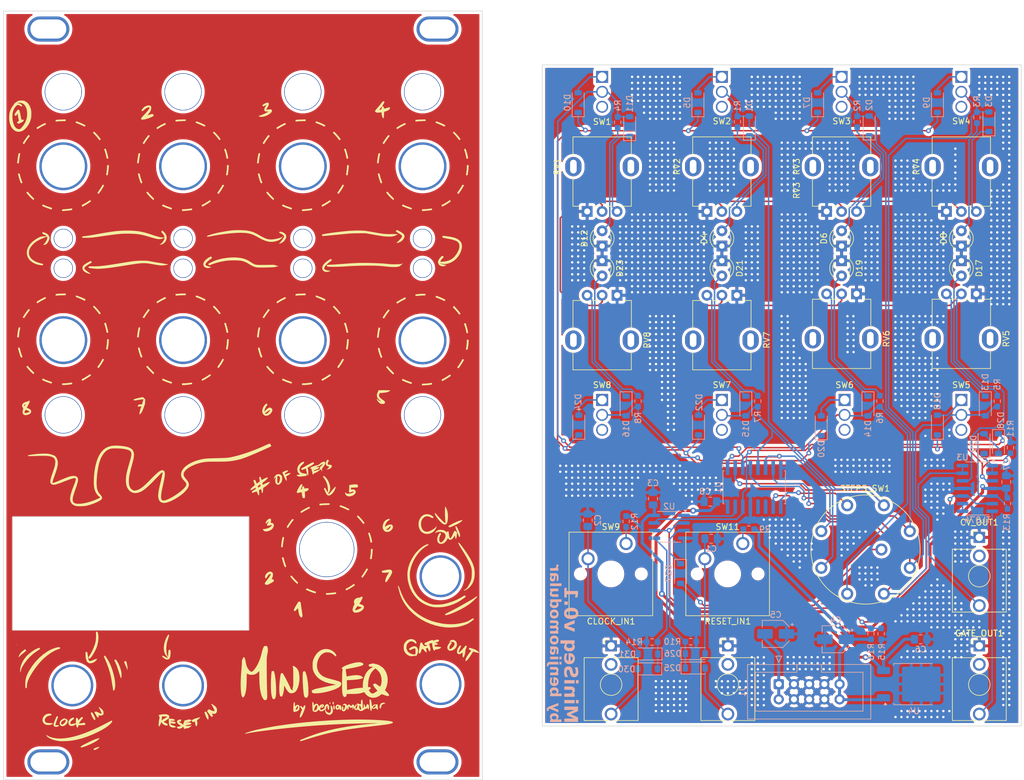
<source format=kicad_pcb>
(kicad_pcb (version 20240108) (generator "pcbnew") (generator_version "8.0")
  (title_block (title "MiniSeq") (rev "v0.1") (company "benjiaomodular"))
  (layers (0 "F.Cu" signal) (31 "B.Cu" signal) (34 "B.Paste" user) (35 "F.Paste" user) (36 "B.SilkS" user "B.Silkscreen") (37 "F.SilkS" user "F.Silkscreen") (38 "B.Mask" user) (39 "F.Mask" user) (44 "Edge.Cuts" user))
  (net 0 "")
  (net 1 "Net-(D26-A)")
  (net 2 "GND")
  (net 3 "Net-(D31-A)")
  (net 4 "+9V")
  (net 6 "Net-(D30-A)")
  (net 8 "Net-(U3D--)")
  (net 9 "Net-(D1-K)")
  (net 10 "/STEP3")
  (net 11 "Net-(D2-K)")
  (net 12 "/STEP5")
  (net 13 "Net-(D3-K)")
  (net 14 "/STEP7")
  (net 15 "GATE_OUT")
  (net 16 "Net-(D5-A)")
  (net 17 "Net-(D7-A)")
  (net 18 "Net-(D9-A)")
  (net 19 "Net-(D10-A)")
  (net 20 "CV_OUT")
  (net 21 "Net-(D11-K)")
  (net 22 "Net-(D13-K)")
  (net 23 "/STEP2")
  (net 24 "Net-(D14-K)")
  (net 25 "/STEP4")
  (net 26 "Net-(D15-K)")
  (net 27 "/STEP6")
  (net 28 "Net-(D16-K)")
  (net 29 "/STEP8")
  (net 30 "Net-(D18-A)")
  (net 31 "Net-(D20-A)")
  (net 32 "Net-(D22-A)")
  (net 33 "Net-(D24-A)")
  (net 34 "Net-(D25-K)")
  (net 35 "Net-(D25-A)")
  (net 36 "Net-(D27-A)")
  (net 37 "/CLOCK")
  (net 38 "Net-(D28-A)")
  (net 39 "Net-(D29-K)")
  (net 40 "Net-(D30-K)")
  (net 42 "Net-(GATE_OUT1-PadT)")
  (net 43 "Net-(D4-A)")
  (net 44 "Net-(D6-A)")
  (net 45 "Net-(D8-A)")
  (net 46 "Net-(D12-A)")
  (net 47 "Net-(D17-A)")
  (net 48 "Net-(D19-A)")
  (net 49 "Net-(D21-A)")
  (net 50 "Net-(D23-A)")
  (net 51 "-12V")
  (net 52 "+12V")
  (net 53 "VREF")
  (net 55 "/STEP1")
  (net 64 "/STEP9")
  (net 67 "/RESET")
  (net 68 "Net-(U3C--)")
  (net 69 "Net-(R9-Pad1)")
  (net 70 "Net-(R12-Pad1)")
  (footprint "LED_THT:LED_D3.0mm" (layer "F.Cu") (at 150 69.275 90)
    (property "Reference" "D12")
    (property "Value" "LED")
  )
  (footprint "benjiaomodular:PanelHole_Potentiometer_RV09" (layer "F.Cu") (at 102.5 77.5 -90)
    (property "Reference" "REF**" (hide yes))
    (property "Value" "PanelHole_Potentiometer_RV09" (hide yes))
  )
  (footprint "benjiaomodular:AudioJack_3.5mm" (layer "F.Cu") (at 213 117.97)
    (property "Reference" "CV_OUT1")
    (property "Value" "PJ3001F" (hide yes))
  )
  (footprint "Button_Switch_Keyboard:SW_Cherry_MX_1.00u_PCB" (layer "F.Cu") (at 154 119)
    (property "Reference" "SW9")
    (property "Value" "CLOCK_BTN")
  )
  (footprint "benjiaomodular:Potentiometer_RV09" (layer "F.Cu") (at 187.5 63.5 90)
    (property "Reference" "RV3")
    (property "Value" "B100k")
  )
  (footprint "benjiaomodular:PanelHole_Potentiometer_RV09" (layer "F.Cu") (at 97.5 63.4425 90)
    (property "Reference" "REF**" (hide yes))
    (property "Value" "PanelHole_Potentiometer_RV09" (hide yes))
  )
  (footprint "LED_THT:LED_D3.0mm" (layer "F.Cu") (at 170 71.725 -90)
    (property "Reference" "D21")
    (property "Value" "LED")
  )
  (footprint "benjiaomodular:AudioJack_3.5mm" (layer "F.Cu") (at 151.5 136.1)
    (property "Reference" "CLOCK_IN1")
    (property "Value" "PJ3001F" (hide yes))
  )
  (footprint "LED_THT:LED_D3.0mm" (layer "F.Cu") (at 210 69.275 90)
    (property "Reference" "D8")
    (property "Value" "LED")
  )
  (footprint "benjiaomodular:ToggleSwitch_SMTS-102" (layer "F.Cu") (at 150 97.5)
    (property "Reference" "SW8")
    (property "Value" "SMTS-102" (hide yes))
  )
  (footprint "benjiaomodular:Potentiometer_RV09" (layer "F.Cu") (at 152.5 77.5 -90)
    (property "Reference" "RV8")
    (property "Value" "B100k")
  )
  (footprint "benjiaomodular:PanelHole_Potentiometer_RV09" (layer "F.Cu") (at 82.5 77.5 -90)
    (property "Reference" "REF**" (hide yes))
    (property "Value" "PanelHole_Potentiometer_RV09" (hide yes))
  )
  (footprint "benjiaomodular:Potentiometer_RV09" (layer "F.Cu") (at 192.5 77.275 -90)
    (property "Reference" "RV6")
    (property "Value" "B100k")
  )
  (footprint "benjiaomodular:PanelHole_Potentiometer_RV09" (layer "F.Cu") (at 57.5 63.4425 90)
    (property "Reference" "REF**" (hide yes))
    (property "Value" "PanelHole_Potentiometer_RV09" (hide yes))
  )
  (footprint "benjiaomodular:RotarySwitch_SR16_POLE1_WAY8" (layer "F.Cu") (at 194 120)
    (property "Reference" "STEPS_SW1")
    (property "Value" "~")
  )
  (footprint "LOGO" (layer "F.Cu") (at 90 94)
    (property "Reference" "G***" (hide yes))
    (property "Value" "LOGO" (hide yes))
  )
  (footprint "benjiaomodular:Panel_16HP" (layer "F.Cu") (at 50 30)
    (property "Reference" "REF**")
    (property "Value" "Panel_16HP")
  )
  (footprint "benjiaomodular:Potentiometer_RV09" (layer "F.Cu") (at 172.5 77.5 -90)
    (property "Reference" "RV7")
    (property "Value" "B100k")
  )
  (footprint "benjiaomodular:ToggleSwitch_SMTS-102" (layer "F.Cu") (at 190 43.5)
    (property "Reference" "SW3")
    (property "Value" "SMTS-102" (hide yes))
  )
  (footprint "benjiaomodular:ToggleSwitch_SMTS-102" (layer "F.Cu") (at 170 43.5)
    (property "Reference" "SW2")
    (property "Value" "SMTS-102" (hide yes))
  )
  (footprint "benjiaomodular:PanelHole_AudioJack_3.5mm" (layer "F.Cu") (at 123 136)
    (property "Reference" "REF**")
    (property "Value" "PanelHole_AudioJack_3.5mm")
  )
  (footprint "benjiaomodular:AudioJack_3.5mm" (layer "F.Cu") (at 171 136.1)
    (property "Reference" "RESET_IN1")
    (property "Value" "PJ3001F" (hide yes))
  )
  (footprint "benjiaomodular:ToggleSwitch_SMTS-102" (layer "F.Cu") (at 150 43.5)
    (property "Reference" "SW1")
    (property "Value" "SMTS-102" (hide yes))
  )
  (footprint "benjiaomodular:Potentiometer_RV09" (layer "F.Cu") (at 207.5 63.5 90)
    (property "Reference" "RV4")
    (property "Value" "B100k")
  )
  (footprint "benjiaomodular:PanelHole_Potentiometer_RV09" (layer "F.Cu") (at 77.5 63.4425 90)
    (property "Reference" "REF**" (hide yes))
    (property "Value" "PanelHole_Potentiometer_RV09" (hide yes))
  )
  (footprint "benjiaomodular:PanelHole_AudioJack_3.5mm" (layer "F.Cu") (at 61.5 136.22)
    (property "Reference" "REF**")
    (property "Value" "PanelHole_AudioJack_3.5mm")
  )
  (footprint "benjiaomodular:ToggleSwitch_SMTS-102" (layer "F.Cu") (at 210 43.5)
    (property "Reference" "SW4")
    (property "Value" "SMTS-102" (hide yes))
  )
  (footprint "benjiaomodular:PanelHole_Potentiometer_RV09" (layer "F.Cu") (at 122.5 77.5575 -90)
    (property "Reference" "REF**" (hide yes))
    (property "Value" "PanelHole_Potentiometer_RV09" (hide yes))
  )
  (footprint "LED_THT:LED_D3.0mm" (layer "F.Cu") (at 150 71.725 -90)
    (property "Reference" "D23")
    (property "Value" "LED")
  )
  (footprint "benjiaomodular:PanelHole_Potentiometer_RV09" (layer "F.Cu") (at 62.5 77.5 -90)
    (property "Reference" "REF**" (hide yes))
    (property "Value" "PanelHole_Potentiometer_RV09" (hide yes))
  )
  (footprint "benjiaomodular:PanelHole_AudioJack_3.5mm" (layer "F.Cu") (at 80 136.22)
    (property "Reference" "REF**")
    (property "Value" "PanelHole_AudioJack_3.5mm")
  )
  (footprint "benjiaomodular:PanelHole_Potentiometer_RV09" (layer "F.Cu") (at 117.5 63.4425 90)
    (property "Reference" "REF**" (hide yes))
    (property "Value" "PanelHole_Potentiometer_RV09" (hide yes))
  )
  (footprint "benjiaomodular:ToggleSwitch_SMTS-102" (layer "F.Cu") (at 190.5 97.5)
    (property "Reference" "SW6")
    (property "Value" "SMTS-102" (hide yes))
  )
  (footprint "benjiaomodular:Potentiometer_RV09" (layer "F.Cu") (at 212.5 77.275 -90)
    (property "Reference" "RV5")
    (property "Value" "B100k")
  )
  (footprint "benjiaomodular:Potentiometer_RV09" (layer "F.Cu") (at 147.5 63.5 90)
    (property "Reference" "RV1")
    (property "Value" "B100k")
  )
  (footprint "benjiaomodular:AudioJack_3.5mm" (layer "F.Cu") (at 213 136.1)
    (property "Reference" "GATE_OUT1")
    (property "Value" "PJ3001F" (hide yes))
  )
  (footprint "benjiaomodular:PanelHole_AudioJack_3.5mm" (layer "F.Cu") (at 123 117.97)
    (property "Reference" "REF**")
    (property "Value" "PanelHole_AudioJack_3.5mm")
  )
  (footprint "benjiaomodular:ToggleSwitch_SMTS-102" (layer "F.Cu") (at 210 97.5)
    (property "Reference" "SW5")
    (property "Value" "SMTS-102" (hide yes))
  )
  (footprint "Button_Switch_Keyboard:SW_Cherry_MX_1.00u_PCB" (layer "F.Cu") (at 173.5 119)
    (property "Reference" "SW11")
    (property "Value" "RESET_BTN")
  )
  (footprint "benjiaomodular:Potentiometer_RV09" (layer "F.Cu") (at 167.5 63.5 90)
    (property "Reference" "RV2")
    (property "Value" "B100k")
  )
  (footprint "LED_THT:LED_D3.0mm" (layer "F.Cu") (at 190 69.275 90)
    (property "Reference" "D6")
    (property "Value" "LED")
  )
  (footprint "LED_THT:LED_D3.0mm" (layer "F.Cu") (at 190 71.725 -90)
    (property "Reference" "D19")
    (property "Value" "LED")
  )
  (footprint "LED_THT:LED_D3.0mm" (layer "F.Cu") (at 210 71.725 -90)
    (property "Reference" "D17")
    (property "Value" "LED")
  )
  (footprint "LED_THT:LED_D3.0mm" (layer "F.Cu") (at 170 69.275 90)
    (property "Reference" "D4")
    (property "Value" "LED")
  )
  (footprint "benjiaomodular:ToggleSwitch_SMTS-102" (layer "F.Cu") (at 170 97.5)
    (property "Reference" "SW7")
    (property "Value" "SMTS-102" (hide yes))
  )
  (footprint "Diode_SMD:D_SOD-123" (layer "B.Cu") (at 157.6 139.95 180)
    (property "Reference" "D30")
    (property "Value" "1N4148")
  )
  (footprint "Diode_SMD:D_SOD-123" (layer "B.Cu") (at 166.1 99.2 90)
    (property "Reference" "D22")
    (property "Value" "1N4148")
  )
  (footprint "Resistor_SMD:R_0603_1608Metric_Pad0.98x0.95mm_HandSolder" (layer "B.Cu") (at 216 95.2 -90)
    (property "Reference" "R5")
    (property "Value" "10k")
  )
  (footprint "Resistor_SMD:R_0603_1608Metric_Pad0.98x0.95mm_HandSolder" (layer "B.Cu") (at 212.6 47.8 90)
    (property "Reference" "R3")
    (property "Value" "10k")
  )
  (footprint "Capacitor_SMD:C_0805_2012Metric_Pad1.18x1.45mm_HandSolder" (layer "B.Cu") (at 168.2 118.2)
    (property "Reference" "C1")
    (property "Value" "100nF")
  )
  (footprint "Diode_SMD:D_SOD-123" (layer "B.Cu") (at 206 99.2 90)
    (property "Reference" "D18")
    (property "Value" "1N4148")
  )
  (footprint "Resistor_SMD:R_0603_1608Metric_Pad0.98x0.95mm_HandSolder" (layer "B.Cu") (at 164.8 135.4)
    (property "Reference" "R10")
    (property "Value" "100k")
  )
  (footprint "Capacitor_SMD:CP_Elec_4x3.9" (layer "B.Cu") (at 179 134.1 180)
    (property "Reference" "C5")
    (property "Value" "22uF")
  )
  (footprint "Resistor_SMD:R_0603_1608Metric_Pad0.98x0.95mm_HandSolder" (layer "B.Cu") (at 172.6 48.5125 90)
    (property "Reference" "R1")
    (property "Value" "10k")
  )
  (footprint "Diode_SMD:D_SOD-123" (layer "B.Cu") (at 154 96 -90)
    (property "Reference" "D16")
    (property "Value" "1N4148")
  )
  (footprint "Resistor_SMD:R_0603_1608Metric_Pad0.98x0.95mm_HandSolder" (layer "B.Cu") (at 196.6 134.0875 -90)
    (property "Reference" "R16")
    (property "Value" "33k")
  )
  (footprint "Diode_SMD:D_SOD-123" (layer "B.Cu") (at 186.6 99.3 90)
    (property "Reference" "D20")
    (property "Value" "1N4148")
  )
  (footprint "Capacitor_SMD:C_0805_2012Metric_Pad1.18x1.45mm_HandSolder" (layer "B.Cu") (at 158.5 111.5 90)
    (property "Reference" "C3")
    (property "Value" "100nF")
  )
  (footprint "Diode_SMD:D_SOD-123" (layer "B.Cu") (at 214 96 -90)
    (property "Reference" "D13")
    (property "Value" "1N4148")
  )
  (footprint "Resistor_SMD:R_0603_1608Metric_Pad0.98x0.95mm_HandSolder" (layer "B.Cu") (at 192.6 48.4875 90)
    (property "Reference" "R2")
    (property "Value" "10k")
  )
  (footprint "Diode_SMD:D_SOD-123" (layer "B.Cu") (at 206 45.3 90)
    (property "Reference" "D9")
    (property "Value" "1N4148")
  )
  (footprint "Diode_SMD:D_SOD-123" (layer "B.Cu") (at 166 45.3 90)
    (property "Reference" "D5")
    (property "Value" "1N4148")
  )
  (footprint "Capacitor_SMD:C_0805_2012Metric_Pad1.18x1.45mm_HandSolder" (layer "B.Cu") (at 147.6 115.1 90)
    (property "Reference" "C2")
    (property "Value" "100nF")
  )
  (footprint "Resistor_SMD:R_0603_1608Metric_Pad0.98x0.95mm_HandSolder" (layer "B.Cu") (at 156 95.2 -90)
    (property "Reference" "R8")
    (property "Value" "10k")
  )
  (footprint "Diode_SMD:D_SOD-123" (layer "B.Cu") (at 146 45.3 90)
    (property "Reference" "D10")
    (property "Value" "1N4148")
  )
  (footprint "Package_TO_SOT_SMD:TO-252-2" (layer "B.Cu") (at 202.04 142.4975)
    (property "Reference" "U4")
    (property "Value" "L7809CD2T-TR")
  )
  (footprint "Resistor_SMD:R_0603_1608Metric_Pad0.98x0.95mm_HandSolder" (layer "B.Cu") (at 152.6 48.6 90)
    (property "Reference" "R4")
    (property "Value" "10k")
  )
  (footprint "Resistor_SMD:R_0603_1608Metric_Pad0.98x0.95mm_HandSolder" (layer "B.Cu") (at 158.35 135.45)
    (property "Reference" "R14")
    (property "Value" "100k")
  )
  (footprint "Resistor_SMD:R_0603_1608Metric_Pad0.98x0.95mm_HandSolder" (layer "B.Cu") (at 196.4 95.2 -90)
    (property "Reference" "R6")
    (property "Value" "10k")
  )
  (footprint "Diode_SMD:D_SOD-123" (layer "B.Cu") (at 146.1 99.2 90)
    (property "Reference" "D24")
    (property "Value" "1N4148")
  )
  (footprint "Resistor_SMD:R_0603_1608Metric_Pad0.98x0.95mm_HandSolder" (layer "B.Cu") (at 154 115.3125 90)
    (property "Reference" "R12")
    (property "Value" "10k")
  )
  (footprint "Diode_SMD:D_SOD-123" (layer "B.Cu") (at 174.6 49.2 90)
    (property "Reference" "D1")
    (property "Value" "1N4148")
  )
  (footprint "Capacitor_SMD:CP_Elec_4x3.9" (layer "B.Cu") (at 189 135 180)
    (property "Reference" "C4")
    (property "Value" "22uF")
  )
  (footprint "Resistor_SMD:R_0603_1608Metric_Pad0.98x0.95mm_HandSolder" (layer "B.Cu") (at 218.2 102.9875 -90)
    (property "Reference" "R11")
    (property "Value" "100k")
  )
  (footprint "Diode_SMD:D_SOD-123" (layer "B.Cu") (at 216.2 102.3 -90)
    (property "Reference" "D28")
    (property "Value" "1N4148")
  )
  (footprint "Diode_SMD:D_SOD-123" (layer "B.Cu") (at 194.6 49.2 90)
    (property "Reference" "D2")
    (property "Value" "1N4148")
  )
  (footprint "Connector_IDC:IDC-Header_2x05_P2.54mm_Vertical" (layer "B.Cu") (at 179.5 142.5 -90)
    (property "Reference" "J1")
    (property "Value" "Conn_01x10_Pin")
  )
  (footprint "Resistor_SMD:R_0603_1608Metric_Pad0.98x0.95mm_HandSolder" (layer "B.Cu") (at 176 95.2 -90)
    (property "Reference" "R7")
    (property "Value" "10k")
  )
  (footprint "Diode_SMD:D_SOD-123" (layer "B.Cu") (at 165.55 137.4)
    (property "Reference" "D26")
    (property "Value" "1N4148")
  )
  (footprint "Capacitor_SMD:C_0805_2012Metric_Pad1.18x1.45mm_HandSolder" (layer "B.Cu") (at 203.2 135)
    (property "Reference" "C6")
    (property "Value" "10uF")
  )
  (footprint "Capacitor_SMD:C_0805_2012Metric_Pad1.18x1.45mm_HandSolder" (layer "B.Cu") (at 217.5 108.7 90)
    (property "Reference" "C7")
    (property "Value" "100nF")
  )
  (footprint "Capacitor_SMD:C_0805_2012Metric_Pad1.18x1.45mm_HandSolder" (layer "B.Cu") (at 168.06625 112 180)
    (property "Reference" "C8")
    (property "Value" "100nF")
  )
  (footprint "Diode_SMD:D_SOD-123" (layer "B.Cu") (at 213.8 102.3 90)
    (property "Reference" "D29")
    (property "Value" "1N4148")
  )
  (footprint "Package_SO:SOIC-14_3.9x8.7mm_P1.27mm" (layer "B.Cu") (at 212.675 109.79 180)
    (property "Reference" "U3")
    (property "Value" "TL074")
  )
  (footprint "Resistor_SMD:R_0603_1608Metric_Pad0.98x0.95mm_HandSolder" (layer "B.Cu") (at 217.7 112.3 -90)
    (property "Reference" "R13")
    (property "Value" "100k")
  )
  (footprint "Diode_SMD:D_SOD-123" (layer "B.Cu") (at 157.65 137.45 180)
    (property "Reference" "D31")
    (property "Value" "1N4148")
  )
  (footprint "Resistor_SMD:R_0603_1608Metric_Pad0.98x0.95mm_HandSolder" (layer "B.Cu") (at 174.5 116.6)
    (property "Reference" "R9")
    (property "Value" "10k")
  )
  (footprint "Diode_SMD:D_SOD-123" (layer "B.Cu") (at 165.55 139.8)
    (property "Reference" "D25")
    (property "Value" "1N4148")
  )
  (footprint "Diode_SMD:D_SOD-123" (layer "B.Cu") (at 154.6 49.3 90)
    (property "Reference" "D11")
    (property "Value" "1N4148")
  )
  (footprint "Diode_SMD:D_SOD-123" (layer "B.Cu") (at 214.6 48.5 90)
    (property "Reference" "D3")
    (property "Value" "1N4148")
  )
  (footprint "Diode_SMD:D_SOD-123" (layer "B.Cu") (at 194.4 96 -90)
    (property "Reference" "D14")
    (property "Value" "1N4148")
  )
  (footprint "Diode_SMD:D_SOD-123" (layer "B.Cu") (at 186 45.3 90)
    (property "Reference" "D7")
    (property "Value" "1N4148")
  )
  (footprint "Package_SO:SOIC-8_3.9x4.9mm_P1.27mm" (layer "B.Cu") (at 161.2 116.2 180)
    (property "Reference" "U2")
    (property "Value" "TL072")
  )
  (footprint "Diode_SMD:D_SOD-123" (layer "B.Cu") (at 163.1 124 -90)
    (property "Reference" "D27")
    (property "Value" "1N4148")
  )
  (footprint "Diode_SMD:D_SOD-123" (layer "B.Cu") (at 174 96 -90)
    (property "Reference" "D15")
    (property "Value" "1N4148")
  )
  (footprint "Package_SO:SOIC-16W_5.3x10.2mm_P1.27mm" (layer "B.Cu") (at 175.4 109.6 -90)
    (property "Reference" "U1")
    (property "Value" "4017")
  )
  (footprint "Resistor_SMD:R_0603_1608Metric_Pad0.98x0.95mm_HandSolder" (layer "B.Cu") (at 194.9 134.0875 90)
    (property "Reference" "R15")
    (property "Value" "100k")
  )
  (gr_rect (start 140 39) (end 220 149.5) (stroke (width 0.1)) (fill none) (layer "Edge.Cuts"))
  (gr_rect (start 50 30) (end 130 158.5) (stroke (width 0.1)) (fill none) (layer "Edge.Cuts"))
  (gr_rect (start 51.5 114.5) (end 91 133.5) (stroke (width 0.1)) (fill none) (layer "Edge.Cuts"))
  (gr_text "by benjiaomodular" (at 141 149.05 270) (layer "B.SilkS") (effects (font (size 1.8 1.8) (thickness 0.36) (bold yes)) (justify left bottom mirror)))
  (gr_text "MiniSeq v0.1" (at 143.3 149.1 270) (layer "B.SilkS") (effects (font (size 2.25 2.25) (thickness 0.45) (bold yes)) (justify left bottom mirror)))
  (gr_text "GATE_OUT1" (at 213 134 0) (layer "F.SilkS") (effects (font (size 1 1))))
  (gr_text "RV3" (at 182.496021 59.985797 90) (layer "F.SilkS") (effects (font (size 1 1))))
  (via (at 60 43.5) (size 6.2) (drill 6) (layers "F.Cu" "B.Cu") (net 0))
  (via (at 120 43.5) (size 6.2) (drill 6) (layers "F.Cu" "B.Cu") (net 0))
  (via (at 80 73) (size 3.2) (drill 3) (layers "F.Cu" "B.Cu") (net 0))
  (via (at 80 68) (size 3.2) (drill 3) (layers "F.Cu" "B.Cu") (net 0))
  (via (at 100 73) (size 3.2) (drill 3) (layers "F.Cu" "B.Cu") (net 0))
  (via (at 120 97.5) (size 6.2) (drill 6) (layers "F.Cu" "B.Cu") (net 0))
  (via (at 80 43.5) (size 6.2) (drill 6) (layers "F.Cu" "B.Cu") (net 0))
  (via (at 120 73) (size 3.2) (drill 3) (layers "F.Cu" "B.Cu") (net 0))
  (via (at 60 73) (size 3.2) (drill 3) (layers "F.Cu" "B.Cu") (net 0))
  (via (at 120 68) (size 3.2) (drill 3) (layers "F.Cu" "B.Cu") (net 0))
  (via (at 60 97.5) (size 6.2) (drill 6) (layers "F.Cu" "B.Cu") (net 0))
  (via (at 100 97.5) (size 6.2) (drill 6) (layers "F.Cu" "B.Cu") (net 0))
  (via (at 80 97.5) (size 6.2) (drill 6) (layers "F.Cu" "B.Cu") (net 0))
  (via (at 60 68) (size 3.2) (drill 3) (layers "F.Cu" "B.Cu") (net 0))
  (via (at 100 68) (size 3.2) (drill 3) (layers "F.Cu" "B.Cu") (net 0))
  (via (at 100 43.5) (size 6.2) (drill 6) (layers "F.Cu" "B.Cu") (net 0))
  (via (at 104 120) (size 9.2) (drill 9) (layers "F.Cu" "B.Cu") (net 0))
  (segment (start 167.15 137.35) (end 167.2 137.4) (width 0.25) (layer "B.Cu") (net 1))
  (segment (start 167.1625 121.5275) (end 167.15 121.54) (width 0.25) (layer "B.Cu") (net 1))
  (segment (start 167.15 121.54) (end 167.15 137.35) (width 0.25) (layer "B.Cu") (net 1))
  (segment (start 167.1625 118.2) (end 167.1625 121.5275) (width 0.25) (layer "B.Cu") (net 1))
  (via (at 218 59) (size 0.8) (drill 0.4) (layers "F.Cu" "B.Cu") (net 2))
  (via (at 153 70) (size 0.8) (drill 0.4) (layers "F.Cu" "B.Cu") (net 2))
  (via (at 156 65) (size 0.8) (drill 0.4) (layers "F.Cu" "B.Cu") (net 2))
  (via (at 160 47) (size 0.8) (drill 0.4) (layers "F.Cu" "B.Cu") (net 2))
  (via (at 172 143) (size 0.8) (drill 0.4) (layers "F.Cu" "B.Cu") (net 2))
  (via (at 158 85) (size 0.8) (drill 0.4) (layers "F.Cu" "B.Cu") (net 2))
  (via (at 206 68) (size 0.8) (drill 0.4) (layers "F.Cu" "B.Cu") (net 2))
  (via (at 158.985797 146.003979) (size 0.8) (drill 0.4) (layers "F.Cu" "B.Cu") (net 2))
  (via (at 161.996021 87.985797) (size 0.8) (drill 0.4) (layers "F.Cu" "B.Cu") (net 2))
  (via (at 180.003979 91.014203) (size 0.8) (drill 0.4) (layers "F.Cu" "B.Cu") (net 2))
  (via (at 191 120) (size 0.8) (drill 0.4) (layers "F.Cu" "B.Cu") (net 2))
  (via (at 183 116) (size 0.8) (drill 0.4) (layers "F.Cu" "B.Cu") (net 2))
  (via (at 181.985797 117.003979) (size 0.8) (drill 0.4) (layers "F.Cu" "B.Cu") (net 2))
  (via (at 202 57) (size 0.8) (drill 0.4) (layers "F.Cu" "B.Cu") (net 2))
  (via (at 152 106) (size 0.8) (drill 0.4) (layers "F.Cu" "B.Cu") (net 2))
  (via (at 161.996021 92.985797) (size 0.8) (drill 0.4) (layers "F.Cu" "B.Cu") (net 2))
  (via (at 181.003979 89.014203) (size 0.8) (drill 0.4) (layers "F.Cu" "B.Cu") (net 2))
  (via (at 210 136) (size 0.8) (drill 0.4) (layers "F.Cu" "B.Cu") (net 2))
  (via (at 185 69) (size 0.8) (drill 0.4) (layers "F.Cu" "B.Cu") (net 2))
  (via (at 205 75) (size 0.8) (drill 0.4) (layers "F.Cu" "B.Cu") (net 2))
  (via (at 181.003979 56.014203) (size 0.8) (drill 0.4) (layers "F.Cu" "B.Cu") (net 2))
  (via (at 170.003979 56.014203) (size 0.8) (drill 0.4) (layers "F.Cu" "B.Cu") (net 2))
  (via (at 161.003979 71.014203) (size 0.8) (drill 0.4) (layers "F.Cu" "B.Cu") (net 2))
  (via (at 191.996021 54.985797) (size 0.8) (drill 0.4) (layers "F.Cu" "B.Cu") (net 2))
  (via (at 206 114) (size 0.8) (drill 0.4) (layers "F.Cu" "B.Cu") (net 2))
  (via (at 198.991783 81.992062) (size 0.8) (drill 0.4) (layers "F.Cu" "B.Cu") (net 2))
  (via (at 162 41) (size 0.8) (drill 0.4) (layers "F.Cu" "B.Cu") (net 2))
  (via (at 205 112) (size 0.8) (drill 0.4) (layers "F.Cu" "B.Cu") (net 2))
  (via (at 179.985797 116.003979) (size 0.8) (drill 0.4) (layers "F.Cu" "B.Cu") (net 2))
  (via (at 218 72) (size 0.8) (drill 0.4) (layers "F.Cu" "B.Cu") (net 2))
  (via (at 158.996021 63.985797) (size 0.8) (drill 0.4) (layers "F.Cu" "B.Cu") (net 2))
  (via (at 184 121) (size 0.8) (drill 0.4) (layers "F.Cu" "B.Cu") (net 2))
  (via (at 209.985797 117.003979) (size 0.8) (drill 0.4) (layers "F.Cu" "B.Cu") (net 2))
  (via (at 161.996021 95.985797) (size 0.8) (drill 0.4) (layers "F.Cu" "B.Cu") (net 2))
  (via (at 175 67) (size 0.8) (drill 0.4) (layers "F.Cu" "B.Cu") (net 2))
  (via (at 193 125) (size 0.8) (drill 0.4) (layers "F.Cu" "B.Cu") (net 2))
  (via (at 156 106) (size 0.8) (drill 0.4) (layers "F.Cu" "B.Cu") (net 2))
  (via (at 193.971594 105.007958) (size 0.8) (drill 0.4) (layers "F.Cu" "B.Cu") (net 2))
  (via (at 203 81) (size 0.8) (drill 0.4) (layers "F.Cu" "B.Cu") (net 2))
  (via (at 199 95) (size 0.8) (drill 0.4) (layers "F.Cu" "B.Cu") (net 2))
  (via (at 200 59) (size 0.8) (drill 0.4) (layers "F.Cu" "B.Cu") (net 2))
  (via (at 167 75) (size 0.8) (drill 0.4) (layers "F.Cu" "B.Cu") (net 2))
  (via (at 199 75) (size 0.8) (drill 0.4) (layers "F.Cu" "B.Cu") (net 2))
  (via (at 194 67) (size 0.8) (drill 0.4) (layers "F.Cu" "B.Cu") (net 2))
  (via (at 208 137) (size 0.8) (drill 0.4) (layers "F.Cu" "B.Cu") (net 2))
  (via (at 198.991783 90.992062) (size 0.8) (drill 0.4) (layers "F.Cu" "B.Cu") (net 2))
  (via (at 183.003979 75.014203) (size 0.8) (drill 0.4) (layers "F.Cu" "B.Cu") (net 2))
  (via (at 193.985797 123.003979) (size 0.8) (drill 0.4) (layers "F.Cu" "B.Cu") (net 2))
  (via (at 202 74) (size 0.8) (drill 0.4) (layers "F.Cu" "B.Cu") (net 2))
  (via (at 158 45) (size 0.8) (drill 0.4) (layers "F.Cu" "B.Cu") (net 2))
  (via (at 159 71) (size 0.8) (drill 0.4) (layers "F.Cu" "B.Cu") (net 2))
  (via (at 205.997229 91.992062) (size 0.8) (drill 0.4) (layers "F.Cu" "B.Cu") (net 2))
  (via (at 204 98) (size 0.8) (drill 0.4) (layers "F.Cu" "B.Cu") (net 2))
  (via (at 194 126) (size 0.8) (drill 0.4) (layers "F.Cu" "B.Cu") (net 2))
  (via (at 146 73) (size 0.8) (drill 0.4) (layers "F.Cu" "B.Cu") (net 2))
  (via (at 159 82) (size 0.8) (drill 0.4) (layers "F.Cu" "B.Cu") (net 2))
  (via (at 194 69) (size 0.8) (drill 0.4) (layers "F.Cu" "B.Cu") (net 2))
  (via (at 167 68) (size 0.8) (drill 0.4) (layers "F.Cu" "B.Cu") (net 2))
  (via (at 181 83) (size 0.8) (drill 0.4) (layers "F.Cu" "B.Cu") (net 2))
  (via (at 216 70) (size 0.8) (drill 0.4) (layers "F.Cu" "B.Cu") (net 2))
  (via (at 185 139) (size 0.8) (drill 0.4) (layers "F.Cu" "B.Cu") (net 2))
  (via (at 160 106) (size 0.8) (drill 0.4) (layers "F.Cu" "B.Cu") (net 2))
  (via (at 182.996021 45.985797) (size 0.8) (drill 0.4) (layers "F.Cu" "B.Cu") (net 2))
  (via (at 182.996021 47.985797) (size 0.8) (drill 0.4) (layers "F.Cu" "B.Cu") (net 2))
  (via (at 162 58) (size 0.8) (drill 0.4) (layers "F.Cu" "B.Cu") (net 2))
  (via (at 157 76) (size 0.8) (drill 0.4) (layers "F.Cu" "B.Cu") (net 2))
  (via (at 155.992898 43.994318) (size 0.8) (drill 0.4) (layers "F.Cu" "B.Cu") (net 2))
  (via (at 194 66) (size 0.8) (drill 0.4) (layers "F.Cu" "B.Cu") (net 2))
  (via (at 159 53) (size 0.8) (drill 0.4) (layers "F.Cu" "B.Cu") (net 2))
  (via (at 185 66) (size 0.8) (drill 0.4) (layers "F.Cu" "B.Cu") (net 2))
  (via (at 150.014203 108.996021) (size 0.8) (drill 0.4) (layers "F.Cu" "B.Cu") (net 2))
  (via (at 183 65) (size 0.8) (drill 0.4) (layers "F.Cu" "B.Cu") (net 2))
  (via (at 206 90) (size 0.8) (drill 0.4) (layers "F.Cu" "B.Cu") (net 2))
  (via (at 159.003979 58.014203) (size 0.8) (drill 0.4) (layers "F.Cu" "B.Cu") (net 2))
  (via (at 159.003979 57.014203) (size 0.8) (drill 0.4) (layers "F.Cu" "B.Cu") (net 2))
  (via (at 206 137) (size 0.8) (drill 0.4) (layers "F.Cu" "B.Cu") (net 2))
  (via (at 207 71) (size 0.8) (drill 0.4) (layers "F.Cu" "B.Cu") (net 2))
  (via (at 160.985797 143.003979) (size 0.8) (drill 0.4) (layers "F.Cu" "B.Cu") (net 2))
  (via (at 161.996021 52.985797) (size 0.8) (drill 0.4) (layers "F.Cu" "B.Cu") (net 2))
  (via (at 208.985797 117.003979) (size 0.8) (drill 0.4) (layers "F.Cu" "B.Cu") (net 2))
  (via (at 217.014203 136.996021) (size 0.8) (drill 0.4) (layers "F.Cu" "B.Cu") (net 2))
  (via (at 192 118) (size 0.8) (drill 0.4) (layers "F.Cu" "B.Cu") (net 2))
  (via (at 160 95) (size 0.8) (drill 0.4) (layers "F.Cu" "B.Cu") (net 2))
  (via (at 192 117) (size 0.8) (drill 0.4) (layers "F.Cu" "B.Cu") (net 2))
  (via (at 165 68) (size 0.8) (drill 0.4) (layers "F.Cu" "B.Cu") (net 2))
  (via (at 160 85) (size 0.8) (drill 0.4) (layers "F.Cu" "B.Cu") (net 2))
  (via (at 159.992898 43.994318) (size 0.8) (drill 0.4) (layers "F.Cu" "B.Cu") (net 2))
  (via (at 182 85) (size 0.8) (drill 0.4) (layers "F.Cu" "B.Cu") (net 2))
  (via (at 177.004261 143.023289) (size 0.8) (drill 0.4) (layers "F.Cu" "B.Cu") (net 2))
  (via (at 206 130) (size 0.8) (drill 0.4) (layers "F.Cu" "B.Cu") (net 2))
  (via (at 204 128) (size 0.8) (drill 0.4) (layers "F.Cu" "B.Cu") (net 2))
  (via (at 201 81) (size 0.8) (drill 0.4) (layers "F.Cu" "B.Cu") (net 2))
  (via (at 180 77) (size 0.8) (drill 0.4) (layers "F.Cu" "B.Cu") (net 2))
  (via (at 211 136) (size 0.8) (drill 0.4) (layers "F.Cu" "B.Cu") (net 2))
  (via (at 149.014203 108.996021) (size 0.8) (drill 0.4) (layers "F.Cu" "B.Cu") (net 2))
  (via (at 181 121) (size 0.8) (drill 0.4) (layers "F.Cu" "B.Cu") (net 2))
  (via (at 157 106) (size 0.8) (drill 0.4) (layers "F.Cu" "B.Cu") (net 2))
  (via (at 206 71) (size 0.8) (drill 0.4) (layers "F.Cu" "B.Cu") (net 2))
  (via (at 167 69) (size 0.8) (drill 0.4) (layers "F.Cu" "B.Cu") (net 2))
  (via (at 201.014203 131.996021) (size 0.8) (drill 0.4) (layers "F.Cu" "B.Cu") (net 2))
  (via (at 175 75) (size 0.8) (drill 0.4) (layers "F.Cu" "B.Cu") (net 2))
  (via (at 201 46) (size 0.8) (drill 0.4) (layers "F.Cu" "B.Cu") (net 2))
  (via (at 202 138) (size 0.8) (drill 0.4) (layers "F.Cu" "B.Cu") (net 2))
  (via (at 175 73) (size 0.8) (drill 0.4) (layers "F.Cu" "B.Cu") (net 2))
  (via (at 174 73) (size 0.8) (drill 0.4) (layers "F.Cu" "B.Cu") (net 2))
  (via (at 172 59) (size 0.8) (drill 0.4) (layers "F.Cu" "B.Cu") (net 2))
  (via (at 199 72) (size 0.8) (drill 0.4) (layers "F.Cu" "B.Cu") (net 2))
  (via (at 174.992898 42.994318) (size 0.8) (drill 0.4) (layers "F.Cu" "B.Cu") (net 2))
  (via (at 160 82) (size 0.8) (drill 0.4) (layers "F.Cu" "B.Cu") (net 2))
  (via (at 163.003979 74.014203) (size 0.8) (drill 0.4) (layers "F.Cu" "B.Cu") (net 2))
  (via (at 172 58) (size 0.8) (drill 0.4) (layers "F.Cu" "B.Cu") (net 2))
  (via (at 217 65) (size 0.8) (drill 0.4) (layers "F.Cu" "B.Cu") (net 2))
  (via (at 166 69) (size 0.8) (drill 0.4) (layers "F.Cu" "B.Cu") (net 2))
  (via (at 218 45) (size 0.8) (drill 0.4) (layers "F.Cu" "B.Cu") (net 2))
  (via (at 148 107) (size 0.8) (drill 0.4) (layers "F.Cu" "B.Cu") (net 2))
  (via (at 161.996021 59.985797) (size 0.8) (drill 0.4) (layers "F.Cu" "B.Cu") (net 2))
  (via (at 169 108) (size 0.8) (drill 0.4) (layers "F.Cu" "B.Cu") (net 2))
  (via (at 145 71) (size 0.8) (drill 0.4) (layers "F.Cu" "B.Cu") (net 2))
  (via (at 183.003979 71.014203) (size 0.8) (drill 0.4) (layers "F.Cu" "B.Cu") (net 2))
  (via (at 217.014203 133.996021) (size 0.8) (drill 0.4) (layers "F.Cu" "B.Cu") (net 2))
  (via (at 204 60) (size 0.8) (drill 0.4) (layers "F.Cu" "B.Cu") (net 2))
  (via (at 155.014203 108.996021) (size 0.8) (drill 0.4) (layers "F.Cu" "B.Cu") (net 2))
  (via (at 158 42) (size 0.8) (drill 0.4) (layers "F.Cu" "B.Cu") (net 2))
  (via (at 163 108) (size 0.8) (drill 0.4) (layers "F.Cu" "B.Cu") (net 2))
  (via (at 174 72) (size 0.8) (drill 0.4) (layers "F.Cu" "B.Cu") (net 2))
  (via (at 206 60) (size 0.8) (drill 0.4) (layers "F.Cu" "B.Cu") (net 2))
  (via (at 151 107) (size 0.8) (drill 0.4) (layers "F.Cu" "B.Cu") (net 2))
  (via (at 195.985797 106.003979) (size 0.8) (drill 0.4) (layers "F.Cu" "B.Cu") (net 2))
  (via (at 200 57) (size 0.8) (drill 0.4) (layers "F.Cu" "B.Cu") (net 2))
  (via (at 191.985797 106.003979) (size 0.8) (drill 0.4) (layers "F.Cu" "B.Cu") (net 2))
  (via (at 182.003979 92.014203) (size 0.8) (drill 0.4) (layers "F.Cu" "B.Cu") (net 2))
  (via (at 206.978131 126.976711) (size 0.8) (drill 0.4) (layers "F.Cu" "B.Cu") (net 2))
  (via (at 217 120) (size 0.8) (drill 0.4) (layers "F.Cu" "B.Cu") (net 2))
  (via (at 172 56) (size 0.8) (drill 0.4) (layers "F.Cu" "B.Cu") (net 2))
  (via (at 159 87) (size 0.8) (drill 0.4) (layers "F.Cu" "B.Cu") (net 2))
  (via (at 180 45) (size 0.8) (drill 0.4) (layers "F.Cu" "B.Cu") (net 2))
  (via (at 147 69) (size 0.8) (drill 0.4) (layers "F.Cu" "B.Cu") (net 2))
  (via (at 186 52) (size 0.8) (drill 0.4) (layers "F.Cu" "B.Cu") (net 2))
  (via (at 203 74) (size 0.8) (drill 0.4) (layers "F.Cu" "B.Cu") (net 2))
  (via (at 201.997229 80.994739) (size 0.8) (drill 0.4) (layers "F.Cu" "B.Cu") (net 2))
  (via (at 200 70) (size 0.8) (drill 0.4) (layers "F.Cu" "B.Cu") (net 2))
  (via (at 201 55) (size 0.8) (drill 0.4) (layers "F.Cu" "B.Cu") (net 2))
  (via (at 203 96) (size 0.8) (drill 0.4) (layers "F.Cu" "B.Cu") (net 2))
  (via (at 199 70) (size 0.8) (drill 0.4) (layers "F.Cu" "B.Cu") (net 2))
  (via (at 195 72) (size 0.8) (drill 0.4) (layers "F.Cu" "B.Cu") (net 2))
  (via (at 216 73) (size 0.8) (drill 0.4) (layers "F.Cu" "B.Cu") (net 2))
  (via (at 176.004261 143.023289) (size 0.8) (drill 0.4) (layers "F.Cu" "B.Cu") (net 2))
  (via (at 199 76) (size 0.8) (drill 0.4) (layers "F.Cu" "B.Cu") (net 2))
  (via (at 202 56) (size 0.8) (drill 0.4) (layers "F.Cu" "B.Cu") (net 2))
  (via (at 179.999999 43.994318) (size 0.8) (drill 0.4) (layers "F.Cu" "B.Cu") (net 2))
  (via (at 207.978131 127.976711) (size 0.8) (drill 0.4) (layers "F.Cu" "B.Cu") (net 2))
  (via (at 201 85) (size 0.8) (drill 0.4) (layers "F.Cu" "B.Cu") (net 2))
  (via (at 208.985797 121.003979) (size 0.8) (drill 0.4) (layers "F.Cu" "B.Cu") (net 2))
  (via (at 183.003979 69.014203) (size 0.8) (drill 0.4) (layers "F.Cu" "B.Cu") (net 2))
  (via (at 200 56) (size 0.8) (drill 0.4) (layers "F.Cu" "B.Cu") (net 2))
  (via (at 148.014203 107.996021) (size 0.8) (drill 0.4) (layers "F.Cu" "B.Cu") (net 2))
  (via (at 187 52) (size 0.8) (drill 0.4) (layers "F.Cu" "B.Cu") (net 2))
  (via (at 192.985797 123.003979) (size 0.8) (drill 0.4) (layers "F.Cu" "B.Cu") (net 2))
  (via (at 174.004261 143.023289) (size 0.8) (drill 0.4) (layers "F.Cu" "B.Cu") (net 2))
  (via (at 161.996021 94.985797) (size 0.8) (drill 0.4) (layers "F.Cu" "B.Cu") (net 2))
  (via (at 163 64) (size 0.8) (drill 0.4) (layers "F.Cu" "B.Cu") (net 2))
  (via (at 192 83) (size 0.8) (drill 0.4) (layers "F.Cu" "B.Cu") (net 2))
  (via (at 160 45) (size 0.8) (drill 0.4) (layers "F.Cu" "B.Cu") (net 2))
  (via (at 206.014203 128.996021) (size 0.8) (drill 0.4) (layers "F.Cu" "B.Cu") (net 2))
  (via (at 161 106) (size 0.8) (drill 0.4) (layers "F.Cu" "B.Cu") (net 2))
  (via (at 201 57) (size 0.8) (drill 0.4) (layers "F.Cu" "B.Cu") (net 2))
  (via (at 207.014203 108.996021) (size 0.8) (drill 0.4) (layers "F.Cu" "B.Cu") (net 2))
  (via (at 171.004261 142.023289) (size 0.8) (drill 0.4) (layers "F.Cu" "B.Cu") (net 2))
  (via (at 172 53) (size 0.8) (drill 0.4) (layers "F.Cu" "B.Cu") (net 2))
  (via (at 202 97) (size 0.8) (drill 0.4) (layers "F.Cu" "B.Cu") (net 2))
  (via (at 217 124) (size 0.8) (drill 0.4) (layers "F.Cu" "B.Cu") (net 2))
  (via (at 204 68) (size 0.8) (drill 0.4) (layers "F.Cu" "B.Cu") (net 2))
  (via (at 182.003979 91.014203) (size 0.8) (drill 0.4) (layers "F.Cu" "B.Cu") (net 2))
  (via (at 145 108) (size 0.8) (drill 0.4) (layers "F.Cu" "B.Cu") (net 2))
  (via (at 205 96) (size 0.8) (drill 0.4) (layers "F.Cu" "B.Cu") (net 2))
  (via (at 217 70) (size 0.8) (drill 0.4) (layers "F.Cu" "B.Cu") (net 2))
  (via (at 160 76) (size 0.8) (drill 0.4) (layers "F.Cu" "B.Cu") (net 2))
  (via (at 215 62) (size 0.8) (drill 0.4) (layers "F.Cu" "B.Cu") (net 2))
  (via (at 175 45) (size 0.8) (drill 0.4) (layers "F.Cu" "B.Cu") (net 2))
  (via (at 186 138) (size 0.8) (drill 0.4) (layers "F.Cu" "B.Cu") (net 2))
  (via (at 202 64) (size 0.8) (drill 0.4) (layers "F.Cu" "B.Cu") (net 2))
  (via (at 163 106) (size 0.8) (drill 0.4) (layers "F.Cu" "B.Cu") (net 2))
  (via (at 207 70) (size 0.8) (drill 0.4) (layers "F.Cu" "B.Cu") (net 2))
  (via (at 199 43) (size 0.8) (drill 0.4) (layers "F.Cu" "B.Cu") (net 2))
  (via (at 161.003979 57.014203) (size 0.8) (drill 0.4) (layers "F.Cu" "B.Cu") (net 2))
  (via (at 164 75) (size 0.8) (drill 0.4) (layers "F.Cu" "B.Cu") (net 2))
  (via (at 181.003979 72.014203) (size 0.8) (drill 0.4) (layers "F.Cu" "B.Cu") (net 2))
  (via (at 158.971594 143.007958) (size 0.8) (drill 0.4) (layers "F.Cu" "B.Cu") (net 2))
  (via (at 189.985797 107.003979) (size 0.8) (drill 0.4) (layers "F.Cu" "B.Cu") (net 2))
  (via (at 205 131) (size 0.8) (drill 0.4) (layers "F.Cu" "B.Cu") (net 2))
  (via (at 194 68) (size 0.8) (drill 0.4) (layers "F.Cu" "B.Cu") (net 2))
  (via (at 217 121) (size 0.8) (drill 0.4) (layers "F.Cu" "B.Cu") (net 2))
  (via (at 183.003979 93.014203) (size 0.8) (drill 0.4) (layers "F.Cu" "B.Cu") (net 2))
  (via (at 181 58) (size 0.8) (drill 0.4) (layers "F.Cu" "B.Cu") (net 2))
  (via (at 192 119) (size 0.8) (drill 0.4) (layers "F.Cu" "B.Cu") (net 2))
  (via (at 193.985797 107.003979) (size 0.8) (drill 0.4) (layers "F.Cu" "B.Cu") (net 2))
  (via (at 189 56) (size 0.8) (drill 0.4) (layers "F.Cu" "B.Cu") (net 2))
  (via (at 205 94) (size 0.8) (drill 0.4) (layers "F.Cu" "B.Cu") (net 2))
  (via (at 159.985797 147.003979) (size 0.8) (drill 0.4) (layers "F.Cu" "B.Cu") (net 2))
  (via (at 202 89) (size 0.8) (drill 0.4) (layers "F.Cu" "B.Cu") (net 2))
  (via (at 174.992898 43.994318) (size 0.8) (drill 0.4) (layers "F.Cu" "B.Cu") (net 2))
  (via (at 218 64) (size 0.8) (drill 0.4) (layers "F.Cu" "B.Cu") (net 2))
  (via (at 182 87) (size 0.8) (drill 0.4) (layers "F.Cu" "B.Cu") (net 2))
  (via (at 205 88) (size 0.8) (drill 0.4) (layers "F.Cu" "B.Cu") (net 2))
  (via (at 201 75) (size 0.8) (drill 0.4) (layers "F.Cu" "B.Cu") (net 2))
  (via (at 162 54) (size 0.8) (drill 0.4) (layers "F.Cu" "B.Cu") (net 2))
  (via (at 162.985797 143.003979) (size 0.8) (drill 0.4) (layers "F.Cu" "B.Cu") (net 2))
  (via (at 174 67) (size 0.8) (drill 0.4) (layers "F.Cu" "B.Cu") (net 2))
  (via (at 181 76) (size 0.8) (drill 0.4) (layers "F.Cu" "B.Cu") (net 2))
  (via (at 207 72) (size 0.8) (drill 0.4) (layers "F.Cu" "B.Cu") (net 2))
  (via (at 184 138) (size 0.8) (drill 0.4) (layers "F.Cu" "B.Cu") (net 2))
  (via (at 218 73) (size 0.8) (drill 0.4) (layers "F.Cu" "B.Cu") (net 2))
  (via (at 201 137) (size 0.8) (drill 0.4) (layers "F.Cu" "B.Cu") (net 2))
  (via (at 147 75) (size 0.8) (drill 0.4) (layers "F.Cu" "B.Cu") (net 2))
  (via (at 201 131) (size 0.8) (drill 0.4) (layers "F.Cu" "B.Cu") (net 2))
  (via (at 195 126) (size 0.8) (drill 0.4) (layers "F.Cu" "B.Cu") (net 2))
  (via (at 205 76) (size 0.8) (drill 0.4) (layers "F.Cu" "B.Cu") (net 2))
  (via (at 185 52) (size 0.8) (drill 0.4) (layers "F.Cu" "B.Cu") (net 2))
  (via (at 201 90) (size 0.8) (drill 0.4) (layers "F.Cu" "B.Cu") (net 2))
  (via (at 218 139) (size 0.8) (drill 0.4) (layers "F.Cu" "B.Cu") (net 2))
  (via (at 161.003979 55.014203) (size 0.8) (drill 0.4) (layers "F.Cu" "B.Cu") (net 2))
  (via (at 201 44) (size 0.8) (drill 0.4) (layers "F.Cu" "B.Cu") (net 2))
  (via (at 207 74) (size 0.8) (drill 0.4) (layers "F.Cu" "B.Cu") (net 2))
  (via (at 203 94) (size 0.8) (drill 0.4) (layers "F.Cu" "B.Cu") (net 2))
  (via (at 162.985797 142.003979) (size 0.8) (drill 0.4) (layers "F.Cu" "B.Cu") (net 2))
  (via (at 175 71) (size 0.8) (drill 0.4) (layers "F.Cu" "B.Cu") (net 2))
  (via (at 161 90) (size 0.8) (drill 0.4) (layers "F.Cu" "B.Cu") (net 2))
  (via (at 181.003979 68.014203) (size 0.8) (drill 0.4) (layers "F.Cu" "B.Cu") (net 2))
  (via (at 149 107) (size 0.8) (drill 0.4) (layers "F.Cu" "B.Cu") (net 2))
  (via (at 198 45) (size 0.8) (drill 0.4) (layers "F.Cu" "B.Cu") (net 2))
  (via (at 181 115) (size 0.8) (drill 0.4) (layers "F.Cu" "B.Cu") (net 2))
  (via (at 181 64) (size 0.8) (drill 0.4) (layers "F.Cu" "B.Cu") (net 2))
  (via (at 205 113) (size 0.8) (drill 0.4) (layers "F.Cu" "B.Cu") (net 2))
  (via (at 218 136) (size 0.8) (drill 0.4) (layers "F.Cu" "B.Cu") (net 2))
  (via (at 145 66) (size 0.8) (drill 0.4) (layers "F.Cu" "B.Cu") (net 2))
  (via (at 184 68) (size 0.8) (drill 0.4) (layers "F.Cu" "B.Cu") (net 2))
  (via (at 175.996021 71.985797) (size 0.8) (drill 0.4) (layers "F.Cu" "B.Cu") (net 2))
  (via (at 216 76) (size 0.8) (drill 0.4) (layers "F.Cu" "B.Cu") (net 2))
  (via (at 200 96) (size 0.8) (drill 0.4) (layers "F.Cu" "B.Cu") (net 2))
  (via (at 182.003979 71.014203) (size 0.8) (drill 0.4) (layers "F.Cu" "B.Cu") (net 2))
  (via (at 161.003979 69.014203) (size 0.8) (drill 0.4) (layers "F.Cu" "B.Cu") (net 2))
  (via (at 195 74) (size 0.8) (drill 0.4) (layers "F.Cu" "B.Cu") (net 2))
  (via (at 198.991783 87.992062) (size 0.8) (drill 0.4) (layers "F.Cu" "B.Cu") (net 2))
  (via (at 200 58) (size 0.8) (drill 0.4) (layers "F.Cu" "B.Cu") (net 2))
  (via (at 218 52) (size 0.8) (drill 0.4) (layers "F.Cu" "B.Cu") (net 2))
  (via (at 217 73) (size 0.8) (drill 0.4) (layers "F.Cu" "B.Cu") (net 2))
  (via (at 201.997229 81.992062) (size 0.8) (drill 0.4) (layers "F.Cu" "B.Cu") (net 2))
  (via (at 161 89) (size 0.8) (drill 0.4) (layers "F.Cu" "B.Cu") (net 2))
  (via (at 204 91) (size 0.8) (drill 0.4) (layers "F.Cu" "B.Cu") (net 2))
  (via (at 204 94) (size 0.8) (drill 0.4) (layers "F.Cu" "B.Cu") (net 2))
  (via (at 154 72) (size 0.8) (drill 0.4) (layers "F.Cu" "B.Cu") (net 2))
  (via (at 218 53) (size 0.8) (drill 0.4) (layers "F.Cu" "B.Cu") (net 2))
  (via (at 145 73) (size 0.8) (drill 0.4) (layers "F.Cu" "B.Cu") (net 2))
  (via (at 202 73) (size 0.8) (drill 0.4) (layers "F.Cu" "B.Cu") (net 2))
  (via (at 171.003979 55.014203) (size 0.8) (drill 0.4) (layers "F.Cu" "B.Cu") (net 2))
  (via (at 205 91) (size 0.8) (drill 0.4) (layers "F.Cu" "B.Cu") (net 2))
  (via (at 216.985797 118.003979) (size 0.8) (drill 0.4) (layers "F.Cu" "B.Cu") (net 2))
  (via (at 199 71) (size 0.8) (drill 0.4) (layers "F.Cu" "B.Cu") (net 2))
  (via (at 163.003979 70.014203) (size 0.8) (drill 0.4) (layers "F.Cu" "B.Cu") (net 2))
  (via (at 190 57) (size 0.8) (drill 0.4) (layers "F.Cu" "B.Cu") (net 2))
  (via (at 162 76) (size 0.8) (drill 0.4) (layers "F.Cu" "B.Cu") (net 2))
  (via (at 217 136) (size 0.8) (drill 0.4) (layers "F.Cu" "B.Cu") (net 2))
  (via (at 203 69) (size 0.8) (drill 0.4) (layers "F.Cu" "B.Cu") (net 2))
  (via (at 217 67) (size 0.8) (drill 0.4) (layers "F.Cu" "B.Cu") (net 2))
  (via (at 199 89) (size 0.8) (drill 0.4) (layers "F.Cu" "B.Cu") (net 2))
  (via (at 207.014203 109.996021) (size 0.8) (drill 0.4) (layers "F.Cu" "B.Cu") (net 2))
  (via (at 145 74) (size 0.8) (drill 0.4) (layers "F.Cu" "B.Cu") (net 2))
  (via (at 217 76) (size 0.8) (drill 0.4) (layers "F.Cu" "B.Cu") (net 2))
  (via (at 189 58) (size 0.8) (drill 0.4) (layers "F.Cu" "B.Cu") (net 2))
  (via (at 182 65) (size 0.8) (drill 0.4) (layers "F.Cu" "B.Cu") (net 2))
  (via (at 201 58) (size 0.8) (drill 0.4) (layers "F.Cu" "B.Cu") (net 2))
  (via (at 163 48) (size 0.8) (drill 0.4) (layers "F.Cu" "B.Cu") (net 2))
  (via (at 157.003979 73.014203) (size 0.8) (drill 0.4) (layers "F.Cu" "B.Cu") (net 2))
  (via (at 189 52) (size 0.8) (drill 0.4) (layers "F.Cu" "B.Cu") (net 2))
  (via (at 199 84) (size 0.8) (drill 0.4) (layers "F.Cu" "B.Cu") (net 2))
  (via (at 182 58) (size 0.8) (drill 0.4) (layers "F.Cu" "B.Cu") (net 2))
  (via (at 161 100) (size 0.8) (drill 0.4) (layers "F.Cu" "B.Cu") (net 2))
  (via (at 185.996021 69.985797) (size 0.8) (drill 0.4) (layers "F.Cu" "B.Cu") (net 2))
  (via (at 211 135) (size 0.8) (drill 0.4) (layers "F.Cu" "B.Cu") (net 2))
  (via (at 201 48) (size 0.8) (drill 0.4) (layers "F.Cu" "B.Cu") (net 2))
  (via (at 190 120) (size 0.8) (drill 0.4) (layers "F.Cu" "B.Cu") (net 2))
  (via (at 204 67) (size 0.8) (drill 0.4) (layers "F.Cu" "B.Cu") (net 2))
  (via (at 155 107) (size 0.8) (drill 0.4) (layers "F.Cu" "B.Cu") (net 2))
  (via (at 182 122) (size 0.8) (drill 0.4) (layers "F.Cu" "B.Cu") (net 2))
  (via (at 189 54) (size 0.8) (drill 0.4) (layers "F.Cu" "B.Cu") (net 2))
  (via (at 217.014203 121.996021) (size 0.8) (drill 0.4) (layers "F.Cu" "B.Cu") (net 2))
  (via (at 183 119) (size 0.8) (drill 0.4) (layers "F.Cu" "B.Cu") (net 2))
  (via (at 206 67) (size 0.8) (drill 0.4) (layers "F.Cu" "B.Cu") (net 2))
  (via (at 182.003979 75.014203) (size 0.8) (drill 0.4) (layers "F.Cu" "B.Cu") (net 2))
  (via (at 215 73) (size 0.8) (drill 0.4) (layers "F.Cu" "B.Cu") (net 2))
  (via (at 218 44) (size 0.8) (drill 0.4) (layers "F.Cu" "B.Cu") (net 2))
  (via (at 162.003979 69.014203) (size 0.8) (drill 0.4) (layers "F.Cu" "B.Cu") (net 2))
  (via (at 218 68) (size 0.8) (drill 0.4) (layers "F.Cu" "B.Cu") (net 2))
  (via (at 151.014203 107.996021) (size 0.8) (drill 0.4) (layers "F.Cu" "B.Cu") (net 2))
  (via (at 160.003979 71.014203) (size 0.8) (drill 0.4) (layers "F.Cu" "B.Cu") (net 2))
  (via (at 193 44) (size 0.8) (drill 0.4) (layers "F.Cu" "B.Cu") (net 2))
  (via (at 200 71) (size 0.8) (drill 0.4) (layers "F.Cu" "B.Cu") (net 2))
  (via (at 191 54) (size 0.8) (drill 0.4) (layers "F.Cu" "B.Cu") (net 2))
  (via (at 218 67) (size 0.8) (drill 0.4) (layers "F.Cu" "B.Cu") (net 2))
  (via (at 182.003979 68.014203) (size 0.8) (drill 0.4) (layers "F.Cu" "B.Cu") (net 2))
  (via (at 216 43) (size 0.8) (drill 0.4) (layers "F.Cu" "B.Cu") (net 2))
  (via (at 199 59) (size 0.8) (drill 0.4) (layers "F.Cu" "B.Cu") (net 2))
  (via (at 190.985797 105.003979) (size 0.8) (drill 0.4) (layers "F.Cu" "B.Cu") (net 2))
  (via (at 203.014203 131.996021) (size 0.8) (drill 0.4) (layers "F.Cu" "B.Cu") (net 2))
  (via (at 184 70) (size 0.8) (drill 0.4) (layers "F.Cu" "B.Cu") (net 2))
  (via (at 144 111) (size 0.8) (drill 0.4) (layers "F.Cu" "B.Cu") (net 2))
  (via (at 209 54) (size 0.8) (drill 0.4) (layers "F.Cu" "B.Cu") (net 2))
  (via (at 166 70) (size 0.8) (drill 0.4) (layers "F.Cu" "B.Cu") (net 2))
  (via (at 181 88) (size 0.8) (drill 0.4) (layers "F.Cu" "B.Cu") (net 2))
  (via (at 147 72) (size 0.8) (drill 0.4) (layers "F.Cu" "B.Cu") (net 2))
  (via (at 183 120) (size 0.8) (drill 0.4) (layers "F.Cu" "B.Cu") (net 2))
  (via (at 181.003979 70.014203) (size 0.8) (drill 0.4) (layers "F.Cu" "B.Cu") (net 2))
  (via (at 199 77) (size 0.8) (drill 0.4) (layers "F.Cu" "B.Cu") (net 2))
  (via (at 217 68) (size 0.8) (drill 0.4) (layers "F.Cu" "B.Cu") (net 2))
  (via (at 200 73) (size 0.8) (drill 0.4) (layers "F.Cu" "B.Cu") (net 2))
  (via (at 194.985797 124.003979) (size 0.8) (drill 0.4) (layers "F.Cu" "B.Cu") (net 2))
  (via (at 171.003979 54.014203) (size 0.8) (drill 0.4) (layers "F.Cu" "B.Cu") (net 2))
  (via (at 204 110) (size 0.8) (drill 0.4) (layers "F.Cu" "B.Cu") (net 2))
  (via (at 158.971594 142.007958) (size 0.8) (drill 0.4) (layers "F.Cu" "B.Cu") (net 2))
  (via (at 161.996021 51.985797) (size 0.8) (drill 0.4) (layers "F.Cu" "B.Cu") (net 2))
  (via (at 190 58) (size 0.8) (drill 0.4) (layers "F.Cu" "B.Cu") (net 2))
  (via (at 182 88) (size 0.8) (drill 0.4) (layers "F.Cu" "B.Cu") (net 2))
  (via (at 145 67) (size 0.8) (drill 0.4) (layers "F.Cu" "B.Cu") (net 2))
  (via (at 202 60) (size 0.8) (drill 0.4) (layers "F.Cu" "B.Cu") (net 2))
  (via (at 162.003979 75.014203) (size 0.8) (drill 0.4) (layers "F.Cu" "B.Cu") (net 2))
  (via (at 175.996021 66.985797) (size 0.8) (drill 0.4) (layers "F.Cu" "B.Cu") (net 2))
  (via (at 195.996021 72.985797) (size 0.8) (drill 0.4) (layers "F.Cu" "B.Cu") (net 2))
  (via (at 147 66) (size 0.8) (drill 0.4) (layers "F.Cu" "B.Cu") (net 2))
  (via (at 174 66) (size 0.8) (drill 0.4) (layers "F.Cu" "B.Cu") (net 2))
  (via (at 148 106) (size 0.8) (drill 0.4) (layers "F.Cu" "B.Cu") (net 2))
  (via (at 145 72) (size 0.8) (drill 0.4) (layers "F.Cu" "B.Cu") (net 2))
  (via (at 159 70) (size 0.8) (drill 0.4) (layers "F.Cu" "B.Cu") (net 2))
  (via (at 183.003979 96.014203) (size 0.8) (drill 0.4) (layers "F.Cu" "B.Cu") (net 2))
  (via (at 177.004261 145.023289) (size 0.8) (drill 0.4) (layers "F.Cu" "B.Cu") (net 2))
  (via (at 162.003979 73.014203) (size 0.8) (drill 0.4) (layers "F.Cu" "B.Cu") (net 2))
  (via (at 156.003979 75.014203) (size 0.8) (drill 0.4) (layers "F.Cu" "B.Cu") (net 2))
  (via (at 146 70) (size 0.8) (drill 0.4) (layers "F.Cu" "B.Cu") (net 2))
  (via (at 195.996021 71.985797) (size 0.8) (drill 0.4) (layers "F.Cu" "B.Cu") (net 2))
  (via (at 218 130) (size 0.8) (drill 0.4) (layers "F.Cu" "B.Cu") (net 2))
  (via (at 162 56) (size 0.8) (drill 0.4) (layers "F.Cu" "B.Cu") (net 2))
  (via (at 184 98) (size 0.8) (drill 0.4) (layers "F.Cu" "B.Cu") (net 2))
  (via (at 183 123) (size 0.8) (drill 0.4) (layers "F.Cu" "B.Cu") (net 2))
  (via (at 180.995739 138.976711) (size 0.8) (drill 0.4) (layers "F.Cu" "B.Cu") (net 2))
  (via (at 204 65) (size 0.8) (drill 0.4) (layers "F.Cu" "B.Cu") (net 2))
  (via (at 201 41) (size 0.8) (drill 0.4) (layers "F.Cu" "B.Cu") (net 2))
  (via (at 193 117) (size 0.8) (drill 0.4) (layers "F.Cu" "B.Cu") (net 2))
  (via (at 175 42) (size 0.8) (drill 0.4) (layers "F.Cu" "B.Cu") (net 2))
  (via (at 195.985797 123.003979) (size 0.8) (drill 0.4) (layers "F.Cu" "B.Cu") (net 2))
  (via (at 202 95) (size 0.8) (drill 0.4) (layers "F.Cu" "B.Cu") (net 2))
  (via (at 155.988073 77.00426) (size 0.8) (drill 0.4) (layers "F.Cu" "B.Cu") (net 2))
  (via (at 201 93) (size 0.8) (drill 0.4) (layers "F.Cu" "B.Cu") (net 2))
  (via (at 163 144) (size 0.8) (drill 0.4) (layers "F.Cu" "B.Cu") (net 2))
  (via (at 194 71) (size 0.8) (drill 0.4) (layers "F.Cu" "B.Cu") (net 2))
  (via (at 206 74) (size 0.8) (drill 0.4) (layers "F.Cu" "B.Cu") (net 2))
  (via (at 183.003979 89.014203) (size 0.8) (drill 0.4) (layers "F.Cu" "B.Cu") (net 2))
  (via (at 145 75) (size 0.8) (drill 0.4) (layers "F.Cu" "B.Cu") (net 2))
  (via (at 181.003979 94.014203) (size 0.8) (drill 0.4) (layers "F.Cu" "B.Cu") (net 2))
  (via (at 203 71) (size 0.8) (drill 0.4) (layers "F.Cu" "B.Cu") (net 2))
  (via (at 196 43) (size 0.8) (drill 0.4) (layers "F.Cu" "B.Cu") (net 2))
  (via (at 183 139) (size 0.8) (drill 0.4) (layers "F.Cu" "B.Cu") (net 2))
  (via (at 166 108) (size 0.8) (drill 0.4) (layers "F.Cu" "B.Cu") (net 2))
  (via (at 217 139) (size 0.8) (drill 0.4) (layers "F.Cu" "B.Cu") (net 2))
  (via (at 201.996021 46.985797) (size 0.8) (drill 0.4) (layers "F.Cu" "B.Cu") (net 2))
  (via (at 213 42) (size 0.8) (drill 0.4) (layers "F.Cu" "B.Cu") (net 2))
  (via (at 161.996021 58.985797) (size 0.8) (drill 0.4) (layers "F.Cu" "B.Cu") (net 2))
  (via (at 181 53) (size 0.8) (drill 0.4) (layers "F.Cu" "B.Cu") (net 2))
  (via (at 201 67) (size 0.8) (drill 0.4) (layers "F.Cu" "B.Cu") (net 2))
  (via (at 205 82) (size 0.8) (drill 0.4) (layers "F.Cu" "B.Cu") (net 2))
  (via (at 171.003979 57.014203) (size 0.8) (drill 0.4) (layers "F.Cu" "B.Cu") (net 2))
  (via (at 188 138) (size 0.8) (drill 0.4) (layers "F.Cu" "B.Cu") (net 2))
  (via (at 161 98) (size 0.8) (drill 0.4) (layers "F.Cu" "B.Cu") (net 2))
  (via (at 182 121) (size 0.8) (drill 0.4) (layers "F.Cu" "B.Cu") (net 2))
  (via (at 201 56) (size 0.8) (drill 0.4) (layers "F.Cu" "B.Cu") (net 2))
  (via (at 180 48) (size 0.8) (drill 0.4) (layers "F.Cu" "B.Cu") (net 2))
  (via (at 174 71) (size 0.8) (drill 0.4) (layers "F.Cu" "B.Cu") (net 2))
  (via (at 207 137) (size 0.8) (drill 0.4) (layers "F.Cu" "B.Cu") (net 2))
  (via (at 209.985797 121.003979) (size 0.8) (drill 0.4) (layers "F.Cu" "B.Cu") (net 2))
  (via (at 157.003979 71.014203) (size 0.8) (drill 0.4) (layers "F.Cu" "B.Cu") (net 2))
  (via (at 206 126) (size 0.8) (drill 0.4) (layers "F.Cu" "B.Cu") (net 2))
  (via (at 163.988073 77.00426) (size 0.8) (drill 0.4) (layers "F.Cu" "B.Cu") (net 2))
  (via (at 201.996021 42.985797) (size 0.8) (drill 0.4) (layers "F.Cu" "B.Cu") (net 2))
  (via (at 167 70) (size 0.8) (drill 0.4) (layers "F.Cu" "B.Cu") (net 2))
  (via (at 217 50) (size 0.8) (drill 0.4) (layers "F.Cu" "B.Cu") (net 2))
  (via (at 175 74) (size 0.8) (drill 0.4) (layers "F.Cu" "B.Cu") (net 2))
  (via (at 160 42) (size 0.8) (drill 0.4) (layers "F.Cu" "B.Cu") (net 2))
  (via (at 218 144) (size 0.8) (drill 0.4) (layers "F.Cu" "B.Cu") (net 2))
  (via (at 218 61) (size 0.8) (drill 0.4) (layers "F.Cu" "B.Cu") (net 2))
  (via (at 204 127) (size 0.8) (drill 0.4) (layers "F.Cu" "B.Cu") (net 2))
  (via (at 185 76) (size 0.8) (drill 0.4) (layers "F.Cu" "B.Cu") (net 2))
  (via (at 181.003979 96.014203) (size 0.8) (drill 0.4) (layers "F.Cu" "B.Cu") (net 2))
  (via (at 218 60) (size 0.8) (drill 0.4) (layers "F.Cu" "B.Cu") (net 2))
  (via (at 161.003979 66.014203) (size 0.8) (drill 0.4) (layers "F.Cu" "B.Cu") (net 2))
  (via (at 217 77) (size 0.8) (drill 0.4) (layers "F.Cu" "B.Cu") (net 2))
  (via (at 162 107) (size 0.8) (drill 0.4) (layers "F.Cu" "B.Cu") (net 2))
  (via (at 164.988073 77.00426) (size 0.8) (drill 0.4) (layers "F.Cu" "B.Cu") (net 2))
  (via (at 161.985797 142.003979) (size 0.8) (drill 0.4) (layers "F.Cu" "B.Cu") (net 2))
  (via (at 150 107) (size 0.8) (drill 0.4) (layers "F.Cu" "B.Cu") (net 2))
  (via (at 202 148) (size 0.8) (drill 0.4) (layers "F.Cu" "B.Cu") (net 2))
  (via (at 216 78) (size 0.8) (drill 0.4) (layers "F.Cu" "B.Cu") (net 2))
  (via (at 184 90) (size 0.8) (drill 0.4) (layers "F.Cu" "B.Cu") (net 2))
  (via (at 183 121) (size 0.8) (drill 0.4) (layers "F.Cu" "B.Cu") (net 2))
  (via (at 216 60) (size 0.8) (drill 0.4) (layers "F.Cu" "B.Cu") (net 2))
  (via (at 161 46) (size 0.8) (drill 0.4) (layers "F.Cu" "B.Cu") (net 2))
  (via (at 190 118) (size 0.8) (drill 0.4) (layers "F.Cu" "B.Cu") (net 2))
  (via (at 166 109) (size 0.8) (drill 0.4) (layers "F.Cu" "B.Cu") (net 2))
  (via (at 159.003979 55.014203) (size 0.8) (drill 0.4) (layers "F.Cu" "B.Cu") (net 2))
  (via (at 181.003979 67.014203) (size 0.8) (drill 0.4) (layers "F.Cu" "B.Cu") (net 2))
  (via (at 199 132) (size 0.8) (drill 0.4) (layers "F.Cu" "B.Cu") (net 2))
  (via (at 201.997229 89.994739) (size 0.8) (drill 0.4) (layers "F.Cu" "B.Cu") (net 2))
  (via (at 207 73) (size 0.8) (drill 0.4) (layers "F.Cu" "B.Cu") (net 2))
  (via (at 177 41) (size 0.8) (drill 0.4) (layers "F.Cu" "B.Cu") (net 2))
  (via (at 163.003979 73.014203) (size 0.8) (drill 0.4) (layers "F.Cu" "B.Cu") (net 2))
  (via (at 195.996021 68.985797) (size 0.8) (drill 0.4) (layers "F.Cu" "B.Cu") (net 2))
  (via (at 160 92) (size 0.8) (drill 0.4) (layers "F.Cu" "B.Cu") (net 2))
  (via (at 175.996021 73.985797) (size 0.8) (drill 0.4) (layers "F.Cu" "B.Cu") (net 2))
  (via (at 184 53) (size 0.8) (drill 0.4) (layers "F.Cu" "B.Cu") (net 2))
  (via (at 150 106) (size 0.8) (drill 0.4) (layers "F.Cu" "B.Cu") (net 2))
  (via (at 207 133) (size 0.8) (drill 0.4) (layers "F.Cu" "B.Cu") (net 2))
  (via (at 154.014203 108.996021) (size 0.8) (drill 0.4) (layers "F.Cu" "B.Cu") (net 2))
  (via (at 160.988073 77.00426) (size 0.8) (drill 0.4) (layers "F.Cu" "B.Cu") (net 2))
  (via (at 185.996021 68.985797) (size 0.8) (drill 0.4) (layers "F.Cu" "B.Cu") (net 2))
  (via (at 193 41) (size 0.8) (drill 0.4) (layers "F.Cu" "B.Cu") (net 2))
  (via (at 189 55) (size 0.8) (drill 0.4) (layers "F.Cu" "B.Cu") (net 2))
  (via (at 201.996021 40.985797) (size 0.8) (drill 0.4) (layers "F.Cu" "B.Cu") (net 2))
  (via (at 201 47) (size 0.8) (drill 0.4) (layers "F.Cu" "B.Cu") (net 2))
  (via (at 166 73) (size 0.8) (drill 0.4) (layers "F.Cu" "B.Cu") (net 2))
  (via (at 183.003979 74.014203) (size 0.8) (drill 0.4) (layers "F.Cu" "B.Cu") (net 2))
  (via (at 160.003979 57.014203) (size 0.8) (drill 0.4) (layers "F.Cu" "B.Cu") (net 2))
  (via (at 218 79) (size 0.8) (drill 0.4) (layers "F.Cu" "B.Cu") (net 2))
  (via (at 215 63) (size 0.8) (drill 0.4) (layers "F.Cu" "B.Cu") (net 2))
  (via (at 180.985797 116.003979) (size 0.8) (drill 0.4) (layers "F.Cu" "B.Cu") (net 2))
  (via (at 201 138) (size 0.8) (drill 0.4) (layers "F.Cu" "B.Cu") (net 2))
  (via (at 180 86) (size 0.8) (drill 0.4) (layers "F.Cu" "B.Cu") (net 2))
  (via (at 178 116) (size 0.8) (drill 0.4) (layers "F.Cu" "B.Cu") (net 2))
  (via (at 195 70) (size 0.8) (drill 0.4) (layers "F.Cu" "B.Cu") (net 2))
  (via (at 202 69) (size 0.8) (drill 0.4) (layers "F.Cu" "B.Cu") (net 2))
  (via (at 175 139) (size 0.8) (drill 0.4) (layers "F.Cu" "B.Cu") (net 2))
  (via (at 181 57) (size 0.8) (drill 0.4) (layers "F.Cu" "B.Cu") (net 2))
  (via (at 199 45) (size 0.8) (drill 0.4) (layers "F.Cu" "B.Cu") (net 2))
  (via (at 147 67) (size 0.8) (drill 0.4) (layers "F.Cu" "B.Cu") (net 2))
  (via (at 200 90) (size 0.8) (drill 0.4) (layers "F.Cu" "B.Cu") (net 2))
  (via (at 154 106) (size 0.8) (drill 0.4) (layers "F.Cu" "B.Cu") (net 2))
  (via (at 201 45) (size 0.8) (drill 0.4) (layers "F.Cu" "B.Cu") (net 2))
  (via (at 161.996021 83.985797) (size 0.8) (drill 0.4) (layers "F.Cu" "B.Cu") (net 2))
  (via (at 149.014203 109.996021) (size 0.8) (drill 0.4) (layers "F.Cu" "B.Cu") (net 2))
  (via (at 180.003979 95.014203) (size 0.8) (drill 0.4) (layers "F.Cu" "B.Cu") (net 2))
  (via (at 182 86) (size 0.8) (drill 0.4) (layers "F.Cu" "B.Cu") (net 2))
  (via (at 199 93) (size 0.8) (drill 0.4) (layers "F.Cu" "B.Cu") (net 2))
  (via (at 204 76) (size 0.8) (drill 0.4) (layers "F.Cu" "B.Cu") (net 2))
  (via (at 218 69) (size 0.8) (drill 0.4) (layers "F.Cu" "B.Cu") (net 2))
  (via (at 159 85) (size 0.8) (drill 0.4) (layers "F.Cu" "B.Cu") (net 2))
  (via (at 191 60) (size 0.8) (drill 0.4) (layers "F.Cu" "B.Cu") (net 2))
  (via (at 183 76) (size 0.8) (drill 0.4) (layers "F.Cu" "B.Cu") (net 2))
  (via (at 191.996021 56.985797) (size 0.8) (drill 0.4) (layers "F.Cu" "B.Cu") (net 2))
  (via (at 203 137) (size 0.8) (drill 0.4) (layers "F.Cu" "B.Cu") (net 2))
  (via (at 203 60) (size 0.8) (drill 0.4) (layers "F.Cu" "B.Cu") (net 2))
  (via (at 199 58) (size 0.8) (drill 0.4) (layers "F.Cu" "B.Cu") (net 2))
  (via (at 177 115) (size 0.8) (drill 0.4) (layers "F.Cu" "B.Cu") (net 2))
  (via (at 201 69) (size 0.8) (drill 0.4) (layers "F.Cu" "B.Cu") (net 2))
  (via (at 156.003979 74.014203) (size 0.8) (drill 0.4) (layers "F.Cu" "B.Cu") (net 2))
  (via (at 184 76) (size 0.8) (drill 0.4) (layers "F.Cu" "B.Cu") (net 2))
  (via (at 161.992898 42.994318) (size 0.8) (drill 0.4) (layers "F.Cu" "B.Cu") (net 2))
  (via (at 217 130) (size 0.8) (drill 0.4) (layers "F.Cu" "B.Cu") (net 2))
  (via (at 170 53) (size 0.8) (drill 0.4) (layers "F.Cu" "B.Cu") (net 2))
  (via (at 158.003979 71.014203) (size 0.8) (drill 0.4) (layers "F.Cu" "B.Cu") (net 2))
  (via (at 182 41) (size 0.8) (drill 0.4) (layers "F.Cu" "B.Cu") (net 2))
  (via (at 195 69) (size 0.8) (drill 0.4) (layers "F.Cu" "B.Cu") (net 2))
  (via (at 200 64) (size 0.8) (drill 0.4) (layers "F.Cu" "B.Cu") (net 2))
  (via (at 180.995739 139.976711) (size 0.8) (drill 0.4) (layers "F.Cu" "B.Cu") (net 2))
  (via (at 148.014203 110.996021) (size 0.8) (drill 0.4) (layers "F.Cu" "B.Cu") (net 2))
  (via (at 161 47) (size 0.8) (drill 0.4) (layers "F.Cu" "B.Cu") (net 2))
  (via (at 145 69) (size 0.8) (drill 0.4) (layers "F.Cu" "B.Cu") (net 2))
  (via (at 194.971594 106.007958) (size 0.8) (drill 0.4) (layers "F.Cu" "B.Cu") (net 2))
  (via (at 218.014203 136.996021) (size 0.8) (drill 0.4) (layers "F.Cu" "B.Cu") (net 2))
  (via (at 210 122) (size 0.8) (drill 0.4) (layers "F.Cu" "B.Cu") (net 2))
  (via (at 156.003979 68.014203) (size 0.8) (drill 0.4) (layers "F.Cu" "B.Cu") (net 2))
  (via (at 203.989106 91.992062) (size 0.8) (drill 0.4) (layers "F.Cu" "B.Cu") (net 2))
  (via (at 166 67) (size 0.8) (drill 0.4) (layers "F.Cu" "B.Cu") (net 2))
  (via (at 182 118) (size 0.8) (drill 0.4) (layers "F.Cu" "B.Cu") (net 2))
  (via (at 158 89) (size 0.8) (drill 0.4) (layers "F.Cu" "B.Cu") (net 2))
  (via (at 161 81) (size 0.8) (drill 0.4) (layers "F.Cu" "B.Cu") (net 2))
  (via (at 156 108) (size 0.8) (drill 0.4) (layers "F.Cu" "B.Cu") (net 2))
  (via (at 175 145) (size 0.8) (drill 0.4) (layers "F.Cu" "B.Cu") (net 2))
  (via (at 158 106) (size 0.8) (drill 0.4) (layers "F.Cu" "B.Cu") (net 2))
  (via (at 194 75) (size 0.8) (drill 0.4) (layers "F.Cu" "B.Cu") (net 2))
  (via (at 192 87) (size 0.8) (drill 0.4) (layers "F.Cu" "B.Cu") (net 2))
  (via (at 146 75) (size 0.8) (drill 0.4) (layers "F.Cu" "B.Cu") (net 2))
  (via (at 182.003979 54.014203) (size 0.8) (drill 0.4) (layers "F.Cu" "B.Cu") (net 2))
  (via (at 205.014203 105.996021) (size 0.8) (drill 0.4) (layers "F.Cu" "B.Cu") (net 2))
  (via (at 145 68) (size 0.8) (drill 0.4) (layers "F.Cu" "B.Cu") (net 2))
  (via (at 205.014203 104.996021) (size 0.8) (drill 0.4) (layers "F.Cu" "B.Cu") (net 2))
  (via (at 181 60) (size 0.8) (drill 0.4) (layers "F.Cu" "B.Cu") (net 2))
  (via (at 150.014203 110.996021) (size 0.8) (drill 0.4) (layers "F.Cu" "B.Cu") (net 2))
  (via (at 152.014203 110.996021) (size 0.8) (drill 0.4) (layers "F.Cu" "B.Cu") (net 2))
  (via (at 217 133) (size 0.8) (drill 0.4) (layers "F.Cu" "B.Cu") (net 2))
  (via (at 204 74) (size 0.8) (drill 0.4) (layers "F.Cu" "B.Cu") (net 2))
  (via (at 201 59) (size 0.8) (drill 0.4) (layers "F.Cu" "B.Cu") (net 2))
  (via (at 201 64) (size 0.8) (drill 0.4) (layers "F.Cu" "B.Cu") (net 2))
  (via (at 191 83) (size 0.8) (drill 0.4) (layers "F.Cu" "B.Cu") (net 2))
  (via (at 188 54) (size 0.8) (drill 0.4) (layers "F.Cu" "B.Cu") (net 2))
  (via (at 214 42) (size 0.8) (drill 0.4) (layers "F.Cu" "B.Cu") (net 2))
  (via (at 182 42) (size 0.8) (drill 0.4) (layers "F.Cu" "B.Cu") (net 2))
  (via (at 152.014203 108.996021) (size 0.8) (drill 0.4) (layers "F.Cu" "B.Cu") (net 2))
  (via (at 198 44) (size 0.8) (drill 0.4) (layers "F.Cu" "B.Cu") (net 2))
  (via (at 201.996021 44.985797) (size 0.8) (drill 0.4) (layers "F.Cu" "B.Cu") (net 2))
  (via (at 170 109) (size 0.8) (drill 0.4) (layers "F.Cu" "B.Cu") (net 2))
  (via (at 206 133) (size 0.8) (drill 0.4) (layers "F.Cu" "B.Cu") (net 2))
  (via (at 179 46) (size 0.8) (drill 0.4) (layers "F.Cu" "B.Cu") (net 2))
  (via (at 209.985797 118.003979) (size 0.8) (drill 0.4) (layers "F.Cu" "B.Cu") (net 2))
  (via (at 179 48) (size 0.8) (drill 0.4) (layers "F.Cu" "B.Cu") (net 2))
  (via (at 159.971594 143.007958) (size 0.8) (drill 0.4) (layers "F.Cu" "B.Cu") (net 2))
  (via (at 214 41) (size 0.8) (drill 0.4) (layers "F.Cu" "B.Cu") (net 2))
  (via (at 184 97) (size 0.8) (drill 0.4) (layers "F.Cu" "B.Cu") (net 2))
  (via (at 190.975749 80.997556) (size 0.8) (drill 0.4) (layers "F.Cu" "B.Cu") (net 2))
  (via (at 175.996021 65.985797) (size 0.8) (drill 0.4) (layers "F.Cu" "B.Cu") (net 2))
  (via (at 206 147) (size 0.8) (drill 0.4) (layers "F.Cu" "B.Cu") (net 2))
  (via (at 208 147) (size 0.8) (drill 0.4) (layers "F.Cu" "B.Cu") (net 2))
  (via (at 203 128) (size 0.8) (drill 0.4) (layers "F.Cu" "B.Cu") (net 2))
  (via (at 218 54) (size 0.8) (drill 0.4) (layers "F.Cu" "B.Cu") (net 2))
  (via (at 202 83) (size 0.8) (drill 0.4) (layers "F.Cu" "B.Cu") (net 2))
  (via (at 159.003979 54.014203) (size 0.8) (drill 0.4) (layers "F.Cu" "B.Cu") (net 2))
  (via (at 185 72) (size 0.8) (drill 0.4) (layers "F.Cu" "B.Cu") (net 2))
  (via (at 209 55) (size 0.8) (drill 0.4) (layers "F.Cu" "B.Cu") (net 2))
  (via (at 163.003979 69.014203) (size 0.8) (drill 0.4) (layers "F.Cu" "B.Cu") (net 2))
  (via (at 216 44) (size 0.8) (drill 0.4) (layers "F.Cu" "B.Cu") (net 2))
  (via (at 155 106) (size 0.8) (drill 0.4) (layers "F.Cu" "B.Cu") (net 2))
  (via (at 204 148) (size 0.8) (drill 0.4) (layers "F.Cu" "B.Cu") (net 2))
  (via (at 208 101) (size 0.8) (drill 0.4) (layers "F.Cu" "B.Cu") (net 2))
  (via (at 204 130) (size 0.8) (drill 0.4) (layers "F.Cu" "B.Cu") (net 2))
  (via (at 165 108) (size 0.8) (drill 0.4) (layers "F.Cu" "B.Cu") (net 2))
  (via (at 161.003979 67.014203) (size 0.8) (drill 0.4) (layers "F.Cu" "B.Cu") (net 2))
  (via (at 155 45) (size 0.8) (drill 0.4) (layers "F.Cu" "B.Cu") (net 2))
  (via (at 181.003979 92.014203) (size 0.8) (drill 0.4) (layers "F.Cu" "B.Cu") (net 2))
  (via (at 207 114) (size 0.8) (drill 0.4) (layers "F.Cu" "B.Cu") (net 2))
  (via (at 156.003979 69.014203) (size 0.8) (drill 0.4) (layers "F.Cu" "B.Cu") (net 2))
  (via (at 215 65) (size 0.8) (drill 0.4) (layers "F.Cu" "B.Cu") (net 2))
  (via (at 160.003979 75.014203) (size 0.8) (drill 0.4) (layers "F.Cu" "B.Cu") (net 2))
  (via (at 218.014203 145.996021) (size 0.8) (drill 0.4) (layers "F.Cu" "B.Cu") (net 2))
  (via (at 161.003979 56.014203) (size 0.8) (drill 0.4) (layers "F.Cu" "B.Cu") (net 2))
  (via (at 205.997229 87.994739) (size 0.8) (drill 0.4) (layers "F.Cu" "B.Cu") (net 2))
  (via (at 205.997229 94.992062) (size 0.8) (drill 0.4) (layers "F.Cu" "B.Cu") (net 2))
  (via (at 185 53) (size 0.8) (drill 0.4) (layers "F.Cu" "B.Cu") (net 2))
  (via (at 205 67) (size 0.8) (drill 0.4) (layers "F.Cu" "B.Cu") (net 2))
  (via (at 162.992898 44.994318) (size 0.8) (drill 0.4) (layers "F.Cu" "B.Cu") (net 2))
  (via (at 155.003979 75.014203) (size 0.8) (drill 0.4) (layers "F.Cu" "B.Cu") (net 2))
  (via (at 183 122) (size 0.8) (drill 0.4) (layers "F.Cu" "B.Cu") (net 2))
  (via (at 156.992898 43.994318) (size 0.8) (drill 0.4) (layers "F.Cu" "B.Cu") (net 2))
  (via (at 181 119) (size 0.8) (drill 0.4) (layers "F.Cu" "B.Cu") (net 2))
  (via (at 183 52) (size 0.8) (drill 0.4) (layers "F.Cu" "B.Cu") (net 2))
  (via (at 193 107) (size 0.8) (drill 0.4) (layers "F.Cu" "B.Cu") (net 2))
  (via (at 159.988073 77.00426) (size 0.8) (drill 0.4) (layers "F.Cu" "B.Cu") (net 2))
  (via (at 161.003979 58.014203) (size 0.8) (drill 0.4) (layers "F.Cu" "B.Cu") (net 2))
  (via (at 164 108) (size 0.8) (drill 0.4) (layers "F.Cu" "B.Cu") (net 2))
  (via (at 171.004261 143.023289) (size 0.8) (drill 0.4) (layers "F.Cu" "B.Cu") (net 2))
  (via (at 206 82) (size 0.8) (drill 0.4) (layers "F.Cu" "B.Cu") (net 2))
  (via (at 150.014203 109.996021) (size 0.8) (drill 0.4) (layers "F.Cu" "B.Cu") (net 2))
  (via (at 153 69) (size 0.8) (drill 0.4) (layers "F.Cu" "B.Cu") (net 2))
  (via (at 202 68) (size 0.8) (drill 0.4) (layers "F.Cu" "B.Cu") (net 2))
  (via (at 205.014203 128.996021) (size 0.8) (drill 0.4) (layers "F.Cu" "B.Cu") (net 2))
  (via (at 175 66) (size 0.8) (drill 0.4) (layers "F.Cu" "B.Cu") (net 2))
  (via (at 206 81) (size 0.8) (drill 0.4) (layers "F.Cu" "B.Cu") (net 2))
  (via (at 180 64) (size 0.8) (drill 0.4) (layers "F.Cu" "B.Cu") (net 2))
  (via (at 160 59) (size 0.8) (drill 0.4) (layers "F.Cu" "B.Cu") (net 2))
  (via (at 201 76) (size 0.8) (drill 0.4) (layers "F.Cu" "B.Cu") (net 2))
  (via (at 165 74) (size 0.8) (drill 0.4) (layers "F.Cu" "B.Cu") (net 2))
  (via (at 161 45) (size 0.8) (drill 0.4) (layers "F.Cu" "B.Cu") (net 2))
  (via (at 217 43) (size 0.8) (drill 0.4) (layers "F.Cu" "B.Cu") (net 2))
  (via (at 180 58) (size 0.8) (drill 0.4) (layers "F.Cu" "B.Cu") (net 2))
  (via (at 218.014203 127.996021) (size 0.8) (drill 0.4) (layers "F.Cu" "B.Cu") (net 2))
  (via (at 162.992898 45.994318) (size 0.8) (drill 0.4) (layers "F.Cu" "B.Cu") (net 2))
  (via (at 174 45) (size 0.8) (drill 0.4) (layers "F.Cu" "B.Cu") (net 2))
  (via (at 207 82) (size 0.8) (drill 0.4) (layers "F.Cu" "B.Cu") (net 2))
  (via (at 215 70) (size 0.8) (drill 0.4) (layers "F.Cu" "B.Cu") (net 2))
  (via (at 176.992898 42.994318) (size 0.8) (drill 0.4) (layers "F.Cu" "B.Cu") (net 2))
  (via (at 181.003979 69.014203) (size 0.8) (drill 0.4) (layers "F.Cu" "B.Cu") (net 2))
  (via (at 182.003979 69.014203) (size 0.8) (drill 0.4) (layers "F.Cu" "B.Cu") (net 2))
  (via (at 217.014203 130.996021) (size 0.8) (drill 0.4) (layers "F.Cu" "B.Cu") (net 2))
  (via (at 191 84) (size 0.8) (drill 0.4) (layers "F.Cu" "B.Cu") (net 2))
  (via (at 156.988073 77.00426) (size 0.8) (drill 0.4) (layers "F.Cu" "B.Cu") (net 2))
  (via (at 177.996021 44.985797) (size 0.8) (drill 0.4) (layers "F.Cu" "B.Cu") (net 2))
  (via (at 205 71) (size 0.8) (drill 0.4) (layers "F.Cu" "B.Cu") (net 2))
  (via (at 174.004261 142.023289) (size 0.8) (drill 0.4) (layers "F.Cu" "B.Cu") (net 2))
  (via (at 194 43) (size 0.8) (drill 0.4) (layers "F.Cu" "B.Cu") (net 2))
  (via (at 195.996021 69.985797) (size 0.8) (drill 0.4) (layers "F.Cu" "B.Cu") (net 2))
  (via (at 215 77) (size 0.8) (drill 0.4) (layers "F.Cu" "B.Cu") (net 2))
  (via (at 161.996021 97.985797) (size 0.8) (drill 0.4) (layers "F.Cu" "B.Cu") (net 2))
  (via (at 201.997229 92.994739) (size 0.8) (drill 0.4) (layers "F.Cu" "B.Cu") (net 2))
  (via (at 205 111) (size 0.8) (drill 0.4) (layers "F.Cu" "B.Cu") (net 2))
  (via (at 169.003979 54.014203) (size 0.8) (drill 0.4) (layers "F.Cu" "B.Cu") (net 2))
  (via (at 167 71) (size 0.8) (drill 0.4) (layers "F.Cu" "B.Cu") (net 2))
  (via (at 211 122) (size 0.8) (drill 0.4) (layers "F.Cu" "B.Cu") (net 2))
  (via (at 217 135) (size 0.8) (drill 0.4) (layers "F.Cu" "B.Cu") (net 2))
  (via (at 191 52) (size 0.8) (drill 0.4) (layers "F.Cu" "B.Cu") (net 2))
  (via (at 210 131) (size 0.8) (drill 0.4) (layers "F.Cu" "B.Cu") (net 2))
  (via (at 158 60) (size 0.8) (drill 0.4) (layers "F.Cu" "B.Cu") (net 2))
  (via (at 204 105) (size 0.8) (drill 0.4) (layers "F.Cu" "B.Cu") (net 2))
  (via (at 158.996021 64.985797) (size 0.8) (drill 0.4) (layers "F.Cu" "B.Cu") (net 2))
  (via (at 200 45) (size 0.8) (drill 0.4) (layers "F.Cu" "B.Cu") (net 2))
  (via (at 190 119) (size 0.8) (drill 0.4) (layers "F.Cu" "B.Cu") (net 2))
  (via (at 183.003979 98.014203) (size 0.8) (drill 0.4) (layers "F.Cu" "B.Cu") (net 2))
  (via (at 201 70) (size 0.8) (drill 0.4) (layers "F.Cu" "B.Cu") (net 2))
  (via (at 217 123) (size 0.8) (drill 0.4) (layers "F.Cu" "B.Cu") (net 2))
  (via (at 175 41) (size 0.8) (drill 0.4) (layers "F.Cu" "B.Cu") (net 2))
  (via (at 158 47) (size 0.8) (drill 0.4) (layers "F.Cu" "B.Cu") (net 2))
  (via (at 204 64) (size 0.8) (drill 0.4) (layers "F.Cu" "B.Cu") (net 2))
  (via (at 159 75) (size 0.8) (drill 0.4) (layers "F.Cu" "B.Cu") (net 2))
  (via (at 162 144) (size 0.8) (drill 0.4) (layers "F.Cu" "B.Cu") (net 2))
  (via (at 167 66) (size 0.8) (drill 0.4) (layers "F.Cu" "B.Cu") (net 2))
  (via (at 182 57) (size 0.8) (drill 0.4) (layers "F.Cu" "B.Cu") (net 2))
  (via (at 156 76) (size 0.8) (drill 0.4) (layers "F.Cu" "B.Cu") (net 2))
  (via (at 157 45) (size 0.8) (drill 0.4) (layers "F.Cu" "B.Cu") (net 2))
  (via (at 163.996021 64.985797) (size 0.8) (drill 0.4) (layers "F.Cu" "B.Cu") (net 2))
  (via (at 162.003979 74.014203) (size 0.8) (drill 0.4) (layers "F.Cu" "B.Cu") (net 2))
  (via (at 204 77) (size 0.8) (drill 0.4) (layers "F.Cu" "B.Cu") (net 2))
  (via (at 204 71) (size 0.8) (drill 0.4) (layers "F.Cu" "B.Cu") (net 2))
  (via (at 162 46) (size 0.8) (drill 0.4) (layers "F.Cu" "B.Cu") (net 2))
  (via (at 161.992898 43.994318) (size 0.8) (drill 0.4) (layers "F.Cu" "B.Cu") (net 2))
  (via (at 205 90) (size 0.8) (drill 0.4) (layers "F.Cu" "B.Cu") (net 2))
  (via (at 180 87) (size 0.8) (drill 0.4) (layers "F.Cu" "B.Cu") (net 2))
  (via (at 181.003979 90.014203) (size 0.8) (drill 0.4) (layers "F.Cu" "B.Cu") (net 2))
  (via (at 159 42) (size 0.8) (drill 0.4) (layers "F.Cu" "B.Cu") (net 2))
  (via (at 155 76) (size 0.8) (drill 0.4) (layers "F.Cu" "B.Cu") (net 2))
  (via (at 163.003979 75.014203) (size 0.8) (drill 0.4) (layers "F.Cu" "B.Cu") (net 2))
  (via (at 147 70) (size 0.8) (drill 0.4) (layers "F.Cu" "B.Cu") (net 2))
  (via (at 200 84) (size 0.8) (drill 0.4) (layers "F.Cu" "B.Cu") (net 2))
  (via (at 185.996021 67.985797) (size 0.8) (drill 0.4) (layers "F.Cu" "B.Cu") (net 2))
  (via (at 218 133) (size 0.8) (drill 0.4) (layers "F.Cu" "B.Cu") (net 2))
  (via (at 169 143) (size 0.8) (drill 0.4) (layers "F.Cu" "B.Cu") (net 2))
  (via (at 147 73) (size 0.8) (drill 0.4) (layers "F.Cu" "B.Cu") (net 2))
  (via (at 158 107) (size 0.8) (drill 0.4) (layers "F.Cu" "B.Cu") (net 2))
  (via (at 183.003979 90.014203) (size 0.8) (drill 0.4) (layers "F.Cu" "B.Cu") (net 2))
  (via (at 200 55) (size 0.8) (drill 0.4) (layers "F.Cu" "B.Cu") (net 2))
  (via (at 182 76) (size 0.8) (drill 0.4) (layers "F.Cu" "B.Cu") (net 2))
  (via (at 217 48) (size 0.8) (drill 0.4) (layers "F.Cu" "B.Cu") (net 2))
  (via (at 217 71) (size 0.8) (drill 0.4) (layers "F.Cu" "B.Cu") (net 2))
  (via (at 218 127) (size 0.8) (drill 0.4) (layers "F.Cu" "B.Cu") (net 2))
  (via (at 202.991783 91.992062) (size 0.8) (drill 0.4) (layers "F.Cu" "B.Cu") (net 2))
  (via (at 174 74) (size 0.8) (drill 0.4) (layers "F.Cu" "B.Cu") (net 2))
  (via (at 183.003979 67.014203) (size 0.8) (drill 0.4) (layers "F.Cu" "B.Cu") (net 2))
  (via (at 218 138) (size 0.8) (drill 0.4) (layers "F.Cu" "B.Cu") (net 2))
  (via (at 194 117) (size 0.8) (drill 0.4) (layers "F.Cu" "B.Cu") (net 2))
  (via (at 189.971594 105.007958) (size 0.8) (drill 0.4) (layers "F.Cu" "B.Cu") (net 2))
  (via (at 205 72) (size 0.8) (drill 0.4) (layers "F.Cu" "B.Cu") (net 2))
  (via (at 146 69) (size 0.8) (drill 0.4) (layers "F.Cu" "B.Cu") (net 2))
  (via (at 159 73) (size 0.8) (drill 0.4) (layers "F.Cu" "B.Cu") (net 2))
  (via (at 146 72) (size 0.8) (drill 0.4) (layers "F.Cu" "B.Cu") (net 2))
  (via (at 157.003979 74.014203) (size 0.8) (drill 0.4) (layers "F.Cu" "B.Cu") (net 2))
  (via (at 158.003979 73.014203) (size 0.8) (drill 0.4) (layers "F.Cu" "B.Cu") (net 2))
  (via (at 204 97) (size 0.8) (drill 0.4) (layers "F.Cu" "B.Cu") (net 2))
  (via (at 180 76) (size 0.8) (drill 0.4) (layers "F.Cu" "B.Cu") (net 2))
  (via (at 185 67) (size 0.8) (drill 0.4) (layers "F.Cu" "B.Cu") (net 2))
  (via (at 215 69) (size 0.8) (drill 0.4) (layers "F.Cu" "B.Cu") (net 2))
  (via (at 161 93) (size 0.8) (drill 0.4) (layers "F.Cu" "B.Cu") (net 2))
  (via (at 218 123) (size 0.8) (drill 0.4) (layers "F.Cu" "B.Cu") (net 2))
  (via (at 184 66) (size 0.8) (drill 0.4) (layers "F.Cu" "B.Cu") (net 2))
  (via (at 198 107) (size 0.8) (drill 0.4) (layers "F.Cu" "B.Cu") (net 2))
  (via (at 158.003979 69.014203) (size 0.8) (drill 0.4) (layers "F.Cu" "B.Cu") (net 2))
  (via (at 157.992898 42.994318) (size 0.8) (drill 0.4) (layers "F.Cu" "B.Cu") (net 2))
  (via (at 218 145) (size 0.8) (drill 0.4) (layers "F.Cu" "B.Cu") (net 2))
  (via (at 182.003979 72.014203) (size 0.8) (drill 0.4) (layers "F.Cu" "B.Cu") (net 2))
  (via (at 158.003979 74.014203) (size 0.8) (drill 0.4) (layers "F.Cu" "B.Cu") (net 2))
  (via (at 201 88) (size 0.8) (drill 0.4) (layers "F.Cu" "B.Cu") (net 2))
  (via (at 162.988073 77.00426) (size 0.8) (drill 0.4) (layers "F.Cu" "B.Cu") (net 2))
  (via (at 161 86) (size 0.8) (drill 0.4) (layers "F.Cu" "B.Cu") (net 2))
  (via (at 185 120) (size 0.8) (drill 0.4) (layers "F.Cu" "B.Cu") (net 2))
  (via (at 206 112) (size 0.8) (drill 0.4) (layers "F.Cu" "B.Cu") (net 2))
  (via (at 161.985797 143.003979) (size 0.8) (drill 0.4) (layers "F.Cu" "B.Cu") (net 2))
  (via (at 182.996021 44.985797) (size 0.8) (drill 0.4) (layers "F.Cu" "B.Cu") (net 2))
  (via (at 162.992898 46.994318) (size 0.8) (drill 0.4) (layers "F.Cu" "B.Cu") (net 2))
  (via (at 194 73) (size 0.8) (drill 0.4) (layers "F.Cu" "B.Cu") (net 2))
  (via (at 191 107) (size 0.8) (drill 0.4) (layers "F.Cu" "B.Cu") (net 2))
  (via (at 148.014203 109.996021) (size 0.8) (drill 0.4) (layers "F.Cu" "B.Cu") (net 2))
  (via (at 199 81) (size 0.8) (drill 0.4) (layers "F.Cu" "B.Cu") (net 2))
  (via (at 205 133) (size 0.8) (drill 0.4) (layers "F.Cu" "B.Cu") (net 2))
  (via (at 205 130) (size 0.8) (drill 0.4) (layers "F.Cu" "B.Cu") (net 2))
  (via (at 186 53) (size 0.8) (drill 0.4) (layers "F.Cu" "B.Cu") (net 2))
  (via (at 184 67) (size 0.8) (drill 0.4) (layers "F.Cu" "B.Cu") (net 2))
  (via (at 215 75) (size 0.8) (drill 0.4) (layers "F.Cu" "B.Cu") (net 2))
  (via (at 207.014203 131.996021) (size 0.8) (drill 0.4) (layers "F.Cu" "B.Cu") (net 2))
  (via (at 172 55) (size 0.8) (drill 0.4) (layers "F.Cu" "B.Cu") (net 2))
  (via (at 163.985797 142.003979) (size 0.8) (drill 0.4) (layers "F.Cu" "B.Cu") (net 2))
  (via (at 157.988073 77.00426) (size 0.8) (drill 0.4) (layers "F.Cu" "B.Cu") (net 2))
  (via (at 171.003979 58.014203) (size 0.8) (drill 0.4) (layers "F.Cu" "B.Cu") (net 2))
  (via (at 160.992898 43.994318) (size 0.8) (drill 0.4) (layers "F.Cu" "B.Cu") (net 2))
  (via (at 206 66) (size 0.8) (drill 0.4) (layers "F.Cu" "B.Cu") (net 2))
  (via (at 215 42) (size 0.8) (drill 0.4) (layers "F.Cu" "B.Cu") (net 2))
  (via (at 199 90) (size 0.8) (drill 0.4) (layers "F.Cu" "B.Cu") (net 2))
  (via (at 192 86) (size 0.8) (drill 0.4) (layers "F.Cu" "B.Cu") (net 2))
  (via (at 160 87) (size 0.8) (drill 0.4) (layers "F.Cu" "B.Cu") (net 2))
  (via (at 181 85) (size 0.8) (drill 0.4) (layers "F.Cu" "B.Cu") (net 2))
  (via (at 161 65) (size 0.8) (drill 0.4) (layers "F.Cu" "B.Cu") (net 2))
  (via (at 160 84) (size 0.8) (drill 0.4) (layers "F.Cu" "B.Cu") (net 2))
  (via (at 215 61) (size 0.8) (drill 0.4) (layers "F.Cu" "B.Cu") (net 2))
  (via (at 169 52) (size 0.8) (drill 0.4) (layers "F.Cu" "B.Cu") (net 2))
  (via (at 202 147) (size 0.8) (drill 0.4) (layers "F.Cu" "B.Cu") (net 2))
  (via (at 183 138) (size 0.8) (drill 0.4) (layers "F.Cu" "B.Cu") (net 2))
  (via (at 169.003979 57.014203) (size 0.8) (drill 0.4) (layers "F.Cu" "B.Cu") (net 2))
  (via (at 201 60) (size 0.8) (drill 0.4) (layers "F.Cu" "B.Cu") (net 2))
  (via (at 171.004261 144.023289) (size 0.8) (drill 0.4) (layers "F.Cu" "B.Cu") (net 2))
  (via (at 212.985797 132.003979) (size 0.8) (drill 0.4) (layers "F.Cu" "B.Cu") (net 2))
  (via (at 218 41) (size 0.8) (drill 0.4) (layers "F.Cu" "B.Cu") (net 2))
  (via (at 185 75) (size 0.8) (drill 0.4) (layers "F.Cu" "B.Cu") (net 2))
  (via (at 178 115) (size 0.8) (drill 0.4) (layers "F.Cu" "B.Cu") (net 2))
  (via (at 209 119) (size 0.8) (drill 0.4) (layers "F.Cu" "B.Cu") (net 2))
  (via (at 181.003979 97.014203) (size 0.8) (drill 0.4) (layers "F.Cu" "B.Cu") (net 2))
  (via (at 209 137) (size 0.8) (drill 0.4) (layers "F.Cu" "B.Cu") (net 2))
  (via (at 179 118) (size 0.8) (drill 0.4) (layers "F.Cu" "B.Cu") (net 2))
  (via (at 182 47) (size 0.8) (drill 0.4) (layers "F.Cu" "B.Cu") (net 2))
  (via (at 183 77) (size 0.8) (drill 0.4) (layers "F.Cu" "B.Cu") (net 2))
  (via (at 184 139) (size 0.8) (drill 0.4) (layers "F.Cu" "B.Cu") (net 2))
  (via (at 167 67) (size 0.8) (drill 0.4) (layers "F.Cu" "B.Cu") (net 2))
  (via (at 159 69) (size 0.8) (drill 0.4) (layers "F.Cu" "B.Cu") (net 2))
  (via (at 184 93) (size 0.8) (drill 0.4) (layers "F.Cu" "B.Cu") (net 2))
  (via (at 205 92) (size 0.8) (drill 0.4) (layers "F.Cu" "B.Cu") (net 2))
  (via (at 180.003979 73.014203) (size 0.8) (drill 0.4) (layers "F.Cu" "B.Cu") (net 2))
  (via (at 191 85) (size 0.8) (drill 0.4) (layers "F.Cu" "B.Cu") (net 2))
  (via (at 201.996021 47.985797) (size 0.8) (drill 0.4) (layers "F.Cu" "B.Cu") (net 2))
  (via (at 176.004261 146.023289) (size 0.8) (drill 0.4) (layers "F.Cu" "B.Cu") (net 2))
  (via (at 191.985797 105.003979) (size 0.8) (drill 0.4) (layers "F.Cu" "B.Cu") (net 2))
  (via (at 160.003979 54.014203) (size 0.8) (drill 0.4) (layers "F.Cu" "B.Cu") (net 2))
  (via (at 218 55) (size 0.8) (drill 0.4) (layers "F.Cu" "B.Cu") (net 2))
  (via (at 153 67) (size 0.8) (drill 0.4) (layers "F.Cu" "B.Cu") (net 2))
  (via (at 191.975749 80.997556) (size 0.8) (drill 0.4) (layers "F.Cu" "B.Cu") (net 2))
  (via (at 203 73) (size 0.8) (drill 0.4) (layers "F.Cu" "B.Cu") (net 2))
  (via (at 176.004261 142.023289) (size 0.8) (drill 0.4) (layers "F.Cu" "B.Cu") (net 2))
  (via (at 147 74) (size 0.8) (drill 0.4) (layers "F.Cu" "B.Cu") (net 2))
  (via (at 160 91) (size 0.8) (drill 0.4) (layers "F.Cu" "B.Cu") (net 2))
  (via (at 154.992898 43.994318) (size 0.8) (drill 0.4) (layers "F.Cu" "B.Cu") (net 2))
  (via (at 207 130) (size 0.8) (drill 0.4) (layers "F.Cu" "B.Cu") (net 2))
  (via (at 181.003979 66.014203) (size 0.8) (drill 0.4) (layers "F.Cu" "B.Cu") (net 2))
  (via (at 191 57) (size 0.8) (drill 0.4) (layers "F.Cu" "B.Cu") (net 2))
  (via (at 199 148) (size 0.8) (drill 0.4) (layers "F.Cu" "B.Cu") (net 2))
  (via (at 216 75) (size 0.8) (drill 0.4) (layers "F.Cu" "B.Cu") (net 2))
  (via (at 168 110) (size 0.8) (drill 0.4) (layers "F.Cu" "B.Cu") (net 2))
  (via (at 158 53) (size 0.8) (drill 0.4) (layers "F.Cu" "B.Cu") (net 2))
  (via (at 209 130) (size 0.8) (drill 0.4) (layers "F.Cu" "B.Cu") (net 2))
  (via (at 168.003979 56.014203) (size 0.8) (drill 0.4) (layers "F.Cu" "B.Cu") (net 2))
  (via (at 163 145) (size 0.8) (drill 0.4) (layers "F.Cu" "B.Cu") (net 2))
  (via (at 189 59) (size 0.8) (drill 0.4) (layers "F.Cu" "B.Cu") (net 2))
  (via (at 191 82) (size 0.8) (drill 0.4) (layers "F.Cu" "B.Cu") (net 2))
  (via (at 181 77) (size 0.8) (drill 0.4) (layers "F.Cu" "B.Cu") (net 2))
  (via (at 202 75) (size 0.8) (drill 0.4) (layers "F.Cu" "B.Cu") (net 2))
  (via (at 153 75) (size 0.8) (drill 0.4) (layers "F.Cu" "B.Cu") (net 2))
  (via (at 217 69) (size 0.8) (drill 0.4) (layers "F.Cu" "B.Cu") (net 2))
  (via (at 195.996021 74.985797) (size 0.8) (drill 0.4) (layers "F.Cu" "B.Cu") (net 2))
  (via (at 181.999999 43.994318) (size 0.8) (drill 0.4) (layers "F.Cu" "B.Cu") (net 2))
  (via (at 216 41) (size 0.8) (drill 0.4) (layers "F.Cu" "B.Cu") (net 2))
  (via (at 175.996021 67.985797) (size 0.8) (drill 0.4) (layers "F.Cu" "B.Cu") (net 2))
  (via (at 183.003979 70.014203) (size 0.8) (drill 0.4) (layers "F.Cu" "B.Cu") (net 2))
  (via (at 199.989106 84.992062) (size 0.8) (drill 0.4) (layers "F.Cu" "B.Cu") (net 2))
  (via (at 209 58) (size 0.8) (drill 0.4) (layers "F.Cu" "B.Cu") (net 2))
  (via (at 209.985797 133.003979) (size 0.8) (drill 0.4) (layers "F.Cu" "B.Cu") (net 2))
  (via (at 213 43) (size 0.8) (drill 0.4) (layers "F.Cu" "B.Cu") (net 2))
  (via (at 157.003979 67.014203) (size 0.8) (drill 0.4) (layers "F.Cu" "B.Cu") (net 2))
  (via (at 191 87) (size 0.8) (drill 0.4) (layers "F.Cu" "B.Cu") (net 2))
  (via (at 177.996021 41.985797) (size 0.8) (drill 0.4) (layers "F.Cu" "B.Cu") (net 2))
  (via (at 180 60) (size 0.8) (drill 0.4) (layers "F.Cu" "B.Cu") (net 2))
  (via (at 177.004261 146.023289) (size 0.8) (drill 0.4) (layers "F.Cu" "B.Cu") (net 2))
  (via (at 181.003979 55.014203) (size 0.8) (drill 0.4) (layers "F.Cu" "B.Cu") (net 2))
  (via (at 161.003979 75.014203) (size 0.8) (drill 0.4) (layers "F.Cu" "B.Cu") (net 2))
  (via (at 180 42) (size 0.8) (drill 0.4) (layers "F.Cu" "B.Cu") (net 2))
  (via (at 197.985797 105.003979) (size 0.8) (drill 0.4) (layers "F.Cu" "B.Cu") (net 2))
  (via (at 181 59) (size 0.8) (drill 0.4) (layers "F.Cu" "B.Cu") (net 2))
  (via (at 217 119) (size 0.8) (drill 0.4) (layers "F.Cu" "B.Cu") (net 2))
  (via (at 218 75) (size 0.8) (drill 0.4) (layers "F.Cu" "B.Cu") (net 2))
  (via (at 159 76) (size 0.8) (drill 0.4) (layers "F.Cu" "B.Cu") (net 2))
  (via (at 207.978131 126.976711) (size 0.8) (drill 0.4) (layers "F.Cu" "B.Cu") (net 2))
  (via (at 176.992898 43.994318) (size 0.8) (drill 0.4) (layers "F.Cu" "B.Cu") (net 2))
  (via (at 218.014203 139.996021) (size 0.8) (drill 0.4) (layers "F.Cu" "B.Cu") (net 2))
  (via (at 202 92) (size 0.8) (drill 0.4) (layers "F.Cu" "B.Cu") (net 2))
  (via (at 209 56) (size 0.8) (drill 0.4) (layers "F.Cu" "B.Cu") (net 2))
  (via (at 217 62) (size 0.8) (drill 0.4) (layers "F.Cu" "B.Cu") (net 2))
  (via (at 161.996021 85.985797) (size 0.8) (drill 0.4) (layers "F.Cu" "B.Cu") (net 2))
  (via (at 218.014203 124.996021) (size 0.8) (drill 0.4) (layers "F.Cu" "B.Cu") (net 2))
  (via (at 206.014203 105.996021) (size 0.8) (drill 0.4) (layers "F.Cu" "B.Cu") (net 2))
  (via (at 203 77) (size 0.8) (drill 0.4) (layers "F.Cu" "B.Cu") (net 2))
  (via (at 218.014203 121.996021) (size 0.8) (drill 0.4) (layers "F.Cu" "B.Cu") (net 2))
  (via (at 200 148) (size 0.8) (drill 0.4) (layers "F.Cu" "B.Cu") (net 2))
  (via (at 206.014203 104.996021) (size 0.8) (drill 0.4) (layers "F.Cu" "B.Cu") (net 2))
  (via (at 205.014203 131.996021) (size 0.8) (drill 0.4) (layers "F.Cu" "B.Cu") (net 2))
  (via (at 202 96) (size 0.8) (drill 0.4) (layers "F.Cu" "B.Cu") (net 2))
  (via (at 191.996021 53.985797) (size 0.8) (drill 0.4) (layers "F.Cu" "B.Cu") (net 2))
  (via (at 218 66) (size 0.8) (drill 0.4) (layers "F.Cu" "B.Cu") (net 2))
  (via (at 202 130) (size 0.8) (drill 0.4) (layers "F.Cu" "B.Cu") (net 2))
  (via (at 200 138) (size 0.8) (drill 0.4) (layers "F.Cu" "B.Cu") (net 2))
  (via (at 161 53) (size 0.8) (drill 0.4) (layers "F.Cu" "B.Cu") (net 2))
  (via (at 207 66) (size 0.8) (drill 0.4) (layers "F.Cu" "B.Cu") (net 2))
  (via (at 199.989106 87.992062) (size 0.8) (drill 0.4) (layers "F.Cu" "B.Cu") (net 2))
  (via (at 202 129) (size 0.8) (drill 0.4) (layers "F.Cu" "B.Cu") (net 2))
  (via (at 206 70) (size 0.8) (drill 0.4) (layers "F.Cu" "B.Cu") (net 2))
  (via (at 211 133) (size 0.8) (drill 0.4) (layers "F.Cu" "B.Cu") (net 2))
  (via (at 171.003979 56.014203) (size 0.8) (drill 0.4) (layers "F.Cu" "B.Cu") (net 2))
  (via (at 165 111) (size 0.8) (drill 0.4) (layers "F.Cu" "B.Cu") (net 2))
  (via (at 208.985797 118.003979) (size 0.8) (drill 0.4) (layers "F.Cu" "B.Cu") (net 2))
  (via (at 169 60) (size 0.8) (drill 0.4) (layers "F.Cu" "B.Cu") (net 2))
  (via (at 170.003979 54.014203) (size 0.8) (drill 0.4) (layers "F.Cu" "B.Cu") (net 2))
  (via (at 157 41) (size 0.8) (drill 0.4) (layers "F.Cu" "B.Cu") (net 2))
  (via (at 158 64) (size 0.8) (drill 0.4) (layers "F.Cu" "B.Cu") (net 2))
  (via (at 161.003979 74.014203) (size 0.8) (drill 0.4) (layers "F.Cu" "B.Cu") (net 2))
  (via (at 146 74) (size 0.8) (drill 0.4) (layers "F.Cu" "B.Cu") (net 2))
  (via (at 162 55) (size 0.8) (drill 0.4) (layers "F.Cu" "B.Cu") (net 2))
  (via (at 165 75) (size 0.8) (drill 0.4) (layers "F.Cu" "B.Cu") (net 2))
  (via (at 202 59) (size 0.8) (drill 0.4) (layers "F.Cu" "B.Cu") (net 2))
  (via (at 208.014203 109.996021) (size 0.8) (drill 0.4) (layers "F.Cu" "B.Cu") (net 2))
  (via (at 208 133) (size 0.8) (drill 0.4) (layers "F.Cu" "B.Cu") (net 2))
  (via (at 180.003979 55.014203) (size 0.8) (drill 0.4) (layers "F.Cu" "B.Cu") (net 2))
  (via (at 180.003979 89.014203) (size 0.8) (drill 0.4) (layers "F.Cu" "B.Cu") (net 2))
  (via (at 161 82) (size 0.8) (drill 0.4) (layers "F.Cu" "B.Cu") (net 2))
  (via (at 217 74) (size 0.8) (drill 0.4) (layers "F.Cu" "B.Cu") (net 2))
  (via (at 156.003979 67.014203) (size 0.8) (drill 0.4) (layers "F.Cu" "B.Cu") (net 2))
  (via (at 165 76) (size 0.8) (drill 0.4) (layers "F.Cu" "B.Cu") (net 2))
  (via (at 180.003979 70.014203) (size 0.8) (drill 0.4) (layers "F.Cu" "B.Cu") (net 2))
  (via (at 200 72) (size 0.8) (drill 0.4) (layers "F.Cu" "B.Cu") (net 2))
  (via (at 188.985797 107.003979) (size 0.8) (drill 0.4) (layers "F.Cu" "B.Cu") (net 2))
  (via (at 217 138) (size 0.8) (drill 0.4) (layers "F.Cu" "B.Cu") (net 2))
  (via (at 147 106) (size 0.8) (drill 0.4) (layers "F.Cu" "B.Cu") (net 2))
  (via (at 201.997229 90.992062) (size 0.8) (drill 0.4) (layers "F.Cu" "B.Cu") (net 2))
  (via (at 182.003979 98.014203) (size 0.8) (drill 0.4) (layers "F.Cu" "B.Cu") (net 2))
  (via (at 188 140) (size 0.8) (drill 0.4) (layers "F.Cu" "B.Cu") (net 2))
  (via (at 161 96) (size 0.8) (drill 0.4) (layers "F.Cu" "B.Cu") (net 2))
  (via (at 205 126) (size 0.8) (drill 0.4) (layers "F.Cu" "B.Cu") (net 2))
  (via (at 161.996021 98.985797) (size 0.8) (drill 0.4) (layers "F.Cu" "B.Cu") (net 2))
  (via (at 182 138) (size 0.8) (drill 0.4) (layers "F.Cu" "B.Cu") (net 2))
  (via (at 185 73) (size 0.8) (drill 0.4) (layers "F.Cu" "B.Cu") (net 2))
  (via (at 215 64) (size 0.8) (drill 0.4) (layers "F.Cu" "B.Cu") (net 2))
  (via (at 184 89) (size 0.8) (drill 0.4) (layers "F.Cu" "B.Cu") (net 2))
  (via (at 215 68) (size 0.8) (drill 0.4) (layers "F.Cu" "B.Cu") (net 2))
  (via (at 195.996021 70.985797) (size 0.8) (drill 0.4) (layers "F.Cu" "B.Cu") (net 2))
  (via (at 184 96) (size 0.8) (drill 0.4) (layers "F.Cu" "B.Cu") (net 2))
  (via (at 206.014203 108.996021) (size 0.8) (drill 0.4) (layers "F.Cu" "B.Cu") (net 2))
  (via (at 184 72) (size 0.8) (drill 0.4) (layers "F.Cu" "B.Cu") (net 2))
  (via (at 203 97) (size 0.8) (drill 0.4) (layers "F.Cu" "B.Cu") (net 2))
  (via (at 217 66) (size 0.8) (drill 0.4) (layers "F.Cu" "B.Cu") (net 2))
  (via (at 218 126) (size 0.8) (drill 0.4) (layers "F.Cu" "B.Cu") (net 2))
  (via (at 164 72) (size 0.8) (drill 0.4) (layers "F.Cu" "B.Cu") (net 2))
  (via (at 184 94) (size 0.8) (drill 0.4) (layers "F.Cu" "B.Cu") (net 2))
  (via (at 168.003979 58.014203) (size 0.8) (drill 0.4) (layers "F.Cu" "B.Cu") (net 2))
  (via (at 183 118) (size 0.8) (drill 0.4) (layers "F.Cu" "B.Cu") (net 2))
  (via (at 159.007102 48.005682) (size 0.8) (drill 0.4) (layers "F.Cu" "B.Cu") (net 2))
  (via (at 176 46) (size 0.8) (drill 0.4) (layers "F.Cu" "B.Cu") (net 2))
  (via (at 182 60) (size 0.8) (drill 0.4) (layers "F.Cu" "B.Cu") (net 2))
  (via (at 179 41) (size 0.8) (drill 0.4) (layers "F.Cu" "B.Cu") (net 2))
  (via (at 163.985797 143.003979) (size 0.8) (drill 0.4) (layers "F.Cu" "B.Cu") (net 2))
  (via (at 203 64) (size 0.8) (drill 0.4) (layers "F.Cu" "B.Cu") (net 2))
  (via (at 166 68) (size 0.8) (drill 0.4) (layers "F.Cu" "B.Cu") (net 2))
  (via (at 207 75) (size 0.8) (drill 0.4) (layers "F.Cu" "B.Cu") (net 2))
  (via (at 199 69) (size 0.8) (drill 0.4) (layers "F.Cu" "B.Cu") (net 2))
  (via (at 159 106) (size 0.8) (drill 0.4) (layers "F.Cu" "B.Cu") (net 2))
  (via (at 206 138) (size 0.8) (drill 0.4) (layers "F.Cu" "B.Cu") (net 2))
  (via (at 183.003979 92.014203) (size 0.8) (drill 0.4) (layers "F.Cu" "B.Cu") (net 2))
  (via (at 200 75) (size 0.8) (drill 0.4) (layers "F.Cu" "B.Cu") (net 2))
  (via (at 177.988919 43.980115) (size 0.8) (drill 0.4) (layers "F.Cu" "B.Cu") (net 2))
  (via (at 201 95) (size 0.8) (drill 0.4) (layers "F.Cu" "B.Cu") (net 2))
  (via (at 160.003979 69.014203) (size 0.8) (drill 0.4) (layers "F.Cu" "B.Cu") (net 2))
  (via (at 202 55) (size 0.8) (drill 0.4) (layers "F.Cu" "B.Cu") (net 2))
  (via (at 161 84) (size 0.8) (drill 0.4) (layers "F.Cu" "B.Cu") (net 2))
  (via (at 181 84) (size 0.8) (drill 0.4) (layers "F.Cu" "B.Cu") (net 2))
  (via (at 206 115) (size 0.8) (drill 0.4) (layers "F.Cu" "B.Cu") (net 2))
  (via (at 186 139) (size 0.8) (drill 0.4) (layers "F.Cu" "B.Cu") (net 2))
  (via (at 161 83) (size 0.8) (drill 0.4) (layers "F.Cu" "B.Cu") (net 2))
  (via (at 164 110) (size 0.8) (drill 0.4) (layers "F.Cu" "B.Cu") (net 2))
  (via (at 182.003979 95.014203) (size 0.8) (drill 0.4) (layers "F.Cu" "B.Cu") (net 2))
  (via (at 163.003979 67.014203) (size 0.8) (drill 0.4) (layers "F.Cu" "B.Cu") (net 2))
  (via (at 177.996021 40.985797) (size 0.8) (drill 0.4) (layers "F.Cu" "B.Cu") (net 2))
  (via (at 207 59) (size 0.8) (drill 0.4) (layers "F.Cu" "B.Cu") (net 2))
  (via (at 189 53) (size 0.8) (drill 0.4) (layers "F.Cu" "B.Cu") (net 2))
  (via (at 153.014203 108.996021) (size 0.8) (drill 0.4) (layers "F.Cu" "B.Cu") (net 2))
  (via (at 195.996021 66.985797) (size 0.8) (drill 0.4) (layers "F.Cu" "B.Cu") (net 2))
  (via (at 201.997229 87.992062) (size 0.8) (drill 0.4) (layers "F.Cu" "B.Cu") (net 2))
  (via (at 208.014203 108.996021) (size 0.8) (drill 0.4) (layers "F.Cu" "B.Cu") (net 2))
  (via (at 164 111) (size 0.8) (drill 0.4) (layers "F.Cu" "B.Cu") (net 2))
  (via (at 161 64) (size 0.8) (drill 0.4) (layers "F.Cu" "B.Cu") (net 2))
  (via (at 183.003979 66.014203) (size 0.8) (drill 0.4) (layers "F.Cu" "B.Cu") (net 2))
  (via (at 202 77) (size 0.8) (drill 0.4) (layers "F.Cu" "B.Cu") (net 2))
  (via (at 154.992898 42.994318) (size 0.8) (drill 0.4) (layers "F.Cu" "B.Cu") (net 2))
  (via (at 163 76) (size 0.8) (drill 0.4) (layers "F.Cu" "B.Cu") (net 2))
  (via (at 163.003979 72.014203) (size 0.8) (drill 0.4) (layers "F.Cu" "B.Cu") (net 2))
  (via (at 206 111) (size 0.8) (drill 0.4) (layers "F.Cu" "B.Cu") (net 2))
  (via (at 162 108) (size 0.8) (drill 0.4) (layers "F.Cu" "B.Cu") (net 2))
  (via (at 183.003979 72.014203) (size 0.8) (drill 0.4) (layers "F.Cu" "B.Cu") (net 2))
  (via (at 164 76) (size 0.8) (drill 0.4) (layers "F.Cu" "B.Cu") (net 2))
  (via (at 215 74) (size 0.8) (drill 0.4) (layers "F.Cu" "B.Cu") (net 2))
  (via (at 161 108) (size 0.8) (drill 0.4) (layers "F.Cu" "B.Cu") (net 2))
  (via (at 191 55) (size 0.8) (drill 0.4) (layers "F.Cu" "B.Cu") (net 2))
  (via (at 191 58) (size 0.8) (drill 0.4) (layers "F.Cu" "B.Cu") (net 2))
  (via (at 182.003979 66.014203) (size 0.8) (drill 0.4) (layers "F.Cu" "B.Cu") (net 2))
  (via (at 218 58) (size 0.8) (drill 0.4) (layers "F.Cu" "B.Cu") (net 2))
  (via (at 217 41) (size 0.8) (drill 0.4) (layers "F.Cu" "B.Cu") (net 2))
  (via (at 185.996021 70.985797) (size 0.8) (drill 0.4) (layers "F.Cu" "B.Cu") (net 2))
  (via (at 199 48) (size 0.8) (drill 0.4) (layers "F.Cu" "B.Cu") (net 2))
  (via (at 199 47) (size 0.8) (drill 0.4) (layers "F.Cu" "B.Cu") (net 2))
  (via (at 160.003979 74.014203) (size 0.8) (drill 0.4) (layers "F.Cu" "B.Cu") (net 2))
  (via (at 203 91) (size 0.8) (drill 0.4) (layers "F.Cu" "B.Cu") (net 2))
  (via (at 164 146) (size 0.8) (drill 0.4) (layers "F.Cu" "B.Cu") (net 2))
  (via (at 208 60) (size 0.8) (drill 0.4) (layers "F.Cu" "B.Cu") (net 2))
  (via (at 202 67) (size 0.8) (drill 0.4) (layers "F.Cu" "B.Cu") (net 2))
  (via (at 192.985797 124.003979) (size 0.8) (drill 0.4) (layers "F.Cu" "B.Cu") (net 2))
  (via (at 218 57) (size 0.8) (drill 0.4) (layers "F.Cu" "B.Cu") (net 2))
  (via (at 218 142) (size 0.8) (drill 0.4) (layers "F.Cu" "B.Cu") (net 2))
  (via (at 189.971594 106.007958) (size 0.8) (drill 0.4) (layers "F.Cu" "B.Cu") (net 2))
  (via (at 184 120) (size 0.8) (drill 0.4) (layers "F.Cu" "B.Cu") (net 2))
  (via (at 199 87) (size 0.8) (drill 0.4) (layers "F.Cu" "B.Cu") (net 2))
  (via (at 166 110) (size 0.8) (drill 0.4) (layers "F.Cu" "B.Cu") (net 2))
  (via (at 169 59) (size 0.8) (drill 0.4) (layers "F.Cu" "B.Cu") (net 2))
  (via (at 183 88) (size 0.8) (drill 0.4) (layers "F.Cu" "B.Cu") (net 2))
  (via (at 158 41) (size 0.8) (drill 0.4) (layers "F.Cu" "B.Cu") (net 2))
  (via (at 162.003979 70.014203) (size 0.8) (drill 0.4) (layers "F.Cu" "B.Cu") (net 2))
  (via (at 166 75) (size 0.8) (drill 0.4) (layers "F.Cu" "B.Cu") (net 2))
  (via (at 151.014203 108.996021) (size 0.8) (drill 0.4) (layers "F.Cu" "B.Cu") (net 2))
  (via (at 204 82) (size 0.8) (drill 0.4) (layers "F.Cu" "B.Cu") (net 2))
  (via (at 213 44) (size 0.8) (drill 0.4) (layers "F.Cu" "B.Cu") (net 2))
  (via (at 154 70) (size 0.8) (drill 0.4) (layers "F.Cu" "B.Cu") (net 2))
  (via (at 164 147) (size 0.8) (drill 0.4) (layers "F.Cu" "B.Cu") (net 2))
  (via (at 154.014203 107.996021) (size 0.8) (drill 0.4) (layers "F.Cu" "B.Cu") (net 2))
  (via (at 209 53) (size 0.8) (drill 0.4) (layers "F.Cu" "B.Cu") (net 2))
  (via (at 201 73) (size 0.8) (drill 0.4) (layers "F.Cu" "B.Cu") (net 2))
  (via (at 180.003979 72.014203) (size 0.8) (drill 0.4) (layers "F.Cu" "B.Cu") (net 2))
  (via (at 182 46) (size 0.8) (drill 0.4) (layers "F.Cu" "B.Cu") (net 2))
  (via (at 158.003979 68.014203) (size 0.8) (drill 0.4) (layers "F.Cu" "B.Cu") (net 2))
  (via (at 201 87) (size 0.8) (drill 0.4) (layers "F.Cu" "B.Cu") (net 2))
  (via (at 185 77) (size 0.8) (drill 0.4) (layers "F.Cu" "B.Cu") (net 2))
  (via (at 143 106) (size 0.8) (drill 0.4) (layers "F.Cu" "B.Cu") (net 2))
  (via (at 165 67) (size 0.8) (drill 0.4) (layers "F.Cu" "B.Cu") (net 2))
  (via (at 200 87) (size 0.8) (drill 0.4) (layers "F.Cu" "B.Cu") (net 2))
  (via (at 185 68) (size 0.8) (drill 0.4) (layers "F.Cu" "B.Cu") (net 2))
  (via (at 164 109) (size 0.8) (drill 0.4) (layers "F.Cu" "B.Cu") (net 2))
  (via (at 175 72) (size 0.8) (drill 0.4) (layers "F.Cu" "B.Cu") (net 2))
  (via (at 216 69) (size 0.8) (drill 0.4) (layers "F.Cu" "B.Cu") (net 2))
  (via (at 198.991783 84.992062) (size 0.8) (drill 0.4) (layers "F.Cu" "B.Cu") (net 2))
  (via (at 161.003979 70.014203) (size 0.8) (drill 0.4) (layers "F.Cu" "B.Cu") (net 2))
  (via (at 191 119) (size 0.8) (drill 0.4) (layers "F.Cu" "B.Cu") (net 2))
  (via (at 183.003979 73.014203) (size 0.8) (drill 0.4) (layers "F.Cu" "B.Cu") (net 2))
  (via (at 198 47) (size 0.8) (drill 0.4) (layers "F.Cu" "B.Cu") (net 2))
  (via (at 196 125) (size 0.8) (drill 0.4) (layers "F.Cu" "B.Cu") (net 2))
  (via (at 159 68) (size 0.8) (drill 0.4) (layers "F.Cu" "B.Cu") (net 2))
  (via (at 158.003979 54.014203) (size 0.8) (drill 0.4) (layers "F.Cu" "B.Cu") (net 2))
  (via (at 156 42) (size 0.8) (drill 0.4) (layers "F.Cu" "B.Cu") (net 2))
  (via (at 177.004261 139.023289) (size 0.8) (drill 0.4) (layers "F.Cu" "B.Cu") (net 2))
  (via (at 170 60) (size 0.8) (drill 0.4) (layers "F.Cu" "B.Cu") (net 2))
  (via (at 200 132) (size 0.8) (drill 0.4) (layers "F.Cu" "B.Cu") (net 2))
  (via (at 203.989106 94.992062) (size 0.8) (drill 0.4) (layers "F.Cu" "B.Cu") (net 2))
  (via (at 159 107) (size 0.8) (drill 0.4) (layers "F.Cu" "B.Cu") (net 2))
  (via (at 160.003979 56.014203) (size 0.8) (drill 0.4) (layers "F.Cu" "B.Cu") (net 2))
  (via (at 160 46) (size 0.8) (drill 0.4) (layers "F.Cu" "B.Cu") (net 2))
  (via (at 216 66) (size 0.8) (drill 0.4) (layers "F.Cu" "B.Cu") (net 2))
  (via (at 207 147) (size 0.8) (drill 0.4) (layers "F.Cu" "B.Cu") (net 2))
  (via (at 201 130) (size 0.8) (drill 0.4) (layers "F.Cu" "B.Cu") (net 2))
  (via (at 182 119) (size 0.8) (drill 0.4) (layers "F.Cu" "B.Cu") (net 2))
  (via (at 153.014203 107.996021) (size 0.8) (drill 0.4) (layers "F.Cu" "B.Cu") (net 2))
  (via (at 151.014203 110.996021) (size 0.8) (drill 0.4) (layers "F.Cu" "B.Cu") (net 2))
  (via (at 158 83) (size 0.8) (drill 0.4) (layers "F.Cu" "B.Cu") (net 2))
  (via (at 158 90) (size 0.8) (drill 0.4) (layers "F.Cu" "B.Cu") (net 2))
  (via (at 155.014203 107.996021) (size 0.8) (drill 0.4) (layers "F.Cu" "B.Cu") (net 2))
  (via (at 200 92) (size 0.8) (drill 0.4) (layers "F.Cu" "B.Cu") (net 2))
  (via (at 172 142) (size 0.8) (drill 0.4) (layers "F.Cu" "B.Cu") (net 2))
  (via (at 176.004261 138.023289) (size 0.8) (drill 0.4) (layers "F.Cu" "B.Cu") (net 2))
  (via (at 157 107) (size 0.8) (drill 0.4) (layers "F.Cu" "B.Cu") (net 2))
  (via (at 161 146) (size 0.8) (drill 0.4) (layers "F.Cu" "B.Cu") (net 2))
  (via (at 197.985797 106.003979) (size 0.8) (drill 0.4) (layers "F.Cu" "B.Cu") (net 2))
  (via (at 178.999999 43.994318) (size 0.8) (drill 0.4) (layers "F.Cu" "B.Cu") (net 2))
  (via (at 154 66) (size 0.8) (drill 0.4) (layers "F.Cu" "B.Cu") (net 2))
  (via (at 180.975749 80.997556) (size 0.8) (drill 0.4) (layers "F.Cu" "B.Cu") (net 2))
  (via (at 181 87) (size 0.8) (drill 0.4) (layers "F.Cu" "B.Cu") (net 2))
  (via (at 171 59) (size 0.8) (drill 0.4) (layers "F.Cu" "B.Cu") (net 2))
  (via (at 201 147) (size 0.8) (drill 0.4) (layers "F.Cu" "B.Cu") (net 2))
  (via (at 204 88) (size 0.8) (drill 0.4) (layers "F.Cu" "B.Cu") (net 2))
  (via (at 159 86) (size 0.8) (drill 0.4) (layers "F.Cu" "B.Cu") (net 2))
  (via (at 161.996021 86.985797) (size 0.8) (drill 0.4) (layers "F.Cu" "B.Cu") (net 2))
  (via (at 195 75) (size 0.8) (drill 0.4) (layers "F.Cu" "B.Cu") (net 2))
  (via (at 164 69) (size 0.8) (drill 0.4) (layers "F.Cu" "B.Cu") (net 2))
  (via (at 191 53) (size 0.8) (drill 0.4) (layers "F.Cu" "B.Cu") (net 2))
  (via (at 180 88) (size 0.8) (drill 0.4) (layers "F.Cu" "B.Cu") (net 2))
  (via (at 159 47) (size 0.8) (drill 0.4) (layers "F.Cu" "B.Cu") (net 2))
  (via (at 188 52) (size 0.8) (drill 0.4) (layers "F.Cu" "B.Cu") (net 2))
  (via (at 157.003979 70.014203) (size 0.8) (drill 0.4) (layers "F.Cu" "B.Cu") (net 2))
  (via (at 212 133) (size 0.8) (drill 0.4) (layers "F.Cu" "B.Cu") (net 2))
  (via (at 161 41) (size 0.8) (drill 0.4) (layers "F.Cu" "B.Cu") (net 2))
  (via (at 161 97) (size 0.8) (drill 0.4) (layers "F.Cu" "B.Cu") (net 2))
  (via (at 158 52) (size 0.8) (drill 0.4) (layers "F.Cu" "B.Cu") (net 2))
  (via (at 206 131) (size 0.8) (drill 0.4) (layers "F.Cu" "B.Cu") (net 2))
  (via (at 147 68) (size 0.8) (drill 0.4) (layers "F.Cu" "B.Cu") (net 2))
  (via (at 181 52) (size 0.8) (drill 0.4) (layers "F.Cu" "B.Cu") (net 2))
  (via (at 205 109) (size 0.8) (drill 0.4) (layers "F.Cu" "B.Cu") (net 2))
  (via (at 170 52) (size 0.8) (drill 0.4) (layers "F.Cu" "B.Cu") (net 2))
  (via (at 162 47) (size 0.8) (drill 0.4) (layers "F.Cu" "B.Cu") (net 2))
  (via (at 149 106) (size 0.8) (drill 0.4) (layers "F.Cu" "B.Cu") (net 2))
  (via (at 210 119) (size 0.8) (drill 0.4) (layers "F.Cu" "B.Cu") (net 2))
  (via (at 207 81) (size 0.8) (drill 0.4) (layers "F.Cu" "B.Cu") (net 2))
  (via (at 163.003979 71.014203) (size 0.8) (drill 0.4) (layers "F.Cu" "B.Cu") (net 2))
  (via (at 147 71) (size 0.8) (drill 0.4) (layers "F.Cu" "B.Cu") (net 2))
  (via (at 192 85) (size 0.8) (drill 0.4) (layers "F.Cu" "B.Cu") (net 2))
  (via (at 145 70) (size 0.8) (drill 0.4) (layers "F.Cu" "B.Cu") (net 2))
  (via (at 194.985797 107.003979) (size 0.8) (drill 0.4) (layers "F.Cu" "B.Cu") (net 2))
  (via (at 165 69) (size 0.8) (drill 0.4) (layers "F.Cu" "B.Cu") (net 2))
  (via (at 167 109) (size 0.8) (drill 0.4) (layers "F.Cu" "B.Cu") (net 2))
  (via (at 193 43) (size 0.8) (drill 0.4) (layers "F.Cu" "B.Cu") (net 2))
  (via (at 205.997229 88.992062) (size 0.8) (drill 0.4) (layers "F.Cu" "B.Cu") (net 2))
  (via (at 181.003979 98.014203) (size 0.8) (drill 0.4) (layers "F.Cu" "B.Cu") (net 2))
  (via (at 188.971594 106.007958) (size 0.8) (drill 0.4) (layers "F.Cu" "B.Cu") (net 2))
  (via (at 173.004261 142.023289) (size 0.8) (drill 0.4) (layers "F.Cu" "B.Cu") (net 2))
  (via (at 161.996021 80.985797) (size 0.8) (drill 0.4) (layers "F.Cu" "B.Cu") (net 2))
  (via (at 161.007102 48.005682) (size 0.8) (drill 0.4) (layers "F.Cu" "B.Cu") (net 2))
  (via (at 181 45) (size 0.8) (drill 0.4) (layers "F.Cu" "B.Cu") (net 2))
  (via (at 169.003979 56.014203) (size 0.8) (drill 0.4) (layers "F.Cu" "B.Cu") (net 2))
  (via (at 213 133) (size 0.8) (drill 0.4) (layers "F.Cu" "B.Cu") (net 2))
  (via (at 180.003979 98.014203) (size 0.8) (drill 0.4) (layers "F.Cu" "B.Cu") (net 2))
  (via (at 200 93) (size 0.8) (drill 0.4) (layers "F.Cu" "B.Cu") (net 2))
  (via (at 200 46) (size 0.8) (drill 0.4) (layers "F.Cu" "B.Cu") (net 2))
  (via (at 183.996021 64.985797) (size 0.8) (drill 0.4) (layers "F.Cu" "B.Cu") (net 2))
  (via (at 181.003979 93.014203) (size 0.8) (drill 0.4) (layers "F.Cu" "B.Cu") (net 2))
  (via (at 180 85) (size 0.8) (drill 0.4) (layers "F.Cu" "B.Cu") (net 2))
  (via (at 158.003979 67.014203) (size 0.8) (drill 0.4) (layers "F.Cu" "B.Cu") (net 2))
  (via (at 181.985797 116.003979) (size 0.8) (drill 0.4) (layers "F.Cu" "B.Cu") (net 2))
  (via (at 218 141) (size 0.8) (drill 0.4) (layers "F.Cu" "B.Cu") (net 2))
  (via (at 204 131) (size 0.8) (drill 0.4) (layers "F.Cu" "B.Cu") (net 2))
  (via (at 161 60) (size 0.8) (drill 0.4) (layers "F.Cu" "B.Cu") (net 2))
  (via (at 165 73) (size 0.8) (drill 0.4) (layers "F.Cu" "B.Cu") (net 2))
  (via (at 207 138) (size 0.8) (drill 0.4) (layers "F.Cu" "B.Cu") (net 2))
  (via (at 161 144) (size 0.8) (drill 0.4) (layers "F.Cu" "B.Cu") (net 2))
  (via (at 161.996021 88.985797) (size 0.8) (drill 0.4) (layers "F.Cu" "B.Cu") (net 2))
  (via (at 154 71) (size 0.8) (drill 0.4) (layers "F.Cu" "B.Cu") (net 2))
  (via (at 187 138) (size 0.8) (drill 0.4) (layers "F.Cu" "B.Cu") (net 2))
  (via (at 210.014203 131.996021) (size 0.8) (drill 0.4) (layers "F.Cu" "B.Cu") (net 2))
  (via (at 200 76) (size 0.8) (drill 0.4) (layers "F.Cu" "B.Cu") (net 2))
  (via (at 156.003979 72.014203) (size 0.8) (drill 0.4) (layers "F.Cu" "B.Cu") (net 2))
  (via (at 218 42) (size 0.8) (drill 0.4) (layers "F.Cu" "B.Cu") (net 2))
  (via (at 154 67) (size 0.8) (drill 0.4) (layers "F.Cu" "B.Cu") (net 2))
  (via (at 183.996021 63.985797) (size 0.8) (drill 0.4) (layers "F.Cu" "B.Cu") (net 2))
  (via (at 217 60) (size 0.8) (drill 0.4) (layers "F.Cu" "B.Cu") (net 2))
  (via (at 179 42) (size 0.8) (drill 0.4) (layers "F.Cu" "B.Cu") (net 2))
  (via (at 205 89) (size 0.8) (drill 0.4) (layers "F.Cu" "B.Cu") (net 2))
  (via (at 182.003979 67.014203) (size 0.8) (drill 0.4) (layers "F.Cu" "B.Cu") (net 2))
  (via (at 183 64) (size 0.8) (drill 0.4) (layers "F.Cu" "B.Cu") (net 2))
  (via (at 199 74) (size 0.8) (drill 0.4) (layers "F.Cu" "B.Cu") (net 2))
  (via (at 210 129) (size 0.8) (drill 0.4) (layers "F.Cu" "B.Cu") (net 2))
  (via (at 169.003979 58.014203) (size 0.8) (drill 0.4) (layers "F.Cu" "B.Cu") (net 2))
  (via (at 159 66) (size 0.8) (drill 0.4) (layers "F.Cu" "B.Cu") (net 2))
  (via (at 154.014203 110.996021) (size 0.8) (drill 0.4) (layers "F.Cu" "B.Cu") (net 2))
  (via (at 203 76) (size 0.8) (drill 0.4) (layers "F.Cu" "B.Cu") (net 2))
  (via (at 175.996021 70.985797) (size 0.8) (drill 0.4) (layers "F.Cu" "B.Cu") (net 2))
  (via (at 153 74) (size 0.8) (drill 0.4) (layers "F.Cu" "B.Cu") (net 2))
  (via (at 201 96) (size 0.8) (drill 0.4) (layers "F.Cu" "B.Cu") (net 2))
  (via (at 165 66) (size 0.8) (drill 0.4) (layers "F.Cu" "B.Cu") (net 2))
  (via (at 204 59) (size 0.8) (drill 0.4) (layers "F.Cu" "B.Cu") (net 2))
  (via (at 202 131) (size 0.8) (drill 0.4) (layers "F.Cu" "B.Cu") (net 2))
  (via (at 158.988073 77.00426) (size 0.8) (drill 0.4) (layers "F.Cu" "B.Cu") (net 2))
  (via (at 195.996021 67.985797) (size 0.8) (drill 0.4) (layers "F.Cu" "B.Cu") (net 2))
  (via (at 208.985797 133.003979) (size 0.8) (drill 0.4) (layers "F.Cu" "B.Cu") (net 2))
  (via (at 146 66) (size 0.8) (drill 0.4) (layers "F.Cu" "B.Cu") (net 2))
  (via (at 158 46) (size 0.8) (drill 0.4) (layers "F.Cu" "B.Cu") (net 2))
  (via (at 200 65) (size 0.8) (drill 0.4) (layers "F.Cu" "B.Cu") (net 2))
  (via (at 204 75) (size 0.8) (drill 0.4) (layers "F.Cu" "B.Cu") (net 2))
  (via (at 207.014203 104.996021) (size 0.8) (drill 0.4) (layers "F.Cu" "B.Cu") (net 2))
  (via (at 168.003979 57.014203) (size 0.8) (drill 0.4) (layers "F.Cu" "B.Cu") (net 2))
  (via (at 170.003979 57.014203) (size 0.8) (drill 0.4) (layers "F.Cu" "B.Cu") (net 2))
  (via (at 207 148) (size 0.8) (drill 0.4) (layers "F.Cu" "B.Cu") (net 2))
  (via (at 172 54) (size 0.8) (drill 0.4) (layers "F.Cu" "B.Cu") (net 2))
  (via (at 217 63) (size 0.8) (drill 0.4) (layers "F.Cu" "B.Cu") (net 2))
  (via (at 180 115) (size 0.8) (drill 0.4) (layers "F.Cu" "B.Cu") (net 2))
  (via (at 182.003979 73.014203) (size 0.8) (drill 0.4) (layers "F.Cu" "B.Cu") (net 2))
  (via (at 203 67) (size 0.8) (drill 0.4) (layers "F.Cu" "B.Cu") (net 2))
  (via (at 210 134) (size 0.8) (drill 0.4) (layers "F.Cu" "B.Cu") (net 2))
  (via (at 158.992898 42.994318) (size 0.8) (drill 0.4) (layers "F.Cu" "B.Cu") (net 2))
  (via (at 206 113) (size 0.8) (drill 0.4) (layers "F.Cu" "B.Cu") (net 2))
  (via (at 152.014203 107.996021) (size 0.8) (drill 0.4) (layers "F.Cu" "B.Cu") (net 2))
  (via (at 201 84) (size 0.8) (drill 0.4) (layers "F.Cu" "B.Cu") (net 2))
  (via (at 203 147) (size 0.8) (drill 0.4) (layers "F.Cu" "B.Cu") (net 2))
  (via (at 208.985797 120.003979) (size 0.8) (drill 0.4) (layers "F.Cu" "B.Cu") (net 2))
  (via (at 158.992898 43.994318) (size 0.8) (drill 0.4) (layers "F.Cu" "B.Cu") (net 2))
  (via (at 205.997229 90.994739) (size 0.8) (drill 0.4) (layers "F.Cu" "B.Cu") (net 2))
  (via (at 145 110) (size 0.8) (drill 0.4) (layers "F.Cu" "B.Cu") (net 2))
  (via (at 180.003979 75.014203) (size 0.8) (drill 0.4) (layers "F.Cu" "B.Cu") (net 2))
  (via (at 199.989106 93.992062) (size 0.8) (drill 0.4) (layers "F.Cu" "B.Cu") (net 2))
  (via (at 192 84) (size 0.8) (drill 0.4) (layers "F.Cu" "B.Cu") (net 2))
  (via (at 202 71) (size 0.8) (drill 0.4) (layers "F.Cu" "B.Cu") (net 2))
  (via (at 146.014203 109.996021) (size 0.8) (drill 0.4) (layers "F.Cu" "B.Cu") (net 2))
  (via (at 198 48) (size 0.8) (drill 0.4) (layers "F.Cu" "B.Cu") (net 2))
  (via (at 155 64) (size 0.8) (drill 0.4) (layers "F.Cu" "B.Cu") (net 2))
  (via (at 160 53) (size 0.8) (drill 0.4) (layers "F.Cu" "B.Cu") (net 2))
  (via (at 216 74) (size 0.8) (drill 0.4) (layers "F.Cu" "B.Cu") (net 2))
  (via (at 202.991783 88.992062) (size 0.8) (drill 0.4) (layers "F.Cu" "B.Cu") (net 2))
  (via (at 157 46) (size 0.8) (drill 0.4) (layers "F.Cu" "B.Cu") (net 2))
  (via (at 218 129) (size 0.8) (drill 0.4) (layers "F.Cu" "B.Cu") (net 2))
  (via (at 195.996021 73.985797) (size 0.8) (drill 0.4) (layers "F.Cu" "B.Cu") (net 2))
  (via (at 177 45) (size 0.8) (drill 0.4) (layers "F.Cu" "B.Cu") (net 2))
  (via (at 185.996021 65.985797) (size 0.8) (drill 0.4) (layers "F.Cu" "B.Cu") (net 2))
  (via (at 176 42) (size 0.8) (drill 0.4) (layers "F.Cu" "B.Cu") (net 2))
  (via (at 151 106) (size 0.8) (drill 0.4) (layers "F.Cu" "B.Cu") (net 2))
  (via (at 158 87) (size 0.8) (drill 0.4) (layers "F.Cu" "B.Cu") (net 2))
  (via (at 205 147) (size 0.8) (drill 0.4) (layers "F.Cu" "B.Cu") (net 2))
  (via (at 206 72) (size 0.8) (drill 0.4) (layers "F.Cu" "B.Cu") (net 2))
  (via (at 161.003979 72.014203) (size 0.8) (drill 0.4) (layers "F.Cu" "B.Cu") (net 2))
  (via (at 218.014203 133.996021) (size 0.8) (drill 0.4) (layers "F.Cu" "B.Cu") (net 2))
  (via (at 217.985797 118.003979) (size 0.8) (drill 0.4) (layers "F.Cu" "B.Cu") (net 2))
  (via (at 209 138) (size 0.8) (drill 0.4) (layers "F.Cu" "B.Cu") (net 2))
  (via (at 213 41) (size 0.8) (drill 0.4) (layers "F.Cu" "B.Cu") (net 2))
  (via (at 194 72) (size 0.8) (drill 0.4) (layers "F.Cu" "B.Cu") (net 2))
  (via (at 180.003979 93.014203) (size 0.8) (drill 0.4) (layers "F.Cu" "B.Cu") (net 2))
  (via (at 205 68) (size 0.8) (drill 0.4) (layers "F.Cu" "B.Cu") (net 2))
  (via (at 146 71) (size 0.8) (drill 0.4) (layers "F.Cu" "B.Cu") (net 2))
  (via (at 165 112) (size 0.8) (drill 0.4) (layers "F.Cu" "B.Cu") (net 2))
  (via (at 146 107) (size 0.8) (drill 0.4) (layers "F.Cu" "B.Cu") (net 2))
  (via (at 162.003979 68.014203) (size 0.8) (drill 0.4) (layers "F.Cu" "B.Cu") (net 2))
  (via (at 187 139) (size 0.8) (drill 0.4) (layers "F.Cu" "B.Cu") (net 2))
  (via (at 195.985797 105.003979) (size 0.8) (drill 0.4) (layers "F.Cu" "B.Cu") (net 2))
  (via (at 185 138) (size 0.8) (drill 0.4) (layers "F.Cu" "B.Cu") (net 2))
  (via (at 204 147) (size 0.8) (drill 0.4) (layers "F.Cu" "B.Cu") (net 2))
  (via (at 215 67) (size 0.8) (drill 0.4) (layers "F.Cu" "B.Cu") (net 2))
  (via (at 158.003979 72.014203) (size 0.8) (drill 0.4) (layers "F.Cu" "B.Cu") (net 2))
  (via (at 205 110) (size 0.8) (drill 0.4) (layers "F.Cu" "B.Cu") (net 2))
  (via (at 182 59) (size 0.8) (drill 0.4) (layers "F.Cu" "B.Cu") (net 2))
  (via (at 199 65) (size 0.8) (drill 0.4) (layers "F.Cu" "B.Cu") (net 2))
  (via (at 160 60) (size 0.8) (drill 0.4) (layers "F.Cu" "B.Cu") (net 2))
  (via (at 205 73) (size 0.8) (drill 0.4) (layers "F.Cu" "B.Cu") (net 2))
  (via (at 181.003979 73.014203) (size 0.8) (drill 0.4) (layers "F.Cu" "B.Cu") (net 2))
  (via (at 182.996021 40.985797) (size 0.8) (drill 0.4) (layers "F.Cu" "B.Cu") (net 2))
  (via (at 205 60) (size 0.8) (drill 0.4) (layers "F.Cu" "B.Cu") (net 2))
  (via (at 146 106) (size 0.8) (drill 0.4) (layers "F.Cu" "B.Cu") (net 2))
  (via (at 169.003979 55.014203) (size 0.8) (drill 0.4) (layers "F.Cu" "B.Cu") (net 2))
  (via (at 159 59) (size 0.8) (drill 0.4) (layers "F.Cu" "B.Cu") (net 2))
  (via (at 180.003979 67.014203) (size 0.8) (drill 0.4) (layers "F.Cu" "B.Cu") (net 2))
  (via (at 218 65) (size 0.8) (drill 0.4) (layers "F.Cu" "B.Cu") (net 2))
  (via (at 203 148) (size 0.8) (drill 0.4) (layers "F.Cu" "B.Cu") (net 2))
  (via (at 154 107) (size 0.8) (drill 0.4) (layers "F.Cu" "B.Cu") (net 2))
  (via (at 205 93) (size 0.8) (drill 0.4) (layers "F.Cu" "B.Cu") (net 2))
  (via (at 148.014203 108.996021) (size 0.8) (drill 0.4) (layers "F.Cu" "B.Cu") (net 2))
  (via (at 205 77) (size 0.8) (drill 0.4) (layers "F.Cu" "B.Cu") (net 2))
  (via (at 159 81) (size 0.8) (drill 0.4) (layers "F.Cu" "B.Cu") (net 2))
  (via (at 194 70) (size 0.8) (drill 0.4) (layers "F.Cu" "B.Cu") (net 2))
  (via (at 191 56) (size 0.8) (drill 0.4) (layers "F.Cu" "B.Cu") (net 2))
  (via (at 208 130) (size 0.8) (drill 0.4) (layers "F.Cu" "B.Cu") (net 2))
  (via (at 182.003979 93.014203) (size 0.8) (drill 0.4) (layers "F.Cu" "B.Cu") (net 2))
  (via (at 158 59) (size 0.8) (drill 0.4) (layers "F.Cu" "B.Cu") (net 2))
  (via (at 206 127) (size 0.8) (drill 0.4) (layers "F.Cu" "B.Cu") (net 2))
  (via (at 145 109) (size 0.8) (drill 0.4) (layers "F.Cu" "B.Cu") (net 2))
  (via (at 153 68) (size 0.8) (drill 0.4) (layers "F.Cu" "B.Cu") (net 2))
  (via (at 181 47) (size 0.8) (drill 0.4) (layers "F.Cu" "B.Cu") (net 2))
  (via (at 166 71) (size 0.8) (drill 0.4) (layers "F.Cu" "B.Cu") (net 2))
  (via (at 187 53) (size 0.8) (drill 0.4) (layers "F.Cu" "B.Cu") (net 2))
  (via (at 160.003979 70.014203) (size 0.8) (drill 0.4) (layers "F.Cu" "B.Cu") (net 2))
  (via (at 202 86) (size 0.8) (drill 0.4) (layers "F.Cu" "B.Cu") (net 2))
  (via (at 155.014203 109.996021) (size 0.8) (drill 0.4) (layers "F.Cu" "B.Cu") (net 2))
  (via (at 182 52) (size 0.8) (drill 0.4) (layers "F.Cu" "B.Cu") (net 2))
  (via (at 164 70) (size 0.8) (drill 0.4) (layers "F.Cu" "B.Cu") (net 2))
  (via (at 206.978131 127.976711) (size 0.8) (drill 0.4) (layers "F.Cu" "B.Cu") (net 2))
  (via (at 161.003979 68.014203) (size 0.8) (drill 0.4) (layers "F.Cu" "B.Cu") (net 2))
  (via (at 204 66) (size 0.8) (drill 0.4) (layers "F.Cu" "B.Cu") (net 2))
  (via (at 174 70) (size 0.8) (drill 0.4) (layers "F.Cu" "B.Cu") (net 2))
  (via (at 181.003979 95.014203) (size 0.8) (drill 0.4) (layers "F.Cu" "B.Cu") (net 2))
  (via (at 199 68) (size 0.8) (drill 0.4) (layers "F.Cu" "B.Cu") (net 2))
  (via (at 169 53) (size 0.8) (drill 0.4) (layers "F.Cu" "B.Cu") (net 2))
  (via (at 180 47) (size 0.8) (drill 0.4) (layers "F.Cu" "B.Cu") (net 2))
  (via (at 160 83) (size 0.8) (drill 0.4) (layers "F.Cu" "B.Cu") (net 2))
  (via (at 147 107) (size 0.8) (drill 0.4) (layers "F.Cu" "B.Cu") (net 2))
  (via (at 182.003979 96.014203) (size 0.8) (drill 0.4) (layers "F.Cu" "B.Cu") (net 2))
  (via (at 155 77) (size 0.8) (drill 0.4) (layers "F.Cu" "B.Cu") (net 2))
  (via (at 182.003979 97.014203) (size 0.8) (drill 0.4) (layers "F.Cu" "B.Cu") (net 2))
  (via (at 143.985797 107.003979) (size 0.8) (drill 0.4) (layers "F.Cu" "B.Cu") (net 2))
  (via (at 193.985797 124.003979) (size 0.8) (drill 0.4) (layers "F.Cu" "B.Cu") (net 2))
  (via (at 178.985797 117.003979) (size 0.8) (drill 0.4) (layers "F.Cu" "B.Cu") (net 2))
  (via (at 153 107) (size 0.8) (drill 0.4) (layers "F.Cu" "B.Cu") (net 2))
  (via (at 180.003979 54.014203) (size 0.8) (drill 0.4) (layers "F.Cu" "B.Cu") (net 2))
  (via (at 184 140) (size 0.8) (drill 0.4) (layers "F.Cu" "B.Cu") (net 2))
  (via (at 177.004261 144.023289) (size 0.8) (drill 0.4) (layers "F.Cu" "B.Cu") (net 2))
  (via (at 179 115) (size 0.8) (drill 0.4) (layers "F.Cu" "B.Cu") (net 2))
  (via (at 201 83) (size 0.8) (drill 0.4) (layers "F.Cu" "B.Cu") (net 2))
  (via (at 145 111) (size 0.8) (drill 0.4) (layers "F.Cu" "B.Cu") (net 2))
  (via (at 198 42) (size 0.8) (drill 0.4) (layers "F.Cu" "B.Cu") (net 2))
  (via (at 181.999999 42.994318) (size 0.8) (drill 0.4) (layers "F.Cu" "B.Cu") (net 2))
  (via (at 165 72) (size 0.8) (drill 0.4) (layers "F.Cu" "B.Cu") (net 2))
  (via (at 176.004261 141.023289) (size 0.8) (drill 0.4) (layers "F.Cu" "B.Cu") (net 2))
  (via (at 180.003979 92.014203) (size 0.8) (drill 0.4) (layers "F.Cu" "B.Cu") (net 2))
  (via (at 200 95) (size 0.8) (drill 0.4) (layers "F.Cu" "B.Cu") (net 2))
  (via (at 208 100) (size 0.8) (drill 0.4) (layers "F.Cu" "B.Cu") (net 2))
  (via (at 214 44) (size 0.8) (drill 0.4) (layers "F.Cu" "B.Cu") (net 2))
  (via (at 217 46) (size 0.8) (drill 0.4) (layers "F.Cu" "B.Cu") (net 2))
  (via (at 218 46) (size 0.8) (drill 0.4) (layers "F.Cu" "B.Cu") (net 2))
  (via (at 161 147) (size 0.8) (drill 0.4) (layers "F.Cu" "B.Cu") (net 2))
  (via (at 191 86) (size 0.8) (drill 0.4) (layers "F.Cu" "B.Cu") (net 2))
  (via (at 180.003979 90.014203) (size 0.8) (drill 0.4) (layers "F.Cu" "B.Cu") (net 2))
  (via (at 178.999999 42.994318) (size 0.8) (drill 0.4) (layers "F.Cu" "B.Cu") (net 2))
  (via (at 190 52) (size 0.8) (drill 0.4) (layers "F.Cu" "B.Cu") (net 2))
  (via (at 167 108) (size 0.8) (drill 0.4) (layers "F.Cu" "B.Cu") (net 2))
  (via (at 160 41) (size 0.8) (drill 0.4) (layers "F.Cu" "B.Cu") (net 2))
  (via (at 200 86) (size 0.8) (drill 0.4) (layers "F.Cu" "B.Cu") (net 2))
  (via (at 174 75) (size 0.8) (drill 0.4) (layers "F.Cu" "B.Cu") (net 2))
  (via (at 158 81) (size 0.8) (drill 0.4) (layers "F.Cu" "B.Cu") (net 2))
  (via (at 200 74) (size 0.8) (drill 0.4) (layers "F.Cu" "B.Cu") (net 2))
  (via (at 204 112) (size 0.8) (drill 0.4) (layers "F.Cu" "B.Cu") (net 2))
  (via (at 157 47) (size 0.8) (drill 0.4) (layers "F.Cu" "B.Cu") (net 2))
  (via (at 203.989106 88.992062) (size 0.8) (drill 0.4) (layers "F.Cu" "B.Cu") (net 2))
  (via (at 160 90) (size 0.8) (drill 0.4) (layers "F.Cu" "B.Cu") (net 2))
  (via (at 160.003979 55.014203) (size 0.8) (drill 0.4) (layers "F.Cu" "B.Cu") (net 2))
  (via (at 175 144) (size 0.8) (drill 0.4) (layers "F.Cu" "B.Cu") (net 2))
  (via (at 215 43) (size 0.8) (drill 0.4) (layers "F.Cu" "B.Cu") (net 2))
  (via (at 217 49) (size 0.8) (drill 0.4) (layers "F.Cu" "B.Cu") (net 2))
  (via (at 169 109) (size 0.8) (drill 0.4) (layers "F.Cu" "B.Cu") (net 2))
  (via (at 205 69) (size 0.8) (drill 0.4) (layers "F.Cu" "B.Cu") (net 2))
  (via (at 158 84) (size 0.8) (drill 0.4) (layers "F.Cu" "B.Cu") (net 2))
  (via (at 175 141) (size 0.8) (drill 0.4) (layers "F.Cu" "B.Cu") (net 2))
  (via (at 200 131) (size 0.8) (drill 0.4) (layers "F.Cu" "B.Cu") (net 2))
  (via (at 206 125) (size 0.8) (drill 0.4) (layers "F.Cu" "B.Cu") (net 2))
  (via (at 188 58) (size 0.8) (drill 0.4) (layers "F.Cu" "B.Cu") (net 2))
  (via (at 180 118) (size 0.8) (drill 0.4) (layers "F.Cu" "B.Cu") (net 2))
  (via (at 200 68) (size 0.8) (drill 0.4) (layers "F.Cu" "B.Cu") (net 2))
  (via (at 207 126) (size 0.8) (drill 0.4) (layers "F.Cu" "B.Cu") (net 2))
  (via (at 182.996021 46.985797) (size 0.8) (drill 0.4) (layers "F.Cu" "B.Cu") (net 2))
  (via (at 218 121) (size 0.8) (drill 0.4) (layers "F.Cu" "B.Cu") (net 2))
  (via (at 196.996021 43.985797) (size 0.8) (drill 0.4) (layers "F.Cu" "B.Cu") (net 2))
  (via (at 180.003979 97.014203) (size 0.8) (drill 0.4) (layers "F.Cu" "B.Cu") (net 2))
  (via (at 159 67) (size 0.8) (drill 0.4) (layers "F.Cu" "B.Cu") (net 2))
  (via (at 177.004261 141.023289) (size 0.8) (drill 0.4) (layers "F.Cu" "B.Cu") (net 2))
  (via (at 181 86) (size 0.8) (drill 0.4) (layers "F.Cu" "B.Cu") (net 2))
  (via (at 207 68) (size 0.8) (drill 0.4) (layers "F.Cu" "B.Cu") (net 2))
  (via (at 184 95) (size 0.8) (drill 0.4) (layers "F.Cu" "B.Cu") (net 2))
  (via (at 217 145) (size 0.8) (drill 0.4) (layers "F.Cu" "B.Cu") (net 2))
  (via (at 161 107) (size 0.8) (drill 0.4) (layers "F.Cu" "B.Cu") (net 2))
  (via (at 167 72) (size 0.8) (drill 0.4) (layers "F.Cu" "B.Cu") (net 2))
  (via (at 194 74) (size 0.8) (drill 0.4) (layers "F.Cu" "B.Cu") (net 2))
  (via (at 218 70) (size 0.8) (drill 0.4) (layers "F.Cu" "B.Cu") (net 2))
  (via (at 188 53) (size 0.8) (drill 0.4) (layers "F.Cu" "B.Cu") (net 2))
  (via (at 173.004261 144.023289) (size 0.8) (drill 0.4) (layers "F.Cu" "B.Cu") (net 2))
  (via (at 205 81) (size 0.8) (drill 0.4) (layers "F.Cu" "B.Cu") (net 2))
  (via (at 183.003979 91.014203) (size 0.8) (drill 0.4) (layers "F.Cu" "B.Cu") (net 2))
  (via (at 205 148) (size 0.8) (drill 0.4) (layers "F.Cu" "B.Cu") (net 2))
  (via (at 182.003979 89.014203) (size 0.8) (drill 0.4) (layers "F.Cu" "B.Cu") (net 2))
  (via (at 204 111) (size 0.8) (drill 0.4) (layers "F.Cu" "B.Cu") (net 2))
  (via (at 192 82) (size 0.8) (drill 0.4) (layers "F.Cu" "B.Cu") (net 2))
  (via (at 143.985797 106.003979) (size 0.8) (drill 0.4) (layers "F.Cu" "B.Cu") (net 2))
  (via (at 178.985797 116.003979) (size 0.8) (drill 0.4) (layers "F.Cu" "B.Cu") (net 2))
  (via (at 162 42) (size 0.8) (drill 0.4) (layers "F.Cu" "B.Cu") (net 2))
  (via (at 194 125) (size 0.8) (drill 0.4) (layers "F.Cu" "B.Cu") (net 2))
  (via (at 157.003979 69.014203) (size 0.8) (drill 0.4) (layers "F.Cu" "B.Cu") (net 2))
  (via (at 160 89) (size 0.8) (drill 0.4) (layers "F.Cu" "B.Cu") (net 2))
  (via (at 194 42) (size 0.8) (drill 0.4) (layers "F.Cu" "B.Cu") (net 2))
  (via (at 218 49) (size 0.8) (drill 0.4) (layers "F.Cu" "B.Cu") (net 2))
  (via (at 162.992898 40.994318) (size 0.8) (drill 0.4) (layers "F.Cu" "B.Cu") (net 2))
  (via (at 182.003979 56.014203) (size 0.8) (drill 0.4) (layers "F.Cu" "B.Cu") (net 2))
  (via (at 195 125) (size 0.8) (drill 0.4) (layers "F.Cu" "B.Cu") (net 2))
  (via (at 200 60) (size 0.8) (drill 0.4) (layers "F.Cu" "B.Cu") (net 2))
  (via (at 150.014203 107.996021) (size 0.8) (drill 0.4) (layers "F.Cu" "B.Cu") (net 2))
  (via (at 217.985797 117.003979) (size 0.8) (drill 0.4) (layers "F.Cu" "B.Cu") (net 2))
  (via (at 161.996021 84.985797) (size 0.8) (drill 0.4) (layers "F.Cu" "B.Cu") (net 2))
  (via (at 211 134) (size 0.8) (drill 0.4) (layers "F.Cu" "B.Cu") (net 2))
  (via (at 161.988073 77.00426) (size 0.8) (drill 0.4) (layers "F.Cu" "B.Cu") (net 2))
  (via (at 172 144) (size 0.8) (drill 0.4) (layers "F.Cu" "B.Cu") (net 2))
  (via (at 204 106) (size 0.8) (drill 0.4) (layers "F.Cu" "B.Cu") (net 2))
  (via (at 204 93) (size 0.8) (drill 0.4) (layers "F.Cu" "B.Cu") (net 2))
  (via (at 158.985797 144.003979) (size 0.8) (drill 0.4) (layers "F.Cu" "B.Cu") (net 2))
  (via (at 184 73) (size 0.8) (drill 0.4) (layers "F.Cu" "B.Cu") (net 2))
  (via (at 180 52) (size 0.8) (drill 0.4) (layers "F.Cu" "B.Cu") (net 2))
  (via (at 195 73) (size 0.8) (drill 0.4) (layers "F.Cu" "B.Cu") (net 2))
  (via (at 181.003979 75.014203) (size 0.8) (drill 0.4) (layers "F.Cu" "B.Cu") (net 2))
  (via (at 188.971594 105.007958) (size 0.8) (drill 0.4) (layers "F.Cu" "B.Cu") (net 2))
  (via (at 159 41) (size 0.8) (drill 0.4) (layers "F.Cu" "B.Cu") (net 2))
  (via (at 201.997229 93.992062) (size 0.8) (drill 0.4) (layers "F.Cu" "B.Cu") (net 2))
  (via (at 176 45) (size 0.8) (drill 0.4) (layers "F.Cu" "B.Cu") (net 2))
  (via (at 210.985797 117.003979) (size 0.8) (drill 0.4) (layers "F.Cu" "B.Cu") (net 2))
  (via (at 163 147) (size 0.8) (drill 0.4) (layers "F.Cu" "B.Cu") (net 2))
  (via (at 168 109) (size 0.8) (drill 0.4) (layers "F.Cu" "B.Cu") (net 2))
  (via (at 180 46) (size 0.8) (drill 0.4) (layers "F.Cu" "B.Cu") (net 2))
  (via (at 184 52) (size 0.8) (drill 0.4) (layers "F.Cu" "B.Cu") (net 2))
  (via (at 175 143) (size 0.8) (drill 0.4) (layers "F.Cu" "B.Cu") (net 2))
  (via (at 156 107) (size 0.8) (drill 0.4) (layers "F.Cu" "B.Cu") (net 2))
  (via (at 181 118) (size 0.8) (drill 0.4) (layers "F.Cu" "B.Cu") (net 2))
  (via (at 202 137) (size 0.8) (drill 0.4) (layers "F.Cu" "B.Cu") (net 2))
  (via (at 184 75) (size 0.8) (drill 0.4) (layers "F.Cu" "B.Cu") (net 2))
  (via (at 200 48) (size 0.8) (drill 0.4) (layers "F.Cu" "B.Cu") (net 2))
  (via (at 167 110) (size 0.8) (drill 0.4) (layers "F.Cu" "B.Cu") (net 2))
  (via (at 159.985797 145.003979) (size 0.8) (drill 0.4) (layers "F.Cu" "B.Cu") (net 2))
  (via (at 161.996021 90.985797) (size 0.8) (drill 0.4) (layers "F.Cu" "B.Cu") (net 2))
  (via (at 185 74) (size 0.8) (drill 0.4) (layers "F.Cu" "B.Cu") (net 2))
  (via (at 182 64) (size 0.8) (drill 0.4) (layers "F.Cu" "B.Cu") (net 2))
  (via (at 162.003979 66.014203) (size 0.8) (drill 0.4) (layers "F.Cu" "B.Cu") (net 2))
  (via (at 167 74) (size 0.8) (drill 0.4) (layers "F.Cu" "B.Cu") (net 2))
  (via (at 216 63) (size 0.8) (drill 0.4) (layers "F.Cu" "B.Cu") (net 2))
  (via (at 158.007102 48.005682) (size 0.8) (drill 0.4) (layers "F.Cu" "B.Cu") (net 2))
  (via (at 200 83) (size 0.8) (drill 0.4) (layers "F.Cu" "B.Cu") (net 2))
  (via (at 201 82) (size 0.8) (drill 0.4) (layers "F.Cu" "B.Cu") (net 2))
  (via (at 201.996021 45.985797) (size 0.8) (drill 0.4) (layers "F.Cu" "B.Cu") (net 2))
  (via (at 183.003979 68.014203) (size 0.8) (drill 0.4) (layers "F.Cu" "B.Cu") (net 2))
  (via (at 201 43) (size 0.8) (drill 0.4) (layers "F.Cu" "B.Cu") (net 2))
  (via (at 180.999999 43.994318) (size 0.8) (drill 0.4) (layers "F.Cu" "B.Cu") (net 2))
  (via (at 184 118) (size 0.8) (drill 0.4) (layers "F.Cu" "B.Cu") (net 2))
  (via (at 157.003979 75.014203) (size 0.8) (drill 0.4) (layers "F.Cu" "B.Cu") (net 2))
  (via (at 171 60) (size 0.8) (drill 0.4) (layers "F.Cu" "B.Cu") (net 2))
  (via (at 191.996021 57.985797) (size 0.8) (drill 0.4) (layers "F.Cu" "B.Cu") (net 2))
  (via (at 164 74) (size 0.8) (drill 0.4) (layers "F.Cu" "B.Cu") (net 2))
  (via (at 217 127) (size 0.8) (drill 0.4) (layers "F.Cu" "B.Cu") (net 2))
  (via (at 183.003979 97.014203) (size 0.8) (drill 0.4) (layers "F.Cu" "B.Cu") (net 2))
  (via (at 200 41) (size 0.8) (drill 0.4) (layers "F.Cu" "B.Cu") (net 2))
  (via (at 182 53) (size 0.8) (drill 0.4) (layers "F.Cu" "B.Cu") (net 2))
  (via (at 203 59) (size 0.8) (drill 0.4) (layers "F.Cu" "B.Cu") (net 2))
  (via (at 180.003979 94.014203) (size 0.8) (drill 0.4) (layers "F.Cu" "B.Cu") (net 2))
  (via (at 146.014203 108.996021) (size 0.8) (drill 0.4) (layers "F.Cu" "B.Cu") (net 2))
  (via (at 179.999999 42.994318) (size 0.8) (drill 0.4) (layers "F.Cu" "B.Cu") (net 2))
  (via (at 183.003979 95.014203) (size 0.8) (drill 0.4) (layers "F.Cu" "B.Cu") (net 2))
  (via (at 166 72) (size 0.8) (drill 0.4) (layers "F.Cu" "B.Cu") (net 2))
  (via (at 157 42) (size 0.8) (drill 0.4) (layers "F.Cu" "B.Cu") (net 2))
  (via (at 208 131) (size 0.8) (drill 0.4) (layers "F.Cu" "B.Cu") (net 2))
  (via (at 217.014203 139.996021) (size 0.8) (drill 0.4) (layers "F.Cu" "B.Cu") (net 2))
  (via (at 203 131) (size 0.8) (drill 0.4) (layers "F.Cu" "B.Cu") (net 2))
  (via (at 205.997229 93.994739) (size 0.8) (drill 0.4) (layers "F.Cu" "B.Cu") (net 2))
  (via (at 206.992334 128.972732) (size 0.8) (drill 0.4) (layers "F.Cu" "B.Cu") (net 2))
  (via (at 188 139) (size 0.8) (drill 0.4) (layers "F.Cu" "B.Cu") (net 2))
  (via (at 155.003979 71.014203) (size 0.8) (drill 0.4) (layers "F.Cu" "B.Cu") (net 2))
  (via (at 161 99) (size 0.8) (drill 0.4) (layers "F.Cu" "B.Cu") (net 2))
  (via (at 163 65) (size 0.8) (drill 0.4) (layers "F.Cu" "B.Cu") (net 2))
  (via (at 201 94) (size 0.8) (drill 0.4) (layers "F.Cu" "B.Cu") (net 2))
  (via (at 161 91) (size 0.8) (drill 0.4) (layers "F.Cu" "B.Cu") (net 2))
  (via (at 182 139) (size 0.8) (drill 0.4) (layers "F.Cu" "B.Cu") (net 2))
  (via (at 161 94) (size 0.8) (drill 0.4) (layers "F.Cu" "B.Cu") (net 2))
  (via (at 158.003979 57.014203) (size 0.8) (drill 0.4) (layers "F.Cu" "B.Cu") (net 2))
  (via (at 158 76) (size 0.8) (drill 0.4) (layers "F.Cu" "B.Cu") (net 2))
  (via (at 179.975749 80.997556) (size 0.8) (drill 0.4) (layers "F.Cu" "B.Cu") (net 2))
  (via (at 178 117) (size 0.8) (drill 0.4) (layers "F.Cu" "B.Cu") (net 2))
  (via (at 199 46) (size 0.8) (drill 0.4) (layers "F.Cu" "B.Cu") (net 2))
  (via (at 200 89) (size 0.8) (drill 0.4) (layers "F.Cu" "B.Cu") (net 2))
  (via (at 203 90) (size 0.8) (drill 0.4) (layers "F.Cu" "B.Cu") (net 2))
  (via (at 183 53) (size 0.8) (drill 0.4) (layers "F.Cu" "B.Cu") (net 2))
  (via (at 203 72) (size 0.8) (drill 0.4) (layers "F.Cu" "B.Cu") (net 2))
  (via (at 201 86) (size 0.8) (drill 0.4) (layers "F.Cu" "B.Cu") (net 2))
  (via (at 197 107) (size 0.8) (drill 0.4) (layers "F.Cu" "B.Cu") (net 2))
  (via (at 180 120) (size 0.8) (drill 0.4) (layers "F.Cu" "B.Cu") (net 2))
  (via (at 199 66) (size 0.8) (drill 0.4) (layers "F.Cu" "B.Cu") (net 2))
  (via (at 198.991783 93.992062) (size 0.8) (drill 0.4) (layers "F.Cu" "B.Cu") (net 2))
  (via (at 201.997229 84.992062) (size 0.8) (drill 0.4) (layers "F.Cu" "B.Cu") (net 2))
  (via (at 217 129) (size 0.8) (drill 0.4) (layers "F.Cu" "B.Cu") (net 2))
  (via (at 216 62) (size 0.8) (drill 0.4) (layers "F.Cu" "B.Cu") (net 2))
  (via (at 193 42) (size 0.8) (drill 0.4) (layers "F.Cu" "B.Cu") (net 2))
  (via (at 182.003979 74.014203) (size 0.8) (drill 0.4) (layers "F.Cu" "B.Cu") (net 2))
  (via (at 217 144) (size 0.8) (drill 0.4) (layers "F.Cu" "B.Cu") (net 2))
  (via (at 196.996021 40.985797) (size 0.8) (drill 0.4) (layers "F.Cu" "B.Cu") (net 2))
  (via (at 184 117) (size 0.8) (drill 0.4) (layers "F.Cu" "B.Cu") (net 2))
  (via (at 162.003979 72.014203) (size 0.8) (drill 0.4) (layers "F.Cu" "B.Cu") (net 2))
  (via (at 191.996021 55.985797) (size 0.8) (drill 0.4) (layers "F.Cu" "B.Cu") (net 2))
  (via (at 201.997229 86.994739) (size 0.8) (drill 0.4) (layers "F.Cu" "B.Cu") (net 2))
  (via (at 176.004261 144.023289) (size 0.8) (drill 0.4) (layers "F.Cu" "B.Cu") (net 2))
  (via (at 210 130) (size 0.8) (drill 0.4) (layers "F.Cu" "B.Cu") (net 2))
  (via (at 157.003979 72.014203) (size 0.8) (drill 0.4) (layers "F.Cu" "B.Cu") (net 2))
  (via (at 218 56) (size 0.8) (drill 0.4) (layers "F.Cu" "B.Cu") (net 2))
  (via (at 159 74) (size 0.8) (drill 0.4) (layers "F.Cu" "B.Cu") (net 2))
  (via (at 161 87) (size 0.8) (drill 0.4) (layers "F.Cu" "B.Cu") (net 2))
  (via (at 195 67) (size 0.8) (drill 0.4) (layers "F.Cu" "B.Cu") (net 2))
  (via (at 182 120) (size 0.8) (drill 0.4) (layers "F.Cu" "B.Cu") (net 2))
  (via (at 153 72) (size 0.8) (drill 0.4) (layers "F.Cu" "B.Cu") (net 2))
  (via (at 211 137) (size 0.8) (drill 0.4) (layers "F.Cu" "B.Cu") (net 2))
  (via (at 210.985797 132.003979) (size 0.8) (drill 0.4) (layers "F.Cu" "B.Cu") (net 2))
  (via (at 194.985797 123.003979) (size 0.8) (drill 0.4) (layers "F.Cu" "B.Cu") (net 2))
  (via (at 181 48) (size 0.8) (drill 0.4) (layers "F.Cu" "B.Cu") (net 2))
  (via (at 175.992898 43.994318) (size 0.8) (drill 0.4) (layers "F.Cu" "B.Cu") (net 2))
  (via (at 168 53) (size 0.8) (drill 0.4) (layers "F.Cu" "B.Cu") (net 2))
  (via (at 158.985797 147.003979) (size 0.8) (drill 0.4) (layers "F.Cu" "B.Cu") (net 2))
  (via (at 162.985796 43.988636) (size 0.8) (drill 0.4) (layers "F.Cu" "B.Cu") (net 2))
  (via (at 185 140) (size 0.8) (drill 0.4) (layers "F.Cu" "B.Cu") (net 2))
  (via (at 160.007102 48.005682) (size 0.8) (drill 0.4) (layers "F.Cu" "B.Cu") (net 2))
  (via (at 192 107) (size 0.8) (drill 0.4) (layers "F.Cu" "B.Cu") (net 2))
  (via (at 165 70) (size 0.8) (drill 0.4) (layers "F.Cu" "B.Cu") (net 2))
  (via (at 209 57) (size 0.8) (drill 0.4) (layers "F.Cu" "B.Cu") (net 2))
  (via (at 209 136) (size 0.8) (drill 0.4) (layers "F.Cu" "B.Cu") (net 2))
  (via (at 210 137) (size 0.8) (drill 0.4) (layers "F.Cu" "B.Cu") (net 2))
  (via (at 190 54) (size 0.8) (drill 0.4) (layers "F.Cu" "B.Cu") (net 2))
  (via (at 157.992898 43.994318) (size 0.8) (drill 0.4) (layers "F.Cu" "B.Cu") (net 2))
  (via (at 164 107) (size 0.8) (drill 0.4) (layers "F.Cu" "B.Cu") (net 2))
  (via (at 146 68) (size 0.8) (drill 0.4) (layers "F.Cu" "B.Cu") (net 2))
  (via (at 168.003979 54.014203) (size 0.8) (drill 0.4) (layers "F.Cu" "B.Cu") (net 2))
  (via (at 195.985797 124.003979) (size 0.8) (drill 0.4) (layers "F.Cu" "B.Cu") (net 2))
  (via (at 177.988919 42.980115) (size 0.8) (drill 0.4) (layers "F.Cu" "B.Cu") (net 2))
  (via (at 175 140) (size 0.8) (drill 0.4) (layers "F.Cu" "B.Cu") (net 2))
  (via (at 177 42) (size 0.8) (drill 0.4) (layers "F.Cu" "B.Cu") (net 2))
  (via (at 216 42) (size 0.8) (drill 0.4) (layers "F.Cu" "B.Cu") (net 2))
  (via (at 157.003979 66.014203) (size 0.8) (drill 0.4) (layers "F.Cu" "B.Cu") (net 2))
  (via (at 160 88) (size 0.8) (drill 0.4) (layers "F.Cu" "B.Cu") (net 2))
  (via (at 201.996021 41.985797) (size 0.8) (drill 0.4) (layers "F.Cu" "B.Cu") (net 2))
  (via (at 217 142) (size 0.8) (drill 0.4) (layers "F.Cu" "B.Cu") (net 2))
  (via (at 161 52) (size 0.8) (drill 0.4) (layers "F.Cu" "B.Cu") (net 2))
  (via (at 205 65) (size 0.8) (drill 0.4) (layers "F.Cu" "B.Cu") (net 2))
  (via (at 200 69) (size 0.8) (drill 0.4) (layers "F.Cu" "B.Cu") (net 2))
  (via (at 171 52) (size 0.8) (drill 0.4) (layers "F.Cu" "B.Cu") (net 2))
  (via (at 194 44) (size 0.8) (drill 0.4) (layers "F.Cu" "B.Cu") (net 2))
  (via (at 205 128) (size 0.8) (drill 0.4) (layers "F.Cu" "B.Cu") (net 2))
  (via (at 191 118) (size 0.8) (drill 0.4) (layers "F.Cu" "B.Cu") (net 2))
  (via (at 205 66) (size 0.8) (drill 0.4) (layers "F.Cu" "B.Cu") (net 2))
  (via (at 155.003979 67.014203) (size 0.8) (drill 0.4) (layers "F.Cu" "B.Cu") (net 2))
  (via (at 178 118) (size 0.8) (drill 0.4) (layers "F.Cu" "B.Cu") (net 2))
  (via (at 161.996021 96.985797) (size 0.8) (drill 0.4) (layers "F.Cu" "B.Cu") (net 2))
  (via (at 168 60) (size 0.8) (drill 0.4) (layers "F.Cu" "B.Cu") (net 2))
  (via (at 170 110) (size 0.8) (drill 0.4) (layers "F.Cu" "B.Cu") (net 2))
  (via (at 218 120) (size 0.8) (drill 0.4) (layers "F.Cu" "B.Cu") (net 2))
  (via (at 196.996021 41.985797) (size 0.8) (drill 0.4) (layers "F.Cu" "B.Cu") (net 2))
  (via (at 156 41) (size 0.8) (drill 0.4) (layers "F.Cu" "B.Cu") (net 2))
  (via (at 163 110) (size 0.8) (drill 0.4) (layers "F.Cu" "B.Cu") (net 2))
  (via (at 190 60) (size 0.8) (drill 0.4) (layers "F.Cu" "B.Cu") (net 2))
  (via (at 196 107) (size 0.8) (drill 0.4) (layers "F.Cu" "B.Cu") (net 2))
  (via (at 170.004261 142.023289) (size 0.8) (drill 0.4) (layers "F.Cu" "B.Cu") (net 2))
  (via (at 170.003979 55.014203) (size 0.8) (drill 0.4) (layers "F.Cu" "B.Cu") (net 2))
  (via (at 144 110) (size 0.8) (drill 0.4) (layers "F.Cu" "B.Cu") (net 2))
  (via (at 157 65) (size 0.8) (drill 0.4) (layers "F.Cu" "B.Cu") (net 2))
  (via (at 206 96) (size 0.8) (drill 0.4) (layers "F.Cu" "B.Cu") (net 2))
  (via (at 200 81) (size 0.8) (drill 0.4) (layers "F.Cu" "B.Cu") (net 2))
  (via (at 154 73) (size 0.8) (drill 0.4) (layers "F.Cu" "B.Cu") (net 2))
  (via (at 158.003979 70.014203) (size 0.8) (drill 0.4) (layers "F.Cu" "B.Cu") (net 2))
  (via (at 182.003979 55.014203) (size 0.8) (drill 0.4) (layers "F.Cu" "B.Cu") (net 2))
  (via (at 215 79) (size 0.8) (drill 0.4) (layers "F.Cu" "B.Cu") (net 2))
  (via (at 204 138) (size 0.8) (drill 0.4) (layers "F.Cu" "B.Cu") (net 2))
  (via (at 176.004261 145.023289) (size 0.8) (drill 0.4) (layers "F.Cu" "B.Cu") (net 2))
  (via (at 180 83) (size 0.8) (drill 0.4) (layers "F.Cu" "B.Cu") (net 2))
  (via (at 207 60) (size 0.8) (drill 0.4) (layers "F.Cu" "B.Cu") (net 2))
  (via (at 160.985797 142.003979) (size 0.8) (drill 0.4) (layers "F.Cu" "B.Cu") (net 2))
  (via (at 162 57) (size 0.8) (drill 0.4) (layers "F.Cu" "B.Cu") (net 2))
  (via (at 162 64) (size 0.8) (drill 0.4) (layers "F.Cu" "B.Cu") (net 2))
  (via (at 216 71) (size 0.8) (drill 0.4) (layers "F.Cu" "B.Cu") (net 2))
  (via (at 180.999999 42.994318) (size 0.8) (drill 0.4) (layers "F.Cu" "B.Cu") (net 2))
  (via (at 160 52) (size 0.8) (drill 0.4) (layers "F.Cu" "B.Cu") (net 2))
  (via (at 158.985797 145.003979) (size 0.8) (drill 0.4) (layers "F.Cu" "B.Cu") (net 2))
  (via (at 216 77) (size 0.8) (drill 0.4) (layers "F.Cu" "B.Cu") (net 2))
  (via (at 147.014203 107.996021) (size 0.8) (drill 0.4) (layers "F.Cu" "B.Cu") (net 2))
  (via (at 217 78) (size 0.8) (drill 0.4) (layers "F.Cu" "B.Cu") (net 2))
  (via (at 190 121) (size 0.8) (drill 0.4) (layers "F.Cu" "B.Cu") (net 2))
  (via (at 169 110) (size 0.8) (drill 0.4) (layers "F.Cu" "B.Cu") (net 2))
  (via (at 206.014203 131.996021) (size 0.8) (drill 0.4) (layers "F.Cu" "B.Cu") (net 2))
  (via (at 160.003979 67.014203) (size 0.8) (drill 0.4) (layers "F.Cu" "B.Cu") (net 2))
  (via (at 146.014203 107.996021) (size 0.8) (drill 0.4) (layers "F.Cu" "B.Cu") (net 2))
  (via (at 144 109) (size 0.8) (drill 0.4) (layers "F.Cu" "B.Cu") (net 2))
  (via (at 204 73) (size 0.8) (drill 0.4) (layers "F.Cu" "B.Cu") (net 2))
  (via (at 175 68) (size 0.8) (drill 0.4) (layers "F.Cu" "B.Cu") (net 2))
  (via (at 159 83) (size 0.8) (drill 0.4) (layers "F.Cu" "B.Cu") (net 2))
  (via (at 199.989106 90.992062) (size 0.8) (drill 0.4) (layers "F.Cu" "B.Cu") (net 2))
  (via (at 217 79) (size 0.8) (drill 0.4) (layers "F.Cu" "B.Cu") (net 2))
  (via (at 203 88) (size 0.8) (drill 0.4) (layers "F.Cu" "B.Cu") (net 2))
  (via (at 175 146) (size 0.8) (drill 0.4) (layers "F.Cu" "B.Cu") (net 2))
  (via (at 149.014203 107.996021) (size 0.8) (drill 0.4) (layers "F.Cu" "B.Cu") (net 2))
  (via (at 218 51) (size 0.8) (drill 0.4) (layers "F.Cu" "B.Cu") (net 2))
  (via (at 185.996021 73.985797) (size 0.8) (drill 0.4) (layers "F.Cu" "B.Cu") (net 2))
  (via (at 161.996021 91.985797) (size 0.8) (drill 0.4) (layers "F.Cu" "B.Cu") (net 2))
  (via (at 171 53) (size 0.8) (drill 0.4) (layers "F.Cu" "B.Cu") (net 2))
  (via (at 206 75) (size 0.8) (drill 0.4) (layers "F.Cu" "B.Cu") (net 2))
  (via (at 207 131) (size 0.8) (drill 0.4) (layers "F.Cu" "B.Cu") (net 2))
  (via (at 177.004261 140.023289) (size 0.8) (drill 0.4) (layers "F.Cu" "B.Cu") (net 2))
  (via (at 162 109) (size 0.8) (drill 0.4) (layers "F.Cu" "B.Cu") (net 2))
  (via (at 182 115) (size 0.8) (drill 0.4) (layers "F.Cu" "B.Cu") (net 2))
  (via (at 201 91) (size 0.8) (drill 0.4) (layers "F.Cu" "B.Cu") (net 2))
  (via (at 181 120) (size 0.8) (drill 0.4) (layers "F.Cu" "B.Cu") (net 2))
  (via (at 215 72) (size 0.8) (drill 0.4) (layers "F.Cu" "B.Cu") (net 2))
  (via (at 203 68) (size 0.8) (drill 0.4) (layers "F.Cu" "B.Cu") (net 2))
  (via (at 201 148) (size 0.8) (drill 0.4) (layers "F.Cu" "B.Cu") (net 2))
  (via (at 198 46) (size 0.8) (drill 0.4) (layers "F.Cu" "B.Cu") (net 2))
  (via (at 203 129) (size 0.8) (drill 0.4) (layers "F.Cu" "B.Cu") (net 2))
  (via (at 146.014203 110.996021) (size 0.8) (drill 0.4) (layers "F.Cu" "B.Cu") (net 2))
  (via (at 195.996021 65.985797) (size 0.8) (drill 0.4) (layers "F.Cu" "B.Cu") (net 2))
  (via (at 206 148) (size 0.8) (drill 0.4) (layers "F.Cu" "B.Cu") (net 2))
  (via (at 199 42) (size 0.8) (drill 0.4) (layers "F.Cu" "B.Cu") (net 2))
  (via (at 180.003979 71.014203) (size 0.8) (drill 0.4) (layers "F.Cu" "B.Cu") (net 2))
  (via (at 155.003979 74.014203) (size 0.8) (drill 0.4) (layers "F.Cu" "B.Cu") (net 2))
  (via (at 158.003979 75.014203) (size 0.8) (drill 0.4) (layers "F.Cu" "B.Cu") (net 2))
  (via (at 200 67) (size 0.8) (drill 0.4) (layers "F.Cu" "B.Cu") (net 2))
  (via (at 160.003979 73.014203) (size 0.8) (drill 0.4) (layers "F.Cu" "B.Cu") (net 2))
  (via (at 205 127) (size 0.8) (drill 0.4) (layers "F.Cu" "B.Cu") (net 2))
  (via (at 201 71) (size 0.8) (drill 0.4) (layers "F.Cu" "B.Cu") (net 2))
  (via (at 175 69) (size 0.8) (drill 0.4) (layers "F.Cu" "B.Cu") (net 2))
  (via (at 161.996021 82.985797) (size 0.8) (drill 0.4) (layers "F.Cu" "B.Cu") (net 2))
  (via (at 202 72) (size 0.8) (drill 0.4) (layers "F.Cu" "B.Cu") (net 2))
  (via (at 166 66) (size 0.8) (drill 0.4) (layers "F.Cu" "B.Cu") (net 2))
  (via (at 201 66) (size 0.8) (drill 0.4) (layers "F.Cu" "B.Cu") (net 2))
  (via (at 182 140) (size 0.8) (drill 0.4) (layers "F.Cu" "B.Cu") (net 2))
  (via (at 199 41) (size 0.8) (drill 0.4) (layers "F.Cu" "B.Cu") (net 2))
  (via (at 204 69) (size 0.8) (drill 0.4) (layers "F.Cu" "B.Cu") (net 2))
  (via (at 156.003979 70.014203) (size 0.8) (drill 0.4) (layers "F.Cu" "B.Cu") (net 2))
  (via (at 180 41) (size 0.8) (drill 0.4) (layers "F.Cu" "B.Cu") (net 2))
  (via (at 143 107) (size 0.8) (drill 0.4) (layers "F.Cu" "B.Cu") (net 2))
  (via (at 200 44) (size 0.8) (drill 0.4) (layers "F.Cu" "B.Cu") (net 2))
  (via (at 209 134) (size 0.8) (drill 0.4) (layers "F.Cu" "B.Cu") (net 2))
  (via (at 163 146) (size 0.8) (drill 0.4) (layers "F.Cu" "B.Cu") (net 2))
  (via (at 217 52) (size 0.8) (drill 0.4) (layers "F.Cu" "B.Cu") (net 2))
  (via (at 161 85) (size 0.8) (drill 0.4) (layers "F.Cu" "B.Cu") (net 2))
  (via (at 196.985797 105.003979) (size 0.8) (drill 0.4) (layers "F.Cu" "B.Cu") (net 2))
  (via (at 175.996021 74.985797) (size 0.8) (drill 0.4) (layers "F.Cu" "B.Cu") (net 2))
  (via (at 206.014203 109.996021) (size 0.8) (drill 0.4) (layers "F.Cu" "B.Cu") (net 2))
  (via (at 201 89) (size 0.8) (drill 0.4) (layers "F.Cu" "B.Cu") (net 2))
  (via (at 206 128) (size 0.8) (drill 0.4) (layers "F.Cu" "B.Cu") (net 2))
  (via (at 217.014203 124.996021) (size 0.8) (drill 0.4) (layers "F.Cu" "B.Cu") (net 2))
  (via (at 164 68) (size 0.8) (drill 0.4) (layers "F.Cu" "B.Cu") (net 2))
  (via (at 203 93) (size 0.8) (drill 0.4) (layers "F.Cu" "B.Cu") (net 2))
  (via (at 201.997229 83.994739) (size 0.8) (drill 0.4) (layers "F.Cu" "B.Cu") (net 2))
  (via (at 161.996021 99.985797) (size 0.8) (drill 0.4) (layers "F.Cu" "B.Cu") (net 2))
  (via (at 199 86) (size 0.8) (drill 0.4) (layers "F.Cu" "B.Cu") (net 2))
  (via (at 195 41) (size 0.8) (drill 0.4) (layers "F.Cu" "B.Cu") (net 2))
  (via (at 179.985797 117.003979) (size 0.8) (drill 0.4) (layers "F.Cu" "B.Cu") (net 2))
  (via (at 218 47) (size 0.8) (drill 0.4) (layers "F.Cu" "B.Cu") (net 2))
  (via (at 182.99602 42.980115) (size 0.8) (drill 0.4) (layers "F.Cu" "B.Cu") (net 2))
  (via (at 201 77) (size 0.8) (drill 0.4) (layers "F.Cu" "B.Cu") (net 2))
  (via (at 172 57) (size 0.8) (drill 0.4) (layers "F.Cu" "B.Cu") (net 2))
  (via (at 185 71) (size 0.8) (drill 0.4) (layers "F.Cu" "B.Cu") (net 2))
  (via (at 183.003979 94.014203) (size 0.8) (drill 0.4) (layers "F.Cu" "B.Cu") (net 2))
  (via (at 218 135) (size 0.8) (drill 0.4) (layers "F.Cu" "B.Cu") (net 2))
  (via (at 162 106) (size 0.8) (drill 0.4) (layers "F.Cu" "B.Cu") (net 2))
  (via (at 207.014203 105.996021) (size 0.8) (drill 0.4) (layers "F.Cu" "B.Cu") (net 2))
  (via (at 162.003979 67.014203) (size 0.8) (drill 0.4) (layers "F.Cu" "B.Cu") (net 2))
  (via (at 203 82) (size 0.8) (drill 0.4) (layers "F.Cu" "B.Cu") (net 2))
  (via (at 189 60) (size 0.8) (drill 0.4) (layers "F.Cu" "B.Cu") (net 2))
  (via (at 215 71) (size 0.8) (drill 0.4) (layers "F.Cu" "B.Cu") (net 2))
  (via (at 155.003979 70.014203) (size 0.8) (drill 0.4) (layers "F.Cu" "B.Cu") (net 2))
  (via (at 199 92) (size 0.8) (drill 0.4) (layers "F.Cu" "B.Cu") (net 2))
  (via (at 181.003979 91.014203) (size 0.8) (drill 0.4) (layers "F.Cu" "B.Cu") (net 2))
  (via (at 181 46) (size 0.8) (drill 0.4) (layers "F.Cu" "B.Cu") (net 2))
  (via (at 180.003979 66.014203) (size 0.8) (drill 0.4) (layers "F.Cu" "B.Cu") (net 2))
  (via (at 210 138) (size 0.8) (drill 0.4) (layers "F.Cu" "B.Cu") (net 2))
  (via (at 160.003979 68.014203) (size 0.8) (drill 0.4) (layers "F.Cu" "B.Cu") (net 2))
  (via (at 174.004261 144.023289) (size 0.8) (drill 0.4) (layers "F.Cu" "B.Cu") (net 2))
  (via (at 218 62) (size 0.8) (drill 0.4) (layers "F.Cu" "B.Cu") (net 2))
  (via (at 156.003979 73.014203) (size 0.8) (drill 0.4) (layers "F.Cu" "B.Cu") (net 2))
  (via (at 200 147) (size 0.8) (drill 0.4) (layers "F.Cu" "B.Cu") (net 2))
  (via (at 203 66) (size 0.8) (drill 0.4) (layers "F.Cu" "B.Cu") (net 2))
  (via (at 182.003979 94.014203) (size 0.8) (drill 0.4) (layers "F.Cu" "B.Cu") (net 2))
  (via (at 158.003979 56.014203) (size 0.8) (drill 0.4) (layers "F.Cu" "B.Cu") (net 2))
  (via (at 217 51) (size 0.8) (drill 0.4) (layers "F.Cu" "B.Cu") (net 2))
  (via (at 201 65) (size 0.8) (drill 0.4) (layers "F.Cu" "B.Cu") (net 2))
  (via (at 159.985797 144.003979) (size 0.8) (drill 0.4) (layers "F.Cu" "B.Cu") (net 2))
  (via (at 206 93) (size 0.8) (drill 0.4) (layers "F.Cu" "B.Cu") (net 2))
  (via (at 155.003979 66.014203) (size 0.8) (drill 0.4) (layers "F.Cu" "B.Cu") (net 2))
  (via (at 201 74) (size 0.8) (drill 0.4) (layers "F.Cu" "B.Cu") (net 2))
  (via (at 162.992898 41.994318) (size 0.8) (drill 0.4) (layers "F.Cu" "B.Cu") (net 2))
  (via (at 180 82) (size 0.8) (drill 0.4) (layers "F.Cu" "B.Cu") (net 2))
  (via (at 182.003979 90.014203) (size 0.8) (drill 0.4) (layers "F.Cu" "B.Cu") (net 2))
  (via (at 209 135) (size 0.8) (drill 0.4) (layers "F.Cu" "B.Cu") (net 2))
  (via (at 157 64) (size 0.8) (drill 0.4) (layers "F.Cu" "B.Cu") (net 2))
  (via (at 164 71) (size 0.8) (drill 0.4) (layers "F.Cu" "B.Cu") (net 2))
  (via (at 168 108) (size 0.8) (drill 0.4) (layers "F.Cu" "B.Cu") (net 2))
  (via (at 185.996021 66.985797) (size 0.8) (drill 0.4) (layers "F.Cu" "B.Cu") (net 2))
  (via (at 217 72) (size 0.8) (drill 0.4) (layers "F.Cu" "B.Cu") (net 2))
  (via (at 146 67) (size 0.8) (drill 0.4) (layers "F.Cu" "B.Cu") (net 2))
  (via (at 164 73) (size 0.8) (drill 0.4) (layers "F.Cu" "B.Cu") (net 2))
  (via (at 187 140) (size 0.8) (drill 0.4) (layers "F.Cu" "B.Cu") (net 2))
  (via (at 163.996021 63.985797) (size 0.8) (drill 0.4) (layers "F.Cu" "B.Cu") (net 2))
  (via (at 181 42) (size 0.8) (drill 0.4) (layers "F.Cu" "B.Cu") (net 2))
  (via (at 218 63) (size 0.8) (drill 0.4) (layers "F.Cu" "B.Cu") (net 2))
  (via (at 182 48) (size 0.8) (drill 0.4) (layers "F.Cu" "B.Cu") (net 2))
  (via (at 194.971594 105.007958) (size 0.8) (drill 0.4) (layers "F.Cu" "B.Cu") (net 2))
  (via (at 168 59) (size 0.8) (drill 0.4) (layers "F.Cu" "B.Cu") (net 2))
  (via (at 200 42) (size 0.8) (drill 0.4) (layers "F.Cu" "B.Cu") (net 2))
  (via (at 170 59) (size 0.8) (drill 0.4) (layers "F.Cu" "B.Cu") (net 2))
  (via (at 215 66) (size 0.8) (drill 0.4) (layers "F.Cu" "B.Cu") (net 2))
  (via (at 163.003979 66.014203) (size 0.8) (drill 0.4) (layers "F.Cu" "B.Cu") (net 2))
  (via (at 165 109) (size 0.8) (drill 0.4) (layers "F.Cu" "B.Cu") (net 2))
  (via (at 144.985797 107.003979) (size 0.8) (drill 0.4) (layers "F.Cu" "B.Cu") (net 2))
  (via (at 217 59) (size 0.8) (drill 0.4) (layers "F.Cu" "B.Cu") (net 2))
  (via (at 184 91) (size 0.8) (drill 0.4) (layers "F.Cu" "B.Cu") (net 2))
  (via (at 199.989106 81.992062) (size 0.8) (drill 0.4) (layers "F.Cu" "B.Cu") (net 2))
  (via (at 160 86) (size 0.8) (drill 0.4) (layers "F.Cu" "B.Cu") (net 2))
  (via (at 180 119) (size 0.8) (drill 0.4) (layers "F.Cu" "B.Cu") (net 2))
  (via (at 218.014203 130.996021) (size 0.8) (drill 0.4) (layers "F.Cu" "B.Cu") (net 2))
  (via (at 161.996021 81.985797) (size 0.8) (drill 0.4) (layers "F.Cu" "B.Cu") (net 2))
  (via (at 162 147) (size 0.8) (drill 0.4) (layers "F.Cu" "B.Cu") (net 2))
  (via (at 191 59) (size 0.8) (drill 0.4) (layers "F.Cu" "B.Cu") (net 2))
  (via (at 159 52) (size 0.8) (drill 0.4) (layers "F.Cu" "B.Cu") (net 2))
  (via (at 180 53) (size 0.8) (drill 0.4) (layers "F.Cu" "B.Cu") (net 2))
  (via (at 144.985797 106.003979) (size 0.8) (drill 0.4) (layers "F.Cu" "B.Cu") (net 2))
  (via (at 176 41) (size 0.8) (drill 0.4) (layers "F.Cu" "B.Cu") (net 2))
  (via (at 202.014203 131.996021) (size 0.8) (drill 0.4) (layers "F.Cu" "B.Cu") (net 2))
  (via (at 180.003979 68.014203) (size 0.8) (drill 0.4) (layers "F.Cu" "B.Cu") (net 2))
  (via (at 217 44) (size 0.8) (drill 0.4) (layers "F.Cu" "B.Cu") (net 2))
  (via (at 161.003979 54.014203) (size 0.8) (drill 0.4) (layers "F.Cu" "B.Cu") (net 2))
  (via (at 179 45) (size 0.8) (drill 0.4) (layers "F.Cu" "B.Cu") (net 2))
  (via (at 209 129) (size 0.8) (drill 0.4) (layers "F.Cu" "B.Cu") (net 2))
  (via (at 182.003979 70.014203) (size 0.8) (drill 0.4) (layers "F.Cu" "B.Cu") (net 2))
  (via (at 174 69) (size 0.8) (drill 0.4) (layers "F.Cu" "B.Cu") (net 2))
  (via (at 190 53) (size 0.8) (drill 0.4) (layers "F.Cu" "B.Cu") (net 2))
  (via (at 199 73) (size 0.8) (drill 0.4) (layers "F.Cu" "B.Cu") (net 2))
  (via (at 161.996021 89.985797) (size 0.8) (drill 0.4) (layers "F.Cu" "B.Cu") (net 2))
  (via (at 190 59) (size 0.8) (drill 0.4) (layers "F.Cu" "B.Cu") (net 2))
  (via (at 179 119) (size 0.8) (drill 0.4) (layers "F.Cu" "B.Cu") (net 2))
  (via (at 218.014203 142.996021) (size 0.8) (drill 0.4) (layers "F.Cu" "B.Cu") (net 2))
  (via (at 164 66) (size 0.8) (drill 0.4) (layers "F.Cu" "B.Cu") (net 2))
  (via (at 209 128) (size 0.8) (drill 0.4) (layers "F.Cu" "B.Cu") (net 2))
  (via (at 205 70) (size 0.8) (drill 0.4) (layers "F.Cu" "B.Cu") (net 2))
  (via (at 215 60) (size 0.8) (drill 0.4) (layers "F.Cu" "B.Cu") (net 2))
  (via (at 154 68) (size 0.8) (drill 0.4) (layers "F.Cu" "B.Cu") (net 2))
  (via (at 202 58) (size 0.8) (drill 0.4) (layers "F.Cu" "B.Cu") (net 2))
  (via (at 147.014203 108.996021) (size 0.8) (drill 0.4) (layers "F.Cu" "B.Cu") (net 2))
  (via (at 162 65) (size 0.8) (drill 0.4) (layers "F.Cu" "B.Cu") (net 2))
  (via (at 185 70) (size 0.8) (drill 0.4) (layers "F.Cu" "B.Cu") (net 2))
  (via (at 192.985797 106.003979) (size 0.8) (drill 0.4) (layers "F.Cu" "B.Cu") (net 2))
  (via (at 179 47) (size 0.8) (drill 0.4) (layers "F.Cu" "B.Cu") (net 2))
  (via (at 159.003979 56.014203) (size 0.8) (drill 0.4) (layers "F.Cu" "B.Cu") (net 2))
  (via (at 199 83) (size 0.8) (drill 0.4) (layers "F.Cu" "B.Cu") (net 2))
  (via (at 183 140) (size 0.8) (drill 0.4) (layers "F.Cu" "B.Cu") (net 2))
  (via (at 162.985796 42.988636) (size 0.8) (drill 0.4) (layers "F.Cu" "B.Cu") (net 2))
  (via (at 195 42) (size 0.8) (drill 0.4) (layers "F.Cu" "B.Cu") (net 2))
  (via (at 162.003979 71.014203) (size 0.8) (drill 0.4) (layers "F.Cu" "B.Cu") (net 2))
  (via (at 160 93) (size 0.8) (drill 0.4) (layers "F.Cu" "B.Cu") (net 2))
  (via (at 216 61) (size 0.8) (drill 0.4) (layers "F.Cu" "B.Cu") (net 2))
  (via (at 162 45) (size 0.8) (drill 0.4) (layers "F.Cu" "B.Cu") (net 2))
  (via (at 204 90) (size 0.8) (drill 0.4) (layers "F.Cu" "B.Cu") (net 2))
  (via (at 204 137) (size 0.8) (drill 0.4) (layers "F.Cu" "B.Cu") (net 2))
  (via (at 154 74) (size 0.8) (drill 0.4) (layers "F.Cu" "B.Cu") (net 2))
  (via (at 158.003979 58.014203) (size 0.8) (drill 0.4) (layers "F.Cu" "B.Cu") (net 2))
  (via (at 184 92) (size 0.8) (drill 0.4) (layers "F.Cu" "B.Cu") (net 2))
  (via (at 218 71) (size 0.8) (drill 0.4) (layers "F.Cu" "B.Cu") (net 2))
  (via (at 183 117) (size 0.8) (drill 0.4) (layers "F.Cu" "B.Cu") (net 2))
  (via (at 159 90) (size 0.8) (drill 0.4) (layers "F.Cu" "B.Cu") (net 2))
  (via (at 214 43) (size 0.8) (drill 0.4) (layers "F.Cu" "B.Cu") (net 2))
  (via (at 159.992898 42.994318) (size 0.8) (drill 0.4) (layers "F.Cu" "B.Cu") (net 2))
  (via (at 155 65) (size 0.8) (drill 0.4) (layers "F.Cu" "B.Cu") (net 2))
  (via (at 180 59) (size 0.8) (drill 0.4) (layers "F.Cu" "B.Cu") (net 2))
  (via (at 180.003979 74.014203) (size 0.8) (drill 0.4) (layers "F.Cu" "B.Cu") (net 2))
  (via (at 184 71) (size 0.8) (drill 0.4) (layers "F.Cu" "B.Cu") (net 2))
  (via (at 199 67) (size 0.8) (drill 0.4) (layers "F.Cu" "B.Cu") (net 2))
  (via (at 201 68) (size 0.8) (drill 0.4) (layers "F.Cu" "B.Cu") (net 2))
  (via (at 200 77) (size 0.8) (drill 0.4) (layers "F.Cu" "B.Cu") (net 2))
  (via (at 156.003979 71.014203) (size 0.8) (drill 0.4) (layers "F.Cu" "B.Cu") (net 2))
  (via (at 164 67) (size 0.8) (drill 0.4) (layers "F.Cu" "B.Cu") (net 2))
  (via (at 218 77) (size 0.8) (drill 0.4) (layers "F.Cu" "B.Cu") (net 2))
  (via (at 188 57) (size 0.8) (drill 0.4) (layers "F.Cu" "B.Cu") (net 2))
  (via (at 191 117) (size 0.8) (drill 0.4) (layers "F.Cu" "B.Cu") (net 2))
  (via (at 203 138) (size 0.8) (drill 0.4) (layers "F.Cu" "B.Cu") (net 2))
  (via (at 217.014203 127.996021) (size 0.8) (drill 0.4) (layers "F.Cu" "B.Cu") (net 2))
  (via (at 205 138) (size 0.8) (drill 0.4) (layers "F.Cu" "B.Cu") (net 2))
  (via (at 180 84) (size 0.8) (drill 0.4) (layers "F.Cu" "B.Cu") (net 2))
  (via (at 155 42) (size 0.8) (drill 0.4) (layers "F.Cu" "B.Cu") (net 2))
  (via (at 162.007102 48.005682) (size 0.8) (drill 0.4) (layers "F.Cu" "B.Cu") (net 2))
  (via (at 161 76) (size 0.8) (drill 0.4) (layers "F.Cu" "B.Cu") (net 2))
  (via (at 217 42) (size 0.8) (drill 0.4) (layers "F.Cu" "B.Cu") (net 2))
  (via (at 180 65) (size 0.8) (drill 0.4) (layers "F.Cu" "B.Cu") (net 2))
  (via (at 161.003979 73.014203) (size 0.8) (drill 0.4) (layers "F.Cu" "B.Cu") (net 2))
  (via (at 204 101) (size 0.8) (drill 0.4) (layers "F.Cu" "B.Cu") (net 2))
  (via (at 218 76) (size 0.8) (drill 0.4) (layers "F.Cu" "B.Cu") (net 2))
  (via (at 149.014203 110.996021) (size 0.8) (drill 0.4) (layers "F.Cu" "B.Cu") (net 2))
  (via (at 161 42) (size 0.8) (drill 0.4) (layers "F.Cu" "B.Cu") (net 2))
  (via (at 196.985797 106.003979) (size 0.8) (drill 0.4) (layers "F.Cu" "B.Cu") (net 2))
  (via (at 181 65) (size 0.8) (drill 0.4) (layers "F.Cu" "B.Cu") (net 2))
  (via (at 217 64) (size 0.8) (drill 0.4) (layers "F.Cu" "B.Cu") (net 2))
  (via (at 181.003979 71.014203) (size 0.8) (drill 0.4) (layers "F.Cu" "B.Cu") (net 2))
  (via (at 216 65) (size 0.8) (drill 0.4) (layers "F.Cu" "B.Cu") (net 2))
  (via (at 153 66) (size 0.8) (drill 0.4) (layers "F.Cu" "B.Cu") (net 2))
  (via (at 159 46) (size 0.8) (drill 0.4) (layers "F.Cu" "B.Cu") (net 2))
  (via (at 164 144) (size 0.8) (drill 0.4) (layers "F.Cu" "B.Cu") (net 2))
  (via (at 156 45) (size 0.8) (drill 0.4) (layers "F.Cu" "B.Cu") (net 2))
  (via (at 181 82) (size 0.8) (drill 0.4) (layers "F.Cu" "B.Cu") (net 2))
  (via (at 182.99602 43.980115) (size 0.8) (drill 0.4) (layers "F.Cu" "B.Cu") (net 2))
  (via (at 159 60) (size 0.8) (drill 0.4) (layers "F.Cu" "B.Cu") (net 2))
  (via (at 201 72) (size 0.8) (drill 0.4) (layers "F.Cu" "B.Cu") (net 2))
  (via (at 216.985797 117.003979) (size 0.8) (drill 0.4) (layers "F.Cu" "B.Cu") (net 2))
  (via (at 190 117) (size 0.8) (drill 0.4) (layers "F.Cu" "B.Cu") (net 2))
  (via (at 198 43) (size 0.8) (drill 0.4) (layers "F.Cu" "B.Cu") (net 2))
  (via (at 190.985797 106.003979) (size 0.8) (drill 0.4) (layers "F.Cu" "B.Cu") (net 2))
  (via (at 180 57) (size 0.8) (drill 0.4) (layers "F.Cu" "B.Cu") (net 2))
  (via (at 156.003979 66.014203) (size 0.8) (drill 0.4) (layers "F.Cu" "B.Cu") (net 2))
  (via (at 167 73) (size 0.8) (drill 0.4) (layers "F.Cu" "B.Cu") (net 2))
  (via (at 162 146) (size 0.8) (drill 0.4) (layers "F.Cu" "B.Cu") (net 2))
  (via (at 202 66) (size 0.8) (drill 0.4) (layers "F.Cu" "B.Cu") (net 2))
  (via (at 202 65) (size 0.8) (drill 0.4) (layers "F.Cu" "B.Cu") (net 2))
  (via (at 216 67) (size 0.8) (drill 0.4) (layers "F.Cu" "B.Cu") (net 2))
  (via (at 199 44) (size 0.8) (drill 0.4) (layers "F.Cu" "B.Cu") (net 2))
  (via (at 144 108) (size 0.8) (drill 0.4) (layers "F.Cu" "B.Cu") (net 2))
  (via (at 161 92) (size 0.8) (drill 0.4) (layers "F.Cu" "B.Cu") (net 2))
  (via (at 188 55) (size 0.8) (drill 0.4) (layers "F.Cu" "B.Cu") (net 2))
  (via (at 193 118) (size 0.8) (drill 0.4) (layers "F.Cu" "B.Cu") (net 2))
  (via (at 177.004261 142.023289) (size 0.8) (drill 0.4) (layers "F.Cu" "B.Cu") (net 2))
  (via (at 194 41) (size 0.8) (drill 0.4) (layers "F.Cu" "B.Cu") (net 2))
  (via (at 210 135) (size 0.8) (drill 0.4) (layers "F.Cu" "B.Cu") (net 2))
  (via (at 158 88) (size 0.8) (drill 0.4) (layers "F.Cu" "B.Cu") (net 2))
  (via (at 159 88) (size 0.8) (drill 0.4) (layers "F.Cu" "B.Cu") (net 2))
  (via (at 152 107) (size 0.8) (drill 0.4) (layers "F.Cu" "B.Cu") (net 2))
  (via (at 159 84) (size 0.8) (drill 0.4) (layers "F.Cu" "B.Cu") (net 2))
  (via (at 153 71) (size 0.8) (drill 0.4) (layers "F.Cu" "B.Cu") (net 2))
  (via (at 209 131) (size 0.8) (drill 0.4) (layers "F.Cu" "B.Cu") (net 2))
  (via (at 169 142) (size 0.8) (drill 0.4) (layers "F.Cu" "B.Cu") (net 2))
  (via (at 182.996021 41.985797) (size 0.8) (drill 0.4) (layers "F.Cu" "B.Cu") (net 2))
  (via (at 154 75) (size 0.8) (drill 0.4) (layers "F.Cu" "B.Cu") (net 2))
  (via (at 210.985797 120.003979) (size 0.8) (drill 0.4) (layers "F.Cu" "B.Cu") (net 2))
  (via (at 218 48) (size 0.8) (drill 0.4) (layers "F.Cu" "B.Cu") (net 2))
  (via (at 175.992898 42.994318) (size 0.8) (drill 0.4) (layers "F.Cu" "B.Cu") (net 2))
  (via (at 159.985797 146.003979) (size 0.8) (drill 0.4) (layers "F.Cu" "B.Cu") (net 2))
  (via (at 184 69) (size 0.8) (drill 0.4) (layers "F.Cu" "B.Cu") (net 2))
  (via (at 160.003979 72.014203) (size 0.8) (drill 0.4) (layers "F.Cu" "B.Cu") (net 2))
  (via (at 160 94) (size 0.8) (drill 0.4) (layers "F.Cu" "B.Cu") (net 2))
  (via (at 218 74) (size 0.8) (drill 0.4) (layers "F.Cu" "B.Cu") (net 2))
  (via (at 174 68) (size 0.8) (drill 0.4) (layers "F.Cu" "B.Cu") (net 2))
  (via (at 163.003979 68.014203) (size 0.8) (drill 0.4) (layers "F.Cu" "B.Cu") (net 2))
  (via (at 159.971594 142.007958) (size 0.8) (drill 0.4) (layers "F.Cu" "B.Cu") (net 2))
  (via (at 202 70) (size 0.8) (drill 0.4) (layers "F.Cu" "B.Cu") (net 2))
  (via (at 163 109) (size 0.8) (drill 0.4) (layers "F.Cu" "B.Cu") (net 2))
  (via (at 155.014203 110.996021) (size 0.8) (drill 0.4) (layers "F.Cu" "B.Cu") (net 2))
  (via (at 181.003979 74.014203) (size 0.8) (drill 0.4) (layers "F.Cu" "B.Cu") (net 2))
  (via (at 158 82) (size 0.8) (drill 0.4) (layers "F.Cu" "B.Cu") (net 2))
  (via (at 218 43) (size 0.8) (drill 0.4) (layers "F.Cu" "B.Cu") (net 2))
  (via (at 196.996021 42.985797) (size 0.8) (drill 0.4) (layers "F.Cu" "B.Cu") (net 2))
  (via (at 199 57) (size 0.8) (drill 0.4) (layers "F.Cu" "B.Cu") (net 2))
  (via (at 184 74) (size 0.8) (drill 0.4) (layers "F.Cu" "B.Cu") (net 2))
  (via (at 180.003979 69.014203) (size 0.8) (drill 0.4) (layers "F.Cu" "B.Cu") (net 2))
  (via (at 152.014203 109.996021) (size 0.8) (drill 0.4) (layers "F.Cu" "B.Cu") (net 2))
  (via (at 190 56) (size 0.8) (drill 0.4) (layers "F.Cu" "B.Cu") (net 2))
  (via (at 175 138) (size 0.8) (drill 0.4) (layers "F.Cu" "B.Cu") (net 2))
  (via (at 208.014203 131.996021) (size 0.8) (drill 0.4) (layers "F.Cu" "B.Cu") (net 2))
  (via (at 160 65) (size 0.8) (drill 0.4) (layers "F.Cu" "B.Cu") (net 2))
  (via (at 201 92) (size 0.8) (drill 0.4) (layers "F.Cu" "B.Cu") (net 2))
  (via (at 174 46) (size 0.8) (drill 0.4) (layers "F.Cu" "B.Cu") (net 2))
  (via (at 180.995739 137.976711) (size 0.8) (drill 0.4) (layers "F.Cu" "B.Cu") (net 2))
  (via (at 184 77) (size 0.8) (drill 0.4) (layers "F.Cu" "B.Cu") (net 2))
  (via (at 207.992334 128.972732) (size 0.8) (drill 0.4) (layers "F.Cu" "B.Cu") (net 2))
  (via (at 198 41) (size 0.8) (drill 0.4) (layers "F.Cu" "B.Cu") (net 2))
  (via (at 204 81) (size 0.8) (drill 0.4) (layers "F.Cu" "B.Cu") (net 2))
  (via (at 158 86) (size 0.8) (drill 0.4) (layers "F.Cu" "B.Cu") (net 2))
  (via (at 217 75) (size 0.8) (drill 0.4) (layers "F.Cu" "B.Cu") (net 2))
  (via (at 177.996021 45.985797) (size 0.8) (drill 0.4) (layers "F.Cu" "B.Cu") (net 2))
  (via (at 196 44) (size 0.8) (drill 0.4) (layers "F.Cu" "B.Cu") (net 2))
  (via (at 188 56) (size 0.8) (drill 0.4) (layers "F.Cu" "B.Cu") (net 2))
  (via (at 161 145) (size 0.8) (drill 0.4) (layers "F.Cu" "B.Cu") (net 2))
  (via (at 188 60) (size 0.8) (drill 0.4) (layers "F.Cu" "B.Cu") (net 2))
  (via (at 195 44) (size 0.8) (drill 0.4) (layers "F.Cu" "B.Cu") (net 2))
  (via (at 195 71) (size 0.8) (drill 0.4) (layers "F.Cu" "B.Cu") (net 2))
  (via (at 170.004261 144.023289) (size 0.8) (drill 0.4) (layers "F.Cu" "B.Cu") (net 2))
  (via (at 161 88) (size 0.8) (drill 0.4) (layers "F.Cu" "B.Cu") (net 2))
  (via (at 204 70) (size 0.8) (drill 0.4) (layers "F.Cu" "B.Cu") (net 2))
  (via (at 168 52) (size 0.8) (drill 0.4) (layers "F.Cu" "B.Cu") (net 2))
  (via (at 209 122) (size 0.8) (drill 0.4) (layers "F.Cu" "B.Cu") (net 2))
  (via (at 160.003979 66.014203) (size 0.8) (drill 0.4) (layers "F.Cu" "B.Cu") (net 2))
  (via (at 168.003979 55.014203) (size 0.8) (drill 0.4) (layers "F.Cu" "B.Cu") (net 2))
  (via (at 207 113) (size 0.8) (drill 0.4) (layers "F.Cu" "B.Cu") (net 2))
  (via (at 185 119) (size 0.8) (drill 0.4) (layers "F.Cu" "B.Cu") (net 2))
  (via (at 177 46) (size 0.8) (drill 0.4) (layers "F.Cu" "B.Cu") (net 2))
  (via (at 147.014203 109.996021) (size 0.8) (drill 0.4) (layers "F.Cu" "B.Cu") (net 2))
  (via (at 217 61) (size 0.8) (drill 0.4) (layers "F.Cu" "B.Cu") (net 2))
  (via (at 182 45) (size 0.8) (drill 0.4) (layers "F.Cu" "B.Cu") (net 2))
  (via (at 209.014203 131.996021) (size 0.8) (drill 0.4) (layers "F.Cu" "B.Cu") (net 2))
  (via (at 158.003979 55.014203) (size 0.8) (drill 0.4) (layers "F.Cu" "B.Cu") (net 2))
  (via (at 151.014203 109.996021) (size 0.8) (drill 0.4) (layers "F.Cu" "B.Cu") (net 2))
  (via (at 161 59) (size 0.8) (drill 0.4) (layers "F.Cu" "B.Cu") (net 2))
  (via (at 218 132) (size 0.8) (drill 0.4) (layers "F.Cu" "B.Cu") (net 2))
  (via (at 158.003979 66.014203) (size 0.8) (drill 0.4) (layers "F.Cu" "B.Cu") (net 2))
  (via (at 206 73) (size 0.8) (drill 0.4) (layers "F.Cu" "B.Cu") (net 2))
  (via (at 207 69) (size 0.8) (drill 0.4) (layers "F.Cu" "B.Cu") (net 2))
  (via (at 175.996021 68.985797) (size 0.8) (drill 0.4) (layers "F.Cu" "B.Cu") (net 2))
  (via (at 195 43) (size 0.8) (drill 0.4) (layers "F.Cu" "B.Cu") (net 2))
  (via (at 217 132) (size 0.8) (drill 0.4) (layers "F.Cu" "B.Cu") (net 2))
  (via (at 170.003979 58.014203) (size 0.8) (drill 0.4) (layers "F.Cu" "B.Cu") (net 2))
  (via (at 156.992898 42.994318) (size 0.8) (drill 0.4) (layers "F.Cu" "B.Cu") (net 2))
  (via (at 203 98) (size 0.8) (drill 0.4) (layers "F.Cu" "B.Cu") (net 2))
  (via (at 155.003979 72.014203) (size 0.8) (drill 0.4) (layers "F.Cu" "B.Cu") (net 2))
  (via (at 216 79) (size 0.8) (drill 0.4) (layers "F.Cu" "B.Cu") (net 2))
  (via (at 166 74) (size 0.8) (drill 0.4) (layers "F.Cu" "B.Cu") (net 2))
  (via (at 154.014203 109.996021) (size 0.8) (drill 0.4) (layers "F.Cu" "B.Cu") (net 2))
  (via (at 216 72) (size 0.8) (drill 0.4) (layers "F.Cu" "B.Cu") (net 2))
  (via (at 175 70) (size 0.8) (drill 0.4) (layers "F.Cu" "B.Cu") (net 2))
  (via (at 202 98) (size 0.8) (drill 0.4) (layers "F.Cu" "B.Cu") (net 2))
  (via (at 217 126) (size 0.8) (drill 0.4) (layers "F.Cu" "B.Cu") (net 2))
  (via (at 181.003979 54.014203) (size 0.8) (drill 0.4) (layers "F.Cu" "B.Cu") (net 2))
  (via (at 176.004261 140.023289) (size 0.8) (drill 0.4) (layers "F.Cu" "B.Cu") (net 2))
  (via (at 153 73) (size 0.8) (drill 0.4) (layers "F.Cu" "B.Cu") (net 2))
  (via (at 195 68) (size 0.8) (drill 0.4) (layers "F.Cu" "B.Cu") (net 2))
  (via (at 155.992898 42.994318) (size 0.8) (drill 0.4) (layers "F.Cu" "B.Cu") (net 2))
  (via (at 217 141) (size 0.8) (drill 0.4) (layers "F.Cu" "B.Cu") (net 2))
  (via (at 153 106) (size 0.8) (drill 0.4) (layers "F.Cu" "B.Cu") (net 2))
  (via (at 153.014203 109.996021) (size 0.8) (drill 0.4) (layers "F.Cu" "B.Cu") (net 2))
  (via (at 196 42) (size 0.8) (drill 0.4) (layers "F.Cu" "B.Cu") (net 2))
  (via (at 215 76) (size 0.8) (drill 0.4) (layers "F.Cu" "B.Cu") (net 2))
  (via (at 180.003979 56.014203) (size 0.8) (drill 0.4) (layers "F.Cu" "B.Cu") (net 2))
  (via (at 200 66) (size 0.8) (drill 0.4) (layers "F.Cu" "B.Cu") (net 2))
  (via (at 160 81) (size 0.8) (drill 0.4) (layers "F.Cu" "B.Cu") (net 2))
  (via (at 215 41) (size 0.8) (drill 0.4) (layers "F.Cu" "B.Cu") (net 2))
  (via (at 162 145) (size 0.8) (drill 0.4) (layers "F.Cu" "B.Cu") (net 2))
  (via (at 210.985797 121.003979) (size 0.8) (drill 0.4) (layers "F.Cu" "B.Cu") (net 2))
  (via (at 163 107) (size 0.8) (drill 0.4) (layers "F.Cu" "B.Cu") (net 2))
  (via (at 160.992898 42.994318) (size 0.8) (drill 0.4) (layers "F.Cu" "B.Cu") (net 2))
  (via (at 199 60) (size 0.8) (drill 0.4) (layers "F.Cu" "B.Cu") (net 2))
  (via (at 155.003979 68.014203) (size 0.8) (drill 0.4) (layers "F.Cu" "B.Cu") (net 2))
  (via (at 185.996021 72.985797) (size 0.8) (drill 0.4) (layers "F.Cu" "B.Cu") (net 2))
  (via (at 156 64) (size 0.8) (drill 0.4) (layers "F.Cu" "B.Cu") (net 2))
  (via (at 209.985797 120.003979) (size 0.8) (drill 0.4) (layers "F.Cu" "B.Cu") (net 2))
  (via (at 157.003979 68.014203) (size 0.8) (drill 0.4) (layers "F.Cu" "B.Cu") (net 2))
  (via (at 181 41) (size 0.8) (drill 0.4) (layers "F.Cu" "B.Cu") (net 2))
  (via (at 211 119) (size 0.8) (drill 0.4) (layers "F.Cu" "B.Cu") (net 2))
  (via (at 160 64) (size 0.8) (drill 0.4) (layers "F.Cu" "B.Cu") (net 2))
  (via (at 200 47) (size 0.8) (drill 0.4) (layers "F.Cu" "B.Cu") (net 2))
  (via (at 147.014203 110.996021) (size 0.8) (drill 0.4) (layers "F.Cu" "B.Cu") (net 2))
  (via (at 203 65) (size 0.8) (drill 0.4) (layers "F.Cu" "B.Cu") (net 2))
  (via (at 185.996021 74.985797) (size 0.8) (drill 0.4) (layers "F.Cu" "B.Cu") (net 2))
  (via (at 175.996021 69.985797) (size 0.8) (drill 0.4) (layers "F.Cu" "B.Cu") (net 2))
  (via (at 211.985797 132.003979) (size 0.8) (drill 0.4) (layers "F.Cu" "B.Cu") (net 2))
  (via (at 204 129) (size 0.8) (drill 0.4) (layers "F.Cu" "B.Cu") (net 2))
  (via (at 190 55) (size 0.8) (drill 0.4) (layers "F.Cu" "B.Cu") (net 2))
  (via (at 159 72) (size 0.8) (drill 0.4) (layers "F.Cu" "B.Cu") (net 2))
  (via (at 184 119) (size 0.8) (drill 0.4) (layers "F.Cu" "B.Cu") (net 2))
  (via (at 205 74) (size 0.8) (drill 0.4) (layers "F.Cu" "B.Cu") (net 2))
  (via (at 177.004261 138.023289) (size 0.8) (drill 0.4) (layers "F.Cu" "B.Cu") (net 2))
  (via (at 216 64) (size 0.8) (drill 0.4) (layers "F.Cu" "B.Cu") (net 2))
  (via (at 209 59) (size 0.8) (drill 0.4) (layers "F.Cu" "B.Cu") (net 2))
  (via (at 217 53) (size 0.8) (drill 0.4) (layers "F.Cu" "B.Cu") (net 2))
  (via (at 160 107) (size 0.8) (drill 0.4) (layers "F.Cu" "B.Cu") (net 2))
  (via (at 208 138) (size 0.8) (drill 0.4) (layers "F.Cu" "B.Cu") (net 2))
  (via (at 175.996021 72.985797) (size 0.8) (drill 0.4) (layers "F.Cu" "B.Cu") (net 2))
  (via (at 207 67) (size 0.8) (drill 0.4) (layers "F.Cu" "B.Cu") (net 2))
  (via (at 218 78) (size 0.8) (drill 0.4) (layers "F.Cu" "B.Cu") (net 2))
  (via (at 217.014203 142.996021) (size 0.8) (drill 0.4) (layers "F.Cu" "B.Cu") (net 2))
  (via (at 175 46) (size 0.8) (drill 0.4) (layers "F.Cu" "B.Cu") (net 2))
  (via (at 218 50) (size 0.8) (drill 0.4) (layers "F.Cu" "B.Cu") (net 2))
  (via (at 189 57) (size 0.8) (drill 0.4) (layers "F.Cu" "B.Cu") (net 2))
  (via (at 170.004261 143.023289) (size 0.8) (drill 0.4) (layers "F.Cu" "B.Cu") (net 2))
  (via (at 218 119) (size 0.8) (drill 0.4) (layers "F.Cu" "B.Cu") (net 2))
  (via (at 165 71) (size 0.8) (drill 0.4) (layers "F.Cu" "B.Cu") (net 2))
  (via (at 203 70) (size 0.8) (drill 0.4) (layers "F.Cu" "B.Cu") (net 2))
  (via (at 176.004261 139.023289) (size 0.8) (drill 0.4) (layers "F.Cu" "B.Cu") (net 2))
  (via (at 205 95) (size 0.8) (drill 0.4) (layers "F.Cu" "B.Cu") (net 2))
  (via (at 188 59) (size 0.8) (drill 0.4) (layers "F.Cu" "B.Cu") (net 2))
  (via (at 218 124) (size 0.8) (drill 0.4) (layers "F.Cu" "B.Cu") (net 2))
  (via (at 165 110) (size 0.8) (drill 0.4) (layers "F.Cu" "B.Cu") (net 2))
  (via (at 200 43) (size 0.8) (drill 0.4) (layers "F.Cu" "B.Cu") (net 2))
  (via (at 193.971594 106.007958) (size 0.8) (drill 0.4) (layers "F.Cu" "B.Cu") (net 2))
  (via (at 154 69) (size 0.8) (drill 0.4) (layers "F.Cu" "B.Cu") (net 2))
  (via (at 210.985797 118.003979) (size 0.8) (drill 0.4) (layers "F.Cu" "B.Cu") (net 2))
  (via (at 161.996021 93.985797) (size 0.8) (drill 0.4) (layers "F.Cu" "B.Cu") (net 2))
  (via (at 202.991783 94.992062) (size 0.8) (drill 0.4) (layers "F.Cu" "B.Cu") (net 2))
  (via (at 186 140) (size 0.8) (drill 0.4) (layers "F.Cu" "B.Cu") (net 2))
  (via (at 205 137) (size 0.8) (drill 0.4) (layers "F.Cu" "B.Cu") (net 2))
  (via (at 206 69) (size 0.8) (drill 0.4) (layers "F.Cu" "B.Cu") (net 2))
  (via (at 173.004261 143.023289) (size 0.8) (drill 0.4) (layers "F.Cu" "B.Cu") (net 2))
  (via (at 164 145) (size 0.8) (drill 0.4) (layers "F.Cu" "B.Cu") (net 2))
  (via (at 180.003979 96.014203) (size 0.8) (drill 0.4) (layers "F.Cu" "B.Cu") (net 2))
  (via (at 159 89) (size 0.8) (drill 0.4) (layers "F.Cu" "B.Cu") (net 2))
  (via (at 155 41) (size 0.8) (drill 0.4) (layers "F.Cu" "B.Cu") (net 2))
  (via (at 217.014203 145.996021) (size 0.8) (drill 0.4) (layers "F.Cu" "B.Cu") (net 2))
  (via (at 217 47) (size 0.8) (drill 0.4) (layers "F.Cu" "B.Cu") (net 2))
  (via (at 175 142) (size 0.8) (drill 0.4) (layers "F.Cu" "B.Cu") (net 2))
  (via (at 201 97) (size 0.8) (drill 0.4) (layers "F.Cu" "B.Cu") (net 2))
  (via (at 199 64) (size 0.8) (drill 0.4) (layers "F.Cu" "B.Cu") (net 2))
  (via (at 180.985797 117.003979) (size 0.8) (drill 0.4) (layers "F.Cu" "B.Cu") (net 2))
  (via (at 216 68) (size 0.8) (drill 0.4) (layers "F.Cu" "B.Cu") (net 2))
  (via (at 215 44) (size 0.8) (drill 0.4) (layers "F.Cu" "B.Cu") (net 2))
  (via (at 201.996021 43.985797) (size 0.8) (drill 0.4) (layers "F.Cu" "B.Cu") (net 2))
  (via (at 155.003979 73.014203) (size 0.8) (drill 0.4) (layers "F.Cu" "B.Cu") (net 2))
  (via (at 199 56) (size 0.8) (drill 0.4) (layers "F.Cu" "B.Cu") (net 2))
  (via (at 204 72) (size 0.8) (drill 0.4) (layers "F.Cu" "B.Cu") (net 2))
  (via (at 204 96) (size 0.8) (drill 0.4) (layers "F.Cu" "B.Cu") (net 2))
  (via (at 199 55) (size 0.8) (drill 0.4) (layers "F.Cu" "B.Cu") (net 2))
  (via (at 208 59) (size 0.8) (drill 0.4) (layers "F.Cu" "B.Cu") (net 2))
  (via (at 201 42) (size 0.8) (drill 0.4) (layers "F.Cu" "B.Cu") (net 2))
  (via (at 196 41) (size 0.8) (drill 0.4) (layers "F.Cu" "B.Cu") (net 2))
  (via (at 204.014203 131.996021) (size 0.8) (drill 0.4) (layers "F.Cu" "B.Cu") (net 2))
  (via (at 182 77) (size 0.8) (drill 0.4) (layers "F.Cu" "B.Cu") (net 2))
  (via (at 202 76) (size 0.8) (drill 0.4) (layers "F.Cu" "B.Cu") (net 2))
  (via (at 161 95) (size 0.8) (drill 0.4) (layers "F.Cu" "B.Cu") (net 2))
  (via (at 215 78) (size 0.8) (drill 0.4) (layers "F.Cu" "B.Cu") (net 2))
  (via (at 209 60) (size 0.8) (drill 0.4) (layers "F.Cu" "B.Cu") (net 2))
  (via (at 217 45) (size 0.8) (drill 0.4) (layers "F.Cu" "B.Cu") (net 2))
  (via (at 159 45) (size 0.8) (drill 0.4) (layers "F.Cu" "B.Cu") (net 2))
  (via (at 192.985797 105.003979) (size 0.8) (drill 0.4) (layers "F.Cu" "B.Cu") (net 2))
  (via (at 185.996021 71.985797) (size 0.8) (drill 0.4) (layers "F.Cu" "B.Cu") (net 2))
  (via (at 160.003979 58.014203) (size 0.8) (drill 0.4) (layers "F.Cu" "B.Cu") (net 2))
  (via (at 203 130) (size 0.8) (drill 0.4) (layers "F.Cu" "B.Cu") (net 2))
  (via (at 158 65) (size 0.8) (drill 0.4) (layers "F.Cu" "B.Cu") (net 2))
  (via (at 195 66) (size 0.8) (drill 0.4) (layers "F.Cu" "B.Cu") (net 2))
  (via (at 153.014203 110.996021) (size 0.8) (drill 0.4) (layers "F.Cu" "B.Cu") (net 2))
  (via (at 203 75) (size 0.8) (drill 0.4) (layers "F.Cu" "B.Cu") (net 2))
  (via (at 155.003979 69.014203) (size 0.8) (drill 0.4) (layers "F.Cu" "B.Cu") (net 2))
  (segment (start 147.65 128.65) (end 156 137) (width 0.25) (layer "B.Cu") (net 3))
  (segment (start 156 137) (end 156 137.45) (width 0.25) (layer "B.Cu") (net 3))
  (segment (start 147.65 121.54) (end 147.65 128.65) (width 0.25) (layer "B.Cu") (net 3))
  (segment (start 147.65 116.1875) (end 147.6 116.1375) (width 0.25) (layer "B.Cu") (net 3))
  (segment (start 147.65 121.54) (end 147.65 116.1875) (width 0.25) (layer "B.Cu") (net 3))
  (segment (start 165.2 113.5) (end 163.297918 113.5) (width 0.5) (layer "F.Cu") (net 4))
  (segment (start 163.297918 113.5) (end 159 117.797918) (width 0.5) (layer "F.Cu") (net 4))
  (segment (start 185.9 131.1) (end 192.8 138) (width 0.5) (layer "F.Cu") (net 4))
  (segment (start 162.331497 131.1) (end 185.9 131.1) (width 0.5) (layer "F.Cu") (net 4))
  (segment (start 159 117.797918) (end 159 127.768503) (width 0.5) (layer "F.Cu") (net 4))
  (segment (start 159 127.768503) (end 162.331497 131.1) (width 0.5) (layer "F.Cu") (net 4))
  (segment (start 192.8 138) (end 194 138) (width 0.5) (layer "F.Cu") (net 4))
  (via (at 165.2 113.5) (size 1) (drill 0.5) (layers "F.Cu" "B.Cu") (net 4))
  (via (at 194 138) (size 1) (drill 0.5) (layers "F.Cu" "B.Cu") (net 4))
  (segment (start 197 138.5) (end 197 140.2175) (width 0.5) (layer "B.Cu") (net 4))
  (segment (start 169.10375 112.39625) (end 169.10375 112) (width 0.5) (layer "B.Cu") (net 4))
  (segment (start 194.7825 138) (end 194 138) (width 0.5) (layer "B.Cu") (net 4))
  (segment (start 197 140.2175) (end 194.7825 138) (width 0.5) (layer "B.Cu") (net 4))
  (segment (start 169.15375 111.95) (end 170.84625 111.95) (width 0.5) (layer "B.Cu") (net 4))
  (segment (start 168 113.5) (end 169.10375 112.39625) (width 0.5) (layer "B.Cu") (net 4))
  (segment (start 165.2 113.5) (end 168 113.5) (width 0.5) (layer "B.Cu") (net 4))
  (segment (start 200.5 135) (end 197 138.5) (width 0.5) (layer "B.Cu") (net 4))
  (segment (start 202.1625 135) (end 200.5 135) (width 0.5) (layer "B.Cu") (net 4))
  (segment (start 169.10375 112) (end 169.15375 111.95) (width 0.5) (layer "B.Cu") (net 4))
  (segment (start 170.84625 111.95) (end 170.89625 112) (width 0.5) (layer "B.Cu") (net 4))
  (segment (start 155.95 143.05) (end 151.5 147.5) (width 0.25) (layer "B.Cu") (net 6))
  (segment (start 155.95 139.95) (end 155.95 143.05) (width 0.25) (layer "B.Cu") (net 6))
  (segment (start 204.55 114.677208) (end 204.55 120.92) (width 0.25) (layer "B.Cu") (net 8))
  (segment (start 210.2 107.25) (end 204.75 107.25) (width 0.25) (layer "B.Cu") (net 8))
  (segment (start 202.8 112.927208) (end 204.55 114.677208) (width 0.25) (layer "B.Cu") (net 8))
  (segment (start 204.75 107.25) (end 202.8 109.2) (width 0.25) (layer "B.Cu") (net 8))
  (segment (start 204.55 120.92) (end 213 129.37) (width 0.25) (layer "B.Cu") (net 8))
  (segment (start 202.8 109.2) (end 202.8 112.927208) (width 0.25) (layer "B.Cu") (net 8))
  (segment (start 210.2 105.98) (end 210.2 107.25) (width 0.25) (layer "B.Cu") (net 8))
  (segment (start 175.25 50.85) (end 177.35 52.95) (width 0.25) (layer "B.Cu") (net 9))
  (segment (start 174.6 50.85) (end 175.25 50.85) (width 0.25) (layer "B.Cu") (net 9))
  (segment (start 177.35 57.486396) (end 172.5 62.336396) (width 0.25) (layer "B.Cu") (net 9))
  (segment (start 172.5 62.336396) (end 172.5 63.5) (width 0.25) (layer "B.Cu") (net 9))
  (segment (start 177.35 52.95) (end 177.35 57.486396) (width 0.25) (layer "B.Cu") (net 9))
  (segment (start 198.852503 114.4) (end 201.391036 116.938533) (width 0.25) (layer "F.Cu") (net 10))
  (segment (start 183.7 111.4) (end 185.3 111.4) (width 0.25) (layer "F.Cu") (net 10))
  (segment (start 185.3 111.4) (end 188.3 114.4) (width 0.25) (layer "F.Cu") (net 10))
  (segment (start 188.3 114.4) (end 198.852503 114.4) (width 0.25) (layer "F.Cu") (net 10))
  (via (at 183.7 111.4) (size 0.8) (drill 0.4) (layers "F.Cu" "B.Cu") (net 10))
  (segment (start 192.6 46.1) (end 192.6 47.575) (width 0.25) (layer "B.Cu") (net 10))
  (segment (start 183.7 110.2) (end 182.95 109.45) (width 0.25) (layer "B.Cu") (net 10))
  (segment (start 197.4 96.476104) (end 201.45 100.526104) (width 0.25) (layer "B.Cu") (net 10))
  (segment (start 197.4 53.727208) (end 197.4 96.476104) (width 0.25) (layer "B.Cu") (net 10))
  (segment (start 194.6 47.55) (end 194.85 47.55) (width 0.25) (layer "B.Cu") (net 10))
  (segment (start 174.765 107.835454) (end 174.765 107.125) (width 0.25) (layer "B.Cu") (net 10))
  (segment (start 183.7 111.4) (end 183.7 110.2) (width 0.25) (layer "B.Cu") (net 10))
  (segment (start 195.8 48.5) (end 195.8 52.127208) (width 0.25) (layer "B.Cu") (net 10))
  (segment (start 195.8 52.127208) (end 197.4 53.727208) (width 0.25) (layer "B.Cu") (net 10))
  (segment (start 201.45 116.879569) (end 201.391036 116.938533) (width 0.25) (layer "B.Cu") (net 10))
  (segment (start 194.85 47.55) (end 195.8 48.5) (width 0.25) (layer "B.Cu") (net 10))
  (segment (start 190 43.5) (end 192.6 46.1) (width 0.25) (layer "B.Cu") (net 10))
  (segment (start 194.575 47.575) (end 194.6 47.55) (width 0.25) (layer "B.Cu") (net 10))
  (segment (start 176.379546 109.45) (end 174.765 107.835454) (width 0.25) (layer "B.Cu") (net 10))
  (segment (start 192.6 47.575) (end 194.575 47.575) (width 0.25) (layer "B.Cu") (net 10))
  (segment (start 182.95 109.45) (end 176.379546 109.45) (width 0.25) (layer "B.Cu") (net 10))
  (segment (start 201.45 100.526104) (end 201.45 116.879569) (width 0.25) (layer "B.Cu") (net 10))
  (segment (start 192.5 62.403984) (end 192.5 63.5) (width 0.25) (layer "B.Cu") (net 11))
  (segment (start 196.95 57.953984) (end 192.5 62.403984) (width 0.25) (layer "B.Cu") (net 11))
  (segment (start 196.95 53.913604) (end 196.95 57.953984) (width 0.25) (layer "B.Cu") (net 11))
  (segment (start 194.6 50.85) (end 194.6 51.563604) (width 0.25) (layer "B.Cu") (net 11))
  (segment (start 194.6 51.563604) (end 196.95 53.913604) (width 0.25) (layer "B.Cu") (net 11))
  (segment (start 181.2 111) (end 183.4 113.2) (width 0.25) (layer "F.Cu") (net 12))
  (segment (start 187.913604 115.35) (end 195.05 115.35) (width 0.25) (layer "F.Cu") (net 12))
  (segment (start 198.5 118.8) (end 198.5 125.952503) (width 0.25) (layer "F.Cu") (net 12))
  (segment (start 198.5 125.952503) (end 197.061467 127.391036) (width 0.25) (layer "F.Cu") (net 12))
  (segment (start 185.763604 113.2) (end 187.913604 115.35) (width 0.25) (layer "F.Cu") (net 12))
  (segment (start 179 111) (end 181.2 111) (width 0.25) (layer "F.Cu") (net 12))
  (segment (start 195.05 115.35) (end 198.5 118.8) (width 0.25) (layer "F.Cu") (net 12))
  (segment (start 183.4 113.2) (end 185.763604 113.2) (width 0.25) (layer "F.Cu") (net 12))
  (via (at 179 111) (size 0.8) (drill 0.4) (layers "F.Cu" "B.Cu") (net 12))
  (segment (start 199.972568 127.391036) (end 204.1 123.263604) (width 0.25) (layer "B.Cu") (net 12))
  (segment (start 215.5375 96.1125) (end 214 97.65) (width 0.25) (layer "B.Cu") (net 12))
  (segment (start 197.061467 127.391036) (end 199.972568 127.391036) (width 0.25) (layer "B.Cu") (net 12))
  (segment (start 213.75 97.65) (end 213.6 97.5) (width 0.25) (layer "B.Cu") (net 12))
  (segment (start 202.35 113.113604) (end 202.35 100.45) (width 0.25) (layer "B.Cu") (net 12))
  (segment (start 204.1 123.263604) (end 204.1 114.863604) (width 0.25) (layer "B.Cu") (net 12))
  (segment (start 208.336396 97.5) (end 210 97.5) (width 0.25) (layer "B.Cu") (net 12))
  (segment (start 203.6 99.2) (end 206.636396 99.2) (width 0.25) (layer "B.Cu") (net 12))
  (segment (start 216 96.1125) (end 215.5375 96.1125) (width 0.25) (layer "B.Cu") (net 12))
  (segment (start 179 111) (end 178.575 111.425) (width 0.25) (layer "B.Cu") (net 12))
  (segment (start 204.1 114.863604) (end 202.35 113.113604) (width 0.25) (layer "B.Cu") (net 12))
  (segment (start 213.6 97.5) (end 210 97.5) (width 0.25) (layer "B.Cu") (net 12))
  (segment (start 206.636396 99.2) (end 208.336396 97.5) (width 0.25) (layer "B.Cu") (net 12))
  (segment (start 178.575 111.425) (end 178.575 113.049999) (width 0.25) (layer "B.Cu") (net 12))
  (segment (start 214 97.65) (end 213.75 97.65) (width 0.25) (layer "B.Cu") (net 12))
  (segment (start 202.35 100.45) (end 203.6 99.2) (width 0.25) (layer "B.Cu") (net 12))
  (segment (start 211.8 62.8) (end 212.5 63.5) (width 0.25) (layer "B.Cu") (net 13))
  (segment (start 211.8 51.6) (end 211.8 62.8) (width 0.25) (layer "B.Cu") (net 13))
  (segment (start 213.25 50.15) (end 211.8 51.6) (width 0.25) (layer "B.Cu") (net 13))
  (segment (start 214.6 50.15) (end 213.25 50.15) (width 0.25) (layer "B.Cu") (net 13))
  (segment (start 176.035 106.35) (end 176.035 103.565) (width 0.25) (layer "B.Cu") (net 14))
  (segment (start 175.5375 96.1125) (end 174 97.65) (width 0.25) (layer "B.Cu") (net 14))
  (segment (start 188.5 110.036396) (end 176.031802 97.568198) (width 0.25) (layer "B.Cu") (net 14))
  (segment (start 176.035 103.565) (end 178.4 101.2) (width 0.25) (layer "B.Cu") (net 14))
  (segment (start 188.5 121.170431) (end 188.5 110.036396) (width 0.25) (layer "B.Cu") (net 14))
  (segment (start 178.4 99.936396) (end 176.031802 97.568198) (width 0.25) (layer "B.Cu") (net 14))
  (segment (start 176.031802 97.568198) (end 176 97.536396) (width 0.25) (layer "B.Cu") (net 14))
  (segment (start 178.4 101.2) (end 178.4 99.936396) (width 0.25) (layer "B.Cu") (net 14))
  (segment (start 176 96.1125) (end 175.5375 96.1125) (width 0.25) (layer "B.Cu") (net 14))
  (segment (start 174 97.65) (end 170.15 97.65) (width 0.25) (layer "B.Cu") (net 14))
  (segment (start 176 97.536396) (end 176 96.1125) (width 0.25) (layer "B.Cu") (net 14))
  (segment (start 170.15 97.65) (end 170 97.5) (width 0.25) (layer "B.Cu") (net 14))
  (segment (start 186.608964 123.061467) (end 188.5 121.170431) (width 0.25) (layer "B.Cu") (net 14))
  (segment (start 143.8 103.1) (end 142.55 101.85) (width 0.25) (layer "F.Cu") (net 15))
  (segment (start 213.5 106.4) (end 213.5 107.8) (width 0.25) (layer "F.Cu") (net 15))
  (segment (start 213.5 105.6) (end 213.5 107.8) (width 0.25) (layer "F.Cu") (net 15))
  (segment (start 173.625 105.575) (end 174.075 105.125) (width 0.25) (layer "F.Cu") (net 15))
  (segment (start 179.975 105.125) (end 180 105.15) (width 0.25) (layer "F.Cu") (net 15))
  (segment (start 163.475001 103.35) (end 164.000001 103.875) (width 0.25) (layer "F.Cu") (net 15))
  (segment (start 184.5225 103.488591) (end 184.5225 103.8775) (width 0.25) (layer "F.Cu") (net 15))
  (segment (start 147.2 49.9) (end 147.3 50) (width 0.25) (layer "F.Cu") (net 15))
  (segment (start 185.111091 102.9) (end 184.5225 103.488591) (width 0.25) (layer "F.Cu") (net 15))
  (segment (start 206 103.2) (end 205.7 102.9) (width 0.25) (layer "F.Cu") (net 15))
  (segment (start 183.25 105.15) (end 184.5225 103.8775) (width 0.25) (layer "F.Cu") (net 15))
  (segment (start 144.3 50) (end 147.1 50) (width 0.25) (layer "F.Cu") (net 15))
  (segment (start 214.8 105.1) (end 213.5 106.4) (width 0.25) (layer "F.Cu") (net 15))
  (segment (start 164.000001 103.875) (end 165.700001 105.575) (width 0.25) (layer "F.Cu") (net 15))
  (segment (start 180 105.15) (end 183.25 105.15) (width 0.25) (layer "F.Cu") (net 15))
  (segment (start 164.4 50) (end 184.2 50) (width 0.25) (layer "F.Cu") (net 15))
  (segment (start 147.3 50) (end 164.4 50) (width 0.25) (layer "F.Cu") (net 15))
  (segment (start 217.4 105.1) (end 214.8 105.1) (width 0.25) (layer "F.Cu") (net 15))
  (segment (start 147.1 50) (end 147.2 49.9) (width 0.25) (layer "F.Cu") (net 15))
  (segment (start 206 103.2) (end 206.3 102.9) (width 0.25) (layer "F.Cu") (net 15))
  (segment (start 174.075 105.125) (end 179.975 105.125) (width 0.25) (layer "F.Cu") (net 15))
  (segment (start 210.8 102.9) (end 213.5 105.6) (width 0.25) (layer "F.Cu") (net 15))
  (segment (start 206.3 102.9) (end 210.8 102.9) (width 0.25) (layer "F.Cu") (net 15))
  (segment (start 142.55 101.85) (end 142.55 51.75) (width 0.25) (layer "F.Cu") (net 15))
  (segment (start 143.8 103.1) (end 144.05 103.35) (width 0.25) (layer "F.Cu") (net 15))
  (segment (start 144.05 103.35) (end 163.475001 103.35) (width 0.25) (layer "F.Cu") (net 15))
  (segment (start 165.700001 105.575) (end 173.625 105.575) (width 0.25) (layer "F.Cu") (net 15))
  (segment (start 142.55 51.75) (end 144.3 50) (width 0.25) (layer "F.Cu") (net 15))
  (segment (start 184.2 50) (end 204.5 50) (width 0.25) (layer "F.Cu") (net 15))
  (segment (start 205.7 102.9) (end 185.111091 102.9) (width 0.25) (layer "F.Cu") (net 15))
  (via (at 164.4 50) (size 0.8) (drill 0.4) (layers "F.Cu" "B.Cu") (net 15))
  (via (at 206 103.2) (size 0.8) (drill 0.4) (layers "F.Cu" "B.Cu") (net 15))
  (via (at 213.5 107.8) (size 0.8) (drill 0.4) (layers "F.Cu" "B.Cu") (net 15))
  (via (at 143.8 103.1) (size 0.8) (drill 0.4) (layers "F.Cu" "B.Cu") (net 15))
  (via (at 164.000001 103.875) (size 0.8) (drill 0.4) (layers "F.Cu" "B.Cu") (net 15))
  (via (at 184.5225 103.8775) (size 0.8) (drill 0.4) (layers "F.Cu" "B.Cu") (net 15))
  (via (at 184.2 50) (size 0.8) (drill 0.4) (layers "F.Cu" "B.Cu") (net 15))
  (via (at 147.2 49.9) (size 0.8) (drill 0.4) (layers "F.Cu" "B.Cu") (net 15))
  (via (at 217.4 105.1) (size 0.8) (drill 0.4) (layers "F.Cu" "B.Cu") (net 15))
  (via (at 204.5 50) (size 0.8) (drill 0.4) (layers "F.Cu" "B.Cu") (net 15))
  (segment (start 184.5225 102.2775) (end 185.85 100.95) (width 0.25) (layer "B.Cu") (net 15))
  (segment (start 164.000001 103.875) (end 166.1 101.775001) (width 0.25) (layer "B.Cu") (net 15))
  (segment (start 166.1 101.775001) (end 166.1 100.85) (width 0.25) (layer "B.Cu") (net 15))
  (segment (start 213.3 107.6) (end 213.5 107.8) (width 0.25) (layer "B.Cu") (net 15))
  (segment (start 214.22 108.52) (end 215.15 108.52) (width 0.25) (layer "B.Cu") (net 15))
  (segment (start 206 48.5) (end 204.5 50) (width 0.25) (layer "B.Cu") (net 15))
  (segment (start 185.85 100.95) (end 186.6 100.95) (width 0.25) (layer "B.Cu") (net 15))
  (segment (start 166 46.95) (end 166 48.4) (width 0.25) (layer "B.Cu") (net 15))
  (segment (start 204.5 50) (end 204.6 49.9) (width 0.25) (layer "B.Cu") (net 15))
  (segment (start 213.5 107.8) (end 214.22 108.52) (width 0.25) (layer "B.Cu") (net 15))
  (segment (start 143.85 103.1) (end 146.1 100.85) (width 0.25) (layer "B.Cu") (net 15))
  (segment (start 206 46.95) (end 206 48.5) (width 0.25) (layer "B.Cu") (net 15))
  (segment (start 217.4 104.7) (end 218.2 103.9) (width 0.25) (layer "B.Cu") (net 15))
  (segment (start 143.8 103.1) (end 143.85 103.1) (width 0.25) (layer "B.Cu") (net 15))
  (segment (start 206 103.2) (end 206 100.85) (width 0.25) (layer "B.Cu") (net 15))
  (segment (start 217.4 105.1) (end 217.4 104.7) (width 0.25) (layer "B.Cu") (net 15))
  (segment (start 186 46.95) (end 186 48.2) (width 0.25) (layer "B.Cu") (net 15))
  (segment (start 166 48.4) (end 164.4 50) (width 0.25) (layer "B.Cu") (net 15))
  (segment (start 146 48.7) (end 147.2 49.9) (width 0.25) (layer "B.Cu") (net 15))
  (segment (start 146 46.95) (end 146 48.7) (width 0.25) (layer "B.Cu") (net 15))
  (segment (start 184.5225 103.8775) (end 184.5225 102.2775) (width 0.25) (layer "B.Cu") (net 15))
  (segment (start 186 48.2) (end 184.2 50) (width 0.25) (layer "B.Cu") (net 15))
  (segment (start 166 43) (end 166 43.65) (width 0.25) (layer "B.Cu") (net 16))
  (segment (start 170 41) (end 168 41) (width 0.25) (layer "B.Cu") (net 16))
  (segment (start 168 41) (end 166 43) (width 0.25) (layer "B.Cu") (net 16))
  (segment (start 190 41) (end 188.5 41) (width 0.25) (layer "B.Cu") (net 17))
  (segment (start 186 43.5) (end 186 43.65) (width 0.25) (layer "B.Cu") (net 17))
  (segment (start 188.5 41) (end 186 43.5) (width 0.25) (layer "B.Cu") (net 17))
  (segment (start 210 41) (end 208 41) (width 0.25) (layer "B.Cu") (net 18))
  (segment (start 206 43) (end 206 43.65) (width 0.25) (layer "B.Cu") (net 18))
  (segment (start 208 41) (end 206 43) (width 0.25) (layer "B.Cu") (net 18))
  (segment (start 150 41) (end 148 41) (width 0.25) (layer "B.Cu") (net 19))
  (segment (start 146 43) (end 146 43.65) (width 0.25) (layer "B.Cu") (net 19))
  (segment (start 148 41) (end 146 43) (width 0.25) (layer "B.Cu") (net 19))
  (segment (start 190 77.275) (end 190 78.4) (width 0.25) (layer "F.Cu") (net 20))
  (segment (start 143 64.6) (end 143 76.8) (width 0.25) (layer "F.Cu") (net 20))
  (segment (start 170 78.6) (end 169.4 79.2) (width 0.25) (layer "F.Cu") (net 20))
  (segment (start 169.4 79.2) (end 189.2 79.2) (width 0.25) (layer "F.Cu") (net 20))
  (segment (start 170 62.6) (end 169.2 61.8) (width 0.25) (layer "F.Cu") (net 20))
  (segment (start 190 62.6) (end 189.2 61.8) (width 0.25) (layer "F.Cu") (net 20))
  (segment (start 170 63.5) (end 170 62.6) (width 0.25) (layer "F.Cu") (net 20))
  (segment (start 190 63.5) (end 190 62.6) (width 0.25) (layer "F.Cu") (net 20))
  (segment (start 143 76.8) (end 145.4 79.2) (width 0.25) (layer "F.Cu") (net 20))
  (segment (start 150 62.4) (end 149.4 61.8) (width 0.25) (layer "F.Cu") (net 20))
  (segment (start 149.4 79.2) (end 169.4 79.2) (width 0.25) (layer "F.Cu") (net 20))
  (segment (start 145.8 61.8) (end 143 64.6) (width 0.25) (layer "F.Cu") (net 20))
  (segment (start 149.4 61.8) (end 145.8 61.8) (width 0.25) (layer "F.Cu") (net 20))
  (segment (start 150 77.5) (end 150 78.6) (width 0.25) (layer "F.Cu") (net 20))
  (segment (start 210 63.5) (end 208.3 61.8) (width 0.25) (layer "F.Cu") (net 20))
  (segment (start 208.075 79.2) (end 210 77.275) (width 0.25) (layer "F.Cu") (net 20))
  (segment (start 189.2 61.8) (end 169.2 61.8) (width 0.25) (layer "F.Cu") (net 20))
  (segment (start 169.2 61.8) (end 149.4 61.8) (width 0.25) (layer "F.Cu") (net 20))
  (segment (start 189.2 79.2) (end 208.075 79.2) (width 0.25) (layer "F.Cu") (net 20))
  (segment (start 150 78.6) (end 149.4 79.2) (width 0.25) (layer "F.Cu") (net 20))
  (segment (start 170 77.5) (end 170 78.6) (width 0.25) (layer "F.Cu") (net 20))
  (segment (start 145.4 79.2) (end 149.4 79.2) (width 0.25) (layer "F.Cu") (net 20))
  (segment (start 190 78.4) (end 189.2 79.2) (width 0.25) (layer "F.Cu") (net 20))
  (segment (start 208.3 61.8) (end 189.2 61.8) (width 0.25) (layer "F.Cu") (net 20))
  (segment (start 150 63.5) (end 150 62.4) (width 0.25) (layer "F.Cu") (net 20))
  (segment (start 211.7 101.1) (end 213.1 99.7) (width 0.25) (layer "B.Cu") (net 20))
  (segment (start 213.672792 92.75) (end 209.225 88.302208) (width 0.25) (layer "B.Cu") (net 20))
  (segment (start 217.1 98.3) (end 217.1 93.7) (width 0.25) (layer "B.Cu") (net 20))
  (segment (start 211.174999 108.52) (end 211.7 107.994999) (width 0.25) (layer "B.Cu") (net 20))
  (segment (start 216.15 92.75) (end 213.672792 92.75) (width 0.25) (layer "B.Cu") (net 20))
  (segment (start 213.1 99.7) (end 215.7 99.7) (width 0.25) (layer "B.Cu") (net 20))
  (segment (start 209.225 78.05) (end 210 77.275) (width 0.25) (layer "B.Cu") (net 20))
  (segment (start 209.225 88.302208) (end 209.225 78.05) (width 0.25) (layer "B.Cu") (net 20))
  (segment (start 210.2 108.52) (end 211.174999 108.52) (width 0.25) (layer "B.Cu") (net 20))
  (segment (start 215.7 99.7) (end 217.1 98.3) (width 0.25) (layer "B.Cu") (net 20))
  (segment (start 217.1 93.7) (end 216.15 92.75) (width 0.25) (layer "B.Cu") (net 20))
  (segment (start 211.7 107.994999) (end 211.7 101.1) (width 0.25) (layer "B.Cu") (net 20))
  (segment (start 151.725 62.725) (end 152.5 63.5) (width 0.25) (layer "B.Cu") (net 21))
  (segment (start 154.6 50.95) (end 153.05 50.95) (width 0.25) (layer "B.Cu") (net 21))
  (segment (start 151.725 52.275) (end 151.725 62.725) (width 0.25) (layer "B.Cu") (net 21))
  (segment (start 153.05 50.95) (end 151.725 52.275) (width 0.25) (layer "B.Cu") (net 21))
  (segment (start 208.325 78.1) (end 208.325 88.675) (width 0.25) (layer "B.Cu") (net 22))
  (segment (start 207.5 77.275) (end 208.325 78.1) (width 0.25) (layer "B.Cu") (net 22))
  (segment (start 208.325 88.675) (end 214 94.35) (width 0.25) (layer "B.Cu") (net 22))
  (segment (start 194.502503 110.05) (end 197.061467 112.608964) (width 0.25) (layer "F.Cu") (net 23))
  (segment (start 184.05 110.05) (end 194.502503 110.05) (width 0.25) (layer "F.Cu") (net 23))
  (segment (start 173 109) (end 183 109) (width 0.25) (layer "F.Cu") (net 23))
  (segment (start 183 109) (end 184.05 110.05) (width 0.25) (layer "F.Cu") (net 23))
  (via (at 173 109) (size 0.8) (drill 0.4) (layers "F.Cu" "B.Cu") (net 23))
  (segment (start 172.225 108.225) (end 172.225 106.499999) (width 0.25) (layer "B.Cu") (net 23))
  (segment (start 189 109.9) (end 194.352503 109.9) (width 0.25) (layer "B.Cu") (net 23))
  (segment (start 174.6 49.4) (end 177.8 52.6) (width 0.25) (layer "B.Cu") (net 23))
  (segment (start 177.8 52.6) (end 177.8 98.7) (width 0.25) (layer "B.Cu") (net 23))
  (segment (start 170.4 43.5) (end 172.5 45.6) (width 0.25) (layer "B.Cu") (net 23))
  (segment (start 172.5 45.6) (end 172.5 47.5) (width 0.25) (layer "B.Cu") (net 23))
  (segment (start 174.6 47.55) (end 174.55 47.6) (width 0.25) (layer "B.Cu") (net 23))
  (segment (start 172.5 47.5) (end 172.55 47.55) (width 0.25) (layer "B.Cu") (net 23))
  (segment (start 177.8 98.7) (end 189 109.9) (width 0.25) (layer "B.Cu") (net 23))
  (segment (start 194.352503 109.9) (end 197.061467 112.608964) (width 0.25) (layer "B.Cu") (net 23))
  (segment (start 174.6 47.55) (end 174.6 49.4) (width 0.25) (layer "B.Cu") (net 23))
  (segment (start 170 43.5) (end 170.4 43.5) (width 0.25) (layer "B.Cu") (net 23))
  (segment (start 173 109) (end 172.225 108.225) (width 0.25) (layer "B.Cu") (net 23))
  (segment (start 172.55 47.55) (end 174.6 47.55) (width 0.25) (layer "B.Cu") (net 23))
  (segment (start 174.55 47.6) (end 172.6 47.6) (width 0.25) (layer "B.Cu") (net 23))
  (segment (start 188.325 88.275) (end 188.325 78.1) (width 0.25) (layer "B.Cu") (net 24))
  (segment (start 188.325 78.1) (end 187.5 77.275) (width 0.25) (layer "B.Cu") (net 24))
  (segment (start 194.4 94.35) (end 188.325 88.275) (width 0.25) (layer "B.Cu") (net 24))
  (segment (start 201.391036 120.191036) (end 201.391036 123.061467) (width 0.25) (layer "F.Cu") (net 25))
  (segment (start 188.1 114.9) (end 196.1 114.9) (width 0.25) (layer "F.Cu") (net 25))
  (segment (start 184.507109 112.325) (end 185.525 112.325) (width 0.25) (layer "F.Cu") (net 25))
  (segment (start 185.525 112.325) (end 188.1 114.9) (width 0.25) (layer "F.Cu") (net 25))
  (segment (start 196.1 114.9) (end 201.391036 120.191036) (width 0.25) (layer "F.Cu") (net 25))
  (via (at 184.507109 112.325) (size 0.8) (drill 0.4) (layers "F.Cu" "B.Cu") (net 25))
  (segment (start 201.9 113.3) (end 201.9 100.339708) (width 0.25) (layer "B.Cu") (net 25))
  (segment (start 179.4 109) (end 178.575 108.175) (width 0.25) (layer "B.Cu") (net 25))
  (segment (start 214.6 46.85) (end 212.6375 46.85) (width 0.25) (layer "B.Cu") (net 25))
  (segment (start 211.7 47.7) (end 212.5125 46.8875) (width 0.25) (layer "B.Cu") (net 25))
  (segment (start 178.575 108.175) (end 178.575 106.35) (width 0.25) (layer "B.Cu") (net 25))
  (segment (start 184.507109 112.325) (end 184.507109 111.918196) (width 0.25) (layer "B.Cu") (net 25))
  (segment (start 200.697792 51.302208) (end 210.825 51.302208) (width 0.25) (layer "B.Cu") (net 25))
  (segment (start 210 43.5) (end 212.6 46.1) (width 0.25) (layer "B.Cu") (net 25))
  (segment (start 197.85 96.289708) (end 197.85 54.15) (width 0.25) (layer "B.Cu") (net 25))
  (segment (start 212.6375 46.85) (end 212.6 46.8875) (width 0.25) (layer "B.Cu") (net 25))
  (segment (start 184.525 109.925) (end 183.6 109) (width 0.25) (layer "B.Cu") (net 25))
  (segment (start 211.7 50.427208) (end 211.7 47.7) (width 0.25) (layer "B.Cu") (net 25))
  (segment (start 203.65 115.05) (end 201.9 113.3) (width 0.25) (layer "B.Cu") (net 25))
  (segment (start 197.85 54.15) (end 200.697792 51.302208) (width 0.25) (layer "B.Cu") (net 25))
  (segment (start 183.6 109) (end 179.4 109) (width 0.25) (layer "B.Cu") (net 25))
  (segment (start 184.507109 111.918196) (end 184.525 111.900305) (width 0.25) (layer "B.Cu") (net 25))
  (segment (start 201.9 100.339708) (end 197.85 96.289708) (width 0.25) (layer "B.Cu") (net 25))
  (segment (start 203.65 120.802503) (end 203.65 115.05) (width 0.25) (layer "B.Cu") (net 25))
  (segment (start 201.391036 123.061467) (end 203.65 120.802503) (width 0.25) (layer "B.Cu") (net 25))
  (segment (start 210.825 51.302208) (end 211.7 50.427208) (width 0.25) (layer "B.Cu") (net 25))
  (segment (start 212.6 46.1) (end 212.6 46.8875) (width 0.25) (layer "B.Cu") (net 25))
  (segment (start 184.525 111.900305) (end 184.525 109.925) (width 0.25) (layer "B.Cu") (net 25))
  (segment (start 212.5125 46.8875) (end 212.6 46.8875) (width 0.25) (layer "B.Cu") (net 25))
  (segment (start 168.325 88.675) (end 168.325 78.325) (width 0.25) (layer "B.Cu") (net 26))
  (segment (start 168.325 78.325) (end 167.5 77.5) (width 0.25) (layer "B.Cu") (net 26))
  (segment (start 174 94.35) (end 168.325 88.675) (width 0.25) (layer "B.Cu") (net 26))
  (segment (start 172.8 104.4) (end 174.225 102.975) (width 0.25) (layer "F.Cu") (net 27))
  (segment (start 183.763299 102.975) (end 189.238299 97.5) (width 0.25) (layer "F.Cu") (net 27))
  (segment (start 189.238299 97.5) (end 190.5 97.5) (width 0.25) (layer "F.Cu") (net 27))
  (segment (start 171.7 104.4) (end 172.8 104.4) (width 0.25) (layer "F.Cu") (net 27))
  (segment (start 174.225 102.975) (end 183.763299 102.975) (width 0.25) (layer "F.Cu") (net 27))
  (via (at 171.7 104.4) (size 0.8) (drill 0.4) (layers "F.Cu" "B.Cu") (net 27))
  (segment (start 171.7 104.4) (end 170.955 105.145) (width 0.25) (layer "B.Cu") (net 27))
  (segment (start 201 100.7125) (end 196.4 96.1125) (width 0.25) (layer "B.Cu") (net 27))
  (segment (start 195.9375 96.1125) (end 194.4 97.65) (width 0.25) (layer "B.Cu") (net 27))
  (segment (start 190.65 97.65) (end 190.5 97.5) (width 0.25) (layer "B.Cu") (net 27))
  (segment (start 170.955 105.145) (end 170.955 107.125) (width 0.25) (layer "B.Cu") (net 27))
  (segment (start 196.4 96.1125) (end 195.9375 96.1125) (width 0.25) (layer "B.Cu") (net 27))
  (segment (start 190.938533 127.391036) (end 190.9 127.352503) (width 0.25) (layer "B.Cu") (net 27))
  (segment (start 190.9 127.352503) (end 190.9 122.4) (width 0.25) (layer "B.Cu") (net 27))
  (segment (start 201 112.3) (end 201 100.7125) (width 0.25) (layer "B.Cu") (net 27))
  (segment (start 194.4 97.65) (end 190.65 97.65) (width 0.25) (layer "B.Cu") (net 27))
  (segment (start 190.9 122.4) (end 201 112.3) (width 0.25) (layer "B.Cu") (net 27))
  (segment (start 154 94.35) (end 148.325 88.675) (width 0.25) (layer "B.Cu") (net 28))
  (segment (start 148.325 88.675) (end 148.325 78.325) (width 0.25) (layer "B.Cu") (net 28))
  (segment (start 148.325 78.325) (end 147.5 77.5) (width 0.25) (layer "B.Cu") (net 28))
  (segment (start 166.412958 105.125) (end 173.245305 105.125) (width 0.25) (layer "F.Cu") (net 29))
  (segment (start 173.245305 105.125) (end 173.870305 104.5) (width 0.25) (layer "F.Cu") (net 29))
  (segment (start 173.870305 104.5) (end 179.5 104.5) (width 0.25) (layer "F.Cu") (net 29))
  (segment (start 165.943979 104.656021) (end 166.412958 105.125) (width 0.25) (layer "F.Cu") (net 29))
  (segment (start 179.5 104.5) (end 179.6 104.4) (width 0.25) (layer "F.Cu") (net 29))
  (via (at 179.6 104.4) (size 0.8) (drill 0.4) (layers "F.Cu" "B.Cu") (net 29))
  (via (at 165.943979 104.656021) (size 0.8) (drill 0.4) (layers "F.Cu" "B.Cu") (net 29))
  (segment (start 165.887958 104.6) (end 163.2 104.6) (width 0.25) (layer "B.Cu") (net 29))
  (segment (start 179.6 104.4) (end 177.8 104.4) (width 0.25) (layer "B.Cu") (net 29))
  (segment (start 155.5375 96.1125) (end 154 97.65) (width 0.25) (layer "B.Cu") (net 29))
  (segment (start 150 97.5) (end 153.85 97.5) (width 0.25) (layer "B.Cu") (net 29))
  (segment (start 188.05 110.25) (end 188.05 115.497497) (width 0.25) (layer "B.Cu") (net 29))
  (segment (start 156 96.1125) (end 155.5375 96.1125) (width 0.25) (layer "B.Cu") (net 29))
  (segment (start 163.2 104.6) (end 156 97.4) (width 0.25) (layer "B.Cu") (net 29))
  (segment (start 188.05 115.497497) (end 186.608964 116.938533) (width 0.25) (layer "B.Cu") (net 29))
  (segment (start 177.8 104.4) (end 177.305 104.895) (width 0.25) (layer "B.Cu") (net 29))
  (segment (start 179.6 104.4) (end 182.2 104.4) (width 0.25) (layer "B.Cu") (net 29))
  (segment (start 156 97.4) (end 156 96.1125) (width 0.25) (layer "B.Cu") (net 29))
  (segment (start 165.943979 104.656021) (end 165.887958 104.6) (width 0.25) (layer "B.Cu") (net 29))
  (segment (start 182.2 104.4) (end 188.05 110.25) (width 0.25) (layer "B.Cu") (net 29))
  (segment (start 177.305 104.895) (end 177.305 107.125) (width 0.25) (layer "B.Cu") (net 29))
  (segment (start 153.85 97.5) (end 154 97.65) (width 0.25) (layer "B.Cu") (net 29))
  (segment (start 210 95.2) (end 207.65 97.55) (width 0.25) (layer "B.Cu") (net 30))
  (segment (start 207.65 97.55) (end 206 97.55) (width 0.25) (layer "B.Cu") (net 30))
  (segment (start 210 95) (end 210 95.2) (width 0.25) (layer "B.Cu") (net 30))
  (segment (start 188 95) (end 186.6 96.4) (width 0.25) (layer "B.Cu") (net 31))
  (segment (start 186.6 96.4) (end 186.6 97.65) (width 0.25) (layer "B.Cu") (net 31))
  (segment (start 190.5 95) (end 188 95) (width 0.25) (layer "B.Cu") (net 31))
  (segment (start 166.1 96.4) (end 166.1 97.55) (width 0.25) (layer "B.Cu") (net 32))
  (segment (start 167.5 95) (end 166.1 96.4) (width 0.25) (layer "B.Cu") (net 32))
  (segment (start 170 95) (end 167.5 95) (width 0.25) (layer "B.Cu") (net 32))
  (segment (start 147.35 95) (end 146.1 96.25) (width 0.25) (layer "B.Cu") (net 33))
  (segment (start 150 95) (end 147.35 95) (width 0.25) (layer "B.Cu") (net 33))
  (segment (start 146.1 96.25) (end 146.1 97.55) (width 0.25) (layer "B.Cu") (net 33))
  (segment (start 163.8875 135.4) (end 161.3 132.8125) (width 0.25) (layer "B.Cu") (net 34))
  (segment (start 162.700001 116.835) (end 161.3 118.235001) (width 0.25) (layer "B.Cu") (net 34))
  (segment (start 163.8875 139.7875) (end 163.9 139.8) (width 0.25) (layer "B.Cu") (net 34))
  (segment (start 161.3 118.235001) (end 161.3 120.2) (width 0.25) (layer "B.Cu") (net 34))
  (segment (start 161.3 120.2) (end 161.3 120.55) (width 0.25) (layer "B.Cu") (net 34))
  (segment (start 163.8875 135.4) (end 163.8875 139.7875) (width 0.25) (layer "B.Cu") (net 34))
  (segment (start 163.675 116.835) (end 162.700001 116.835) (width 0.25) (layer "B.Cu") (net 34))
  (segment (start 161.3 120.2) (end 161.3 132.8125) (width 0.25) (layer "B.Cu") (net 34))
  (segment (start 161.3 120.55) (end 163.1 122.35) (width 0.25) (layer "B.Cu") (net 34))
  (segment (start 167.2 143.7) (end 171 147.5) (width 0.25) (layer "B.Cu") (net 35))
  (segment (start 167.2 139.8) (end 167.2 143.7) (width 0.25) (layer "B.Cu") (net 35))
  (segment (start 185.35 129.35) (end 194.7 120) (width 0.25) (layer "F.Cu") (net 36))
  (segment (start 194.7 120) (end 196.65 120) (width 0.25) (layer "F.Cu") (net 36))
  (segment (start 166.975 129.35) (end 185.35 129.35) (width 0.25) (layer "F.Cu") (net 36))
  (segment (start 166.425 128.8) (end 166.975 129.35) (width 0.25) (layer "F.Cu") (net 36))
  (via (at 166.425 128.8) (size 0.8) (drill 0.4) (layers "F.Cu" "B.Cu") (net 36))
  (segment (start 163.1 125.65) (end 163.275 125.65) (width 0.25) (layer "B.Cu") (net 36))
  (segment (start 163.275 125.65) (end 166.425 128.8) (width 0.25) (layer "B.Cu") (net 36))
  (segment (start 216.25 102.45) (end 216.9 101.8) (width 0.25) (layer "F.Cu") (net 37))
  (segment (start 174.875 103.425) (end 183.949695 103.425) (width 0.25) (layer "F.Cu") (net 37))
  (segment (start 184.924695 102.45) (end 216.25 102.45) (width 0.25) (layer "F.Cu") (net 37))
  (segment (start 174.6 103.7) (end 174.875 103.425) (width 0.25) (layer "F.Cu") (net 37))
  (segment (start 183.949695 103.425) (end 184.924695 102.45) (width 0.25) (layer "F.Cu") (net 37))
  (via (at 174.6 103.7) (size 0.8) (drill 0.4) (layers "F.Cu" "B.Cu") (net 37))
  (via (at 216.9 101.8) (size 0.8) (drill 0.4) (layers "F.Cu" "B.Cu") (net 37))
  (segment (start 174.12 104.18) (end 174.6 103.7) (width 0.25) (layer "B.Cu") (net 37))
  (segment (start 159.37 114.92) (end 172.48 114.92) (width 0.25) (layer "B.Cu") (net 37))
  (segment (start 216.9 101.35) (end 216.2 100.65) (width 0.25) (layer "B.Cu") (net 37))
  (segment (start 172.48 114.92) (end 173.5 113.9) (width 0.25) (layer "B.Cu") (net 37))
  (segment (start 173.5 113.9) (end 173.5 110.47) (width 0.25) (layer "B.Cu") (net 37))
  (segment (start 174.12 109.85) (end 174.12 104.18) (width 0.25) (layer "B.Cu") (net 37))
  (segment (start 158.725 115.565) (end 159.37 114.92) (width 0.25) (layer "B.Cu") (net 37))
  (segment (start 173.5 110.47) (end 174.12 109.85) (width 0.25) (layer "B.Cu") (net 37))
  (segment (start 216.9 101.8) (end 216.9 101.35) (width 0.25) (layer "B.Cu") (net 37))
  (segment (start 212.775 108.100305) (end 212.8 108.125305) (width 0.25) (layer "B.Cu") (net 38))
  (segment (start 217.7 112.8) (end 217.7 113.2125) (width 0.25) (layer "B.Cu") (net 38))
  (segment (start 215.15 111.06) (end 215.96 111.06) (width 0.25) (layer "B.Cu") (net 38))
  (segment (start 216.2 103.05) (end 213.8 100.65) (width 0.25) (layer "B.Cu") (net 38))
  (segment (start 215.96 111.06) (end 217.7 112.8) (width 0.25) (layer "B.Cu") (net 38))
  (segment (start 212.8 110.6) (end 213.26 111.06) (width 0.25) (layer "B.Cu") (net 38))
  (segment (start 212.775 100.661396) (end 212.775 108.100305) (width 0.25) (layer "B.Cu") (net 38))
  (segment (start 213.8 100.65) (end 212.786396 100.65) (width 0.25) (layer "B.Cu") (net 38))
  (segment (start 213.26 111.06) (end 215.15 111.06) (width 0.25) (layer "B.Cu") (net 38))
  (segment (start 212.786396 100.65) (end 212.775 100.661396) (width 0.25) (layer "B.Cu") (net 38))
  (segment (start 212.8 108.125305) (end 212.8 110.6) (width 0.25) (layer "B.Cu") (net 38))
  (segment (start 216.2 103.95) (end 216.2 103.05) (width 0.25) (layer "B.Cu") (net 38))
  (segment (start 215.15 105.98) (end 215.15 107.25) (width 0.25) (layer "B.Cu") (net 39))
  (segment (start 213.8 103.95) (end 213.8 104.63) (width 0.25) (layer "B.Cu") (net 39))
  (segment (start 213.8 104.63) (end 215.15 105.98) (width 0.25) (layer "B.Cu") (net 39))
  (segment (start 159.2625 134.9125) (end 160.8 133.375) (width 0.25) (layer "B.Cu") (net 40))
  (segment (start 159.3 135.4875) (end 159.3 139.9) (width 0.25) (layer "B.Cu") (net 40))
  (segment (start 159.3 139.9) (end 159.25 139.95) (width 0.25) (layer "B.Cu") (net 40))
  (segment (start 159.2625 135.45) (end 159.2625 134.9125) (width 0.25) (layer "B.Cu") (net 40))
  (segment (start 159.2625 135.45) (end 159.3 135.4875) (width 0.25) (layer "B.Cu") (net 40))
  (segment (start 160.8 120.18) (end 158.725 118.105) (width 0.25) (layer "B.Cu") (net 40))
  (segment (start 160.8 133.375) (end 160.8 120.18) (width 0.25) (layer "B.Cu") (net 40))
  (segment (start 215.15 113.6) (end 215.15 145.35) (width 0.25) (layer "B.Cu") (net 42))
  (segment (start 215.15 145.35) (end 213 147.5) (width 0.25) (layer "B.Cu") (net 42))
  (segment (start 176.9 57.3) (end 171.275 62.925) (width 0.25) (layer "B.Cu") (net 43))
  (segment (start 171.275 65.46) (end 170 66.735) (width 0.25) (layer "B.Cu") (net 43))
  (segment (start 175.325 51.625) (end 176.9 53.2) (width 0.25) (layer "B.Cu") (net 43))
  (segment (start 176.9 53.2) (end 176.9 57.3) (width 0.25) (layer "B.Cu") (net 43))
  (segment (start 171.275 62.925) (end 171.275 65.46) (width 0.25) (layer "B.Cu") (net 43))
  (segment (start 172.6 50.9) (end 173.325 51.625) (width 0.25) (layer "B.Cu") (net 43))
  (segment (start 173.325 51.625) (end 175.325 51.625) (width 0.25) (layer "B.Cu") (net 43))
  (segment (start 172.6 49.425) (end 172.6 50.9) (width 0.25) (layer "B.Cu") (net 43))
  (segment (start 194.025 51.625) (end 196.5 54.1) (width 0.25) (layer "B.Cu") (net 44))
  (segment (start 192.6 49.4) (end 192.6 50.234052) (width 0.25) (layer "B.Cu") (net 44))
  (segment (start 193.990948 51.625) (end 194.025 51.625) (width 0.25) (layer "B.Cu") (net 44))
  (segment (start 196.5 57.767588) (end 191.275 62.992588) (width 0.25) (layer "B.Cu") (net 44))
  (segment (start 192.6 50.234052) (end 193.990948 51.625) (width 0.25) (layer "B.Cu") (net 44))
  (segment (start 191.275 65.46) (end 190 66.735) (width 0.25) (layer "B.Cu") (net 44))
  (segment (start 196.5 54.1) (end 196.5 57.767588) (width 0.25) (layer "B.Cu") (net 44))
  (segment (start 191.275 62.992588) (end 191.275 65.46) (width 0.25) (layer "B.Cu") (net 44))
  (segment (start 212.6 48.7125) (end 212.6 50.163604) (width 0.25) (layer "B.Cu") (net 45))
  (segment (start 211.275 65.46) (end 210 66.735) (width 0.25) (layer "B.Cu") (net 45))
  (segment (start 212.6 50.163604) (end 211.275 51.488604) (width 0.25) (layer "B.Cu") (net 45))
  (segment (start 211.275 51.488604) (end 211.275 65.46) (width 0.25) (layer "B.Cu") (net 45))
  (segment (start 152.6 50.763604) (end 151.275 52.088604) (width 0.25) (layer "B.Cu") (net 46))
  (segment (start 151.275 65.46) (end 150 66.735) (width 0.25) (layer "B.Cu") (net 46))
  (segment (start 152.6 49.5125) (end 152.6 50.763604) (width 0.25) (layer "B.Cu") (net 46))
  (segment (start 151.275 52.088604) (end 151.275 65.46) (width 0.25) (layer "B.Cu") (net 46))
  (segment (start 215.4 93.2) (end 216 93.8) (width 0.25) (layer "B.Cu") (net 47))
  (segment (start 216 93.8) (end 216 94.2875) (width 0.25) (layer "B.Cu") (net 47))
  (segment (start 208.775 88.488604) (end 213.486396 93.2) (width 0.25) (layer "B.Cu") (net 47))
  (segment (start 210 74.265) (end 208.775 75.49) (width 0.25) (layer "B.Cu") (net 47))
  (segment (start 208.775 75.49) (end 208.775 88.488604) (width 0.25) (layer "B.Cu") (net 47))
  (segment (start 213.486396 93.2) (end 215.4 93.2) (width 0.25) (layer "B.Cu") (net 47))
  (segment (start 188.775 75.49) (end 188.775 88.088604) (width 0.25) (layer "B.Cu") (net 48))
  (segment (start 190 74.265) (end 188.775 75.49) (width 0.25) (layer "B.Cu") (net 48))
  (segment (start 196.4 94) (end 196.4 94.2875) (width 0.25) (layer "B.Cu") (net 48))
  (segment (start 188.775 88.088604) (end 193.895448 93.209052) (width 0.25) (layer "B.Cu") (net 48))
  (segment (start 193.895448 93.209052) (end 195.609052 93.209052) (width 0.25) (layer "B.Cu") (net 48))
  (segment (start 195.609052 93.209052) (end 196.4 94) (width 0.25) (layer "B.Cu") (net 48))
  (segment (start 173.686396 93.4) (end 175.1125 93.4) (width 0.25) (layer "B.Cu") (net 49))
  (segment (start 170 74.265) (end 168.775 75.49) (width 0.25) (layer "B.Cu") (net 49))
  (segment (start 168.775 88.488604) (end 173.686396 93.4) (width 0.25) (layer "B.Cu") (net 49))
  (segment (start 175.1125 93.4) (end 176 94.2875) (width 0.25) (layer "B.Cu") (net 49))
  (segment (start 168.775 75.49) (end 168.775 88.488604) (width 0.25) (layer "B.Cu") (net 49))
  (segment (start 148.775 75.49) (end 150 74.265) (width 0.25) (layer "B.Cu") (net 50))
  (segment (start 156 94.2875) (end 155.8875 94.2875) (width 0.25) (layer "B.Cu") (net 50))
  (segment (start 153.486396 93.2) (end 148.775 88.488604) (width 0.25) (layer "B.Cu") (net 50))
  (segment (start 154.8 93.2) (end 153.486396 93.2) (width 0.25) (layer "B.Cu") (net 50))
  (segment (start 148.775 88.488604) (end 148.775 75.49) (width 0.25) (layer "B.Cu") (net 50))
  (segment (start 155.8875 94.2875) (end 154.8 93.2) (width 0.25) (layer "B.Cu") (net 50))
  (segment (start 179.5 137.3) (end 176.3 134.1) (width 0.5) (layer "B.Cu") (net 51))
  (segment (start 179.5 145.04) (end 179.5 137.3) (width 0.5) (layer "B.Cu") (net 51))
  (segment (start 162.975 130.4) (end 187.1 130.4) (width 0.5) (layer "F.Cu") (net 52))
  (segment (start 189.65 132.95) (end 189.4 132.7) (width 0.5) (layer "F.Cu") (net 52))
  (segment (start 187.1 130.4) (end 189.4 132.7) (width 0.5) (layer "F.Cu") (net 52))
  (segment (start 204.775 119.225) (end 204.775 123.338173) (width 0.5) (layer "F.Cu") (net 52))
  (segment (start 195.163173 132.95) (end 189.65 132.95) (width 0.5) (layer "F.Cu") (net 52))
  (segment (start 213.55 109.45) (end 213.55 110.45) (width 0.5) (layer "F.Cu") (net 52))
  (segment (start 213.55 110.45) (end 204.775 119.225) (width 0.5) (layer "F.Cu") (net 52))
  (segment (start 159.975 127.4) (end 162.975 130.4) (width 0.5) (layer "F.Cu") (net 52))
  (segment (start 204.775 123.338173) (end 195.163173 132.95) (width 0.5) (layer "F.Cu") (net 52))
  (via (at 159.975 127.4) (size 1) (drill 0.5) (layers "F.Cu" "B.Cu") (net 52))
  (via (at 189.4 132.7) (size 1) (drill 0.5) (layers "F.Cu" "B.Cu") (net 52))
  (via (at 213.55 109.45) (size 0.8) (drill 0.4) (layers "F.Cu" "B.Cu") (net 52))
  (segment (start 159.975 127.4) (end 160 127.375) (width 0.5) (layer "B.Cu") (net 52))
  (segment (start 189.66 145.04) (end 189.66 137.04) (width 0.5) (layer "B.Cu") (net 52))
  (segment (start 157.750001 114.295) (end 158.725 114.295) (width 0.5) (layer "B.Cu") (net 52))
  (segment (start 160 122.2) (end 156.7 118.9) (width 0.5) (layer "B.Cu") (net 52))
  (segment (start 213.55 109.45) (end 213.89 109.79) (width 0.5) (layer "B.Cu") (net 52))
  (segment (start 175.7125 116.6) (end 176.2 117.0875) (width 0.5) (layer "B.Cu") (net 52))
  (segment (start 158.725 114.295) (end 158.725 112.7625) (width 0.5) (layer "B.Cu") (net 52))
  (segment (start 156.7 118.9) (end 156.7 116.5) (width 0.5) (layer "B.Cu") (net 52))
  (segment (start 217.5 111.1875) (end 217.7 111.3875) (width 0.5) (layer "B.Cu") (net 52))
  (segment (start 154.6 114.4) (end 154 114.4) (width 0.5) (layer "B.Cu") (net 52))
  (segment (start 176.2 117.0875) (end 176.2 119.5) (width 0.5) (layer "B.Cu") (net 52))
  (segment (start 189.4 132.7) (end 191.7 135) (width 0.5) (layer "B.Cu") (net 52))
  (segment (start 189.72 145.1) (end 189.66 145.04) (width 0.5) (layer "B.Cu") (net 52))
  (segment (start 176.2 119.5) (end 189.4 132.7) (width 0.5) (layer "B.Cu") (net 52))
  (segment (start 160 127.375) (end 160 122.2) (width 0.5) (layer "B.Cu") (net 52))
  (segment (start 217.4475 109.79) (end 217.5 109.7375) (width 0.5) (layer "B.Cu") (net 52))
  (segment (start 156.7 115.345001) (end 157.750001 114.295) (width 0.5) (layer "B.Cu") (net 52))
  (segment (start 175.4125 116.6) (end 175.7125 116.6) (width 0.5) (layer "B.Cu") (net 52))
  (segment (start 156.7 116.5) (end 154.6 114.4) (width 0.5) (layer "B.Cu") (net 52))
  (segment (start 196.6775 145.1) (end 189.72 145.1) (width 0.5) (layer "B.Cu") (net 52))
  (segment (start 215.15 109.79) (end 217.4475 109.79) (width 0.5) (layer "B.Cu") (net 52))
  (segment (start 156.7 116.5) (end 156.7 115.345001) (width 0.5) (layer "B.Cu") (net 52))
  (segment (start 213.89 109.79) (end 215.15 109.79) (width 0.5) (layer "B.Cu") (net 52))
  (segment (start 194.9 135) (end 191.7 135) (width 0.5) (layer "B.Cu") (net 52))
  (segment (start 217.5 109.7375) (end 217.5 111.1875) (width 0.5) (layer "B.Cu") (net 52))
  (segment (start 197 144.7775) (end 196.6775 145.1) (width 0.5) (layer "B.Cu") (net 52))
  (segment (start 189.66 137.04) (end 191.7 135) (width 0.5) (layer "B.Cu") (net 52))
  (segment (start 158.725 112.7625) (end 158.5 112.5375) (width 0.5) (layer "B.Cu") (net 52))
  (segment (start 208.1 114.9) (end 208.1 111.6) (width 0.25) (layer "F.Cu") (net 53))
  (segment (start 195.2 132.1) (end 204.2 123.1) (width 0.25) (layer "F.Cu") (net 53))
  (segment (start 193.4 132.1) (end 195.2 132.1) (width 0.25) (layer "F.Cu") (net 53))
  (segment (start 163.2 129.8) (end 191.1 129.8) (width 0.25) (layer "F.Cu") (net 53))
  (segment (start 191.1 129.8) (end 193.4 132.1) (width 0.25) (layer "F.Cu") (net 53))
  (segment (start 204.2 123.1) (end 204.2 118.8) (width 0.25) (layer "F.Cu") (net 53))
  (segment (start 161.2 127.8) (end 163.2 129.8) (width 0.25) (layer "F.Cu") (net 53))
  (segment (start 161.2 116.8) (end 161.2 127.8) (width 0.25) (layer "F.Cu") (net 53))
  (segment (start 204.2 118.8) (end 208.1 114.9) (width 0.25) (layer "F.Cu") (net 53))
  (via (at 208.1 111.6) (size 0.8) (drill 0.4) (layers "F.Cu" "B.Cu") (net 53))
  (via (at 161.2 116.8) (size 0.8) (drill 0.4) (layers "F.Cu" "B.Cu") (net 53))
  (via (at 193.4 132.1) (size 0.8) (drill 0.4) (layers "F.Cu" "B.Cu") (net 53))
  (segment (start 215.15 112.33) (end 212.43 112.33) (width 0.25) (layer "B.Cu") (net 53))
  (segment (start 196.6 133.175) (end 194.9 133.175) (width 0.25) (layer "B.Cu") (net 53))
  (segment (start 193.4 132.1) (end 193.5 132.1) (width 0.25) (layer "B.Cu") (net 53))
  (segment (start 161.165 116.835) (end 158.725 116.835) (width 0.25) (layer "B.Cu") (net 53))
  (segment (start 208.1 111.6) (end 208.62 111.08) (width 0.25) (layer "B.Cu") (net 53))
  (segment (start 161.430001 116.835) (end 161.235 116.835) (width 0.25) (layer "B.Cu") (net 53))
  (segment (start 163.675 115.565) (end 162.700001 115.565) (width 0.25) (layer "B.Cu") (net 53))
  (segment (start 161.235 116.835) (end 161.2 116.8) (width 0.25) (layer "B.Cu") (net 53))
  (segment (start 212.43 112.33) (end 211.16 111.06) (width 0.25) (layer "B.Cu") (net 53))
  (segment (start 162.700001 115.565) (end 161.430001 116.835) (width 0.25) (layer "B.Cu") (net 53))
  (segment (start 209.74 111.06) (end 210.2 111.06) (width 0.25) (layer "B.Cu") (net 53))
  (segment (start 193.5 132.1) (end 194.575 133.175) (width 0.25) (layer "B.Cu") (net 53))
  (segment (start 208.62 111.08) (end 210.2 111.08) (width 0.25) (layer "B.Cu") (net 53))
  (segment (start 194.575 133.175) (end 194.9 133.175) (width 0.25) (layer "B.Cu") (net 53))
  (segment (start 161.2 116.8) (end 161.165 116.835) (width 0.25) (layer "B.Cu") (net 53))
  (segment (start 211.16 111.06) (end 210.2 111.06) (width 0.25) (layer "B.Cu") (net 53))
  (segment (start 144.625306 102.9) (end 146.474695 102.9) (width 0.25) (layer "F.Cu") (net 55))
  (segment (start 147.125305 102.9) (end 172.612654 102.9) (width 0.25) (layer "F.Cu") (net 55))
  (segment (start 147.100305 102.875) (end 147.125305 102.9) (width 0.25) (layer "F.Cu") (net 55))
  (segment (start 172.612654 102.9) (end 172.843674 103.13102) (width 0.25) (layer "F.Cu") (net 55))
  (segment (start 146.474695 102.9) (end 146.499695 102.875) (width 0.25) (layer "F.Cu") (net 55))
  (segment (start 143.562653 101.837347) (end 144.625306 102.9) (width 0.25) (layer "F.Cu") (net 55))
  (segment (start 146.499695 102.875) (end 147.100305 102.875) (width 0.25) (layer "F.Cu") (net 55))
  (via (at 172.843674 103.13102) (size 0.8) (drill 0.4) (layers "F.Cu" "B.Cu") (net 55))
  (via (at 143.562653 101.837347) (size 0.8) (drill 0.4) (layers "F.Cu" "B.Cu") (net 55))
  (segment (start 142.6 48.434052) (end 147.534052 43.5) (width 0.25) (layer "B.Cu") (net 55))
  (segment (start 152.6 45.2) (end 152.6 47.6875) (width 0.25) (layer "B.Cu") (net 55))
  (segment (start 173.495 104.395) (end 173.495 106.35) (width 0.25) (layer "B.Cu") (net 55))
  (segment (start 152.6375 47.65) (end 152.6 47.6875) (width 0.25) (layer "B.Cu") (net 55))
  (segment (start 172.843674 103.743674) (end 173.495 104.395) (width 0.25) (layer "B.Cu") (net 55))
  (segment (start 172.843674 103.13102) (end 172.843674 103.743674) (width 0.25) (layer "B.Cu") (net 55))
  (segment (start 154.6 47.65) (end 152.6375 47.65) (width 0.25) (layer "B.Cu") (net 55))
  (segment (start 150 43.5) (end 150.9 43.5) (width 0.25) (layer "B.Cu") (net 55))
  (segment (start 150.9 43.5) (end 152.6 45.2) (width 0.25) (layer "B.Cu") (net 55))
  (segment (start 142.6 100.874694) (end 142.6 48.434052) (width 0.25) (layer "B.Cu") (net 55))
  (segment (start 143.562653 101.837347) (end 142.6 100.874694) (width 0.25) (layer "B.Cu") (net 55))
  (segment (start 147.534052 43.5) (end 150 43.5) (width 0.25) (layer "B.Cu") (net 55))
  (segment (start 188.929569 110.6) (end 190.938533 112.608964) (width 0.25) (layer "F.Cu") (net 64))
  (segment (start 182.8 110.5) (end 182.9 110.6) (width 0.25) (layer "F.Cu") (net 64))
  (segment (start 182.9 110.6) (end 188.929569 110.6) (width 0.25) (layer "F.Cu") (net 64))
  (via (at 182.8 110.5) (size 0.8) (drill 0.4) (layers "F.Cu" "B.Cu") (net 64))
  (segment (start 179.845 111.655) (end 179.845 112.075) (width 0.25) (layer "B.Cu") (net 64))
  (segment (start 181 110.5) (end 179.845 111.655) (width 0.25) (layer "B.Cu") (net 64))
  (segment (start 182.8 110.5) (end 181 110.5) (width 0.25) (layer "B.Cu") (net 64))
  (segment (start 171.7 114.4) (end 163.78 114.4) (width 0.25) (layer "B.Cu") (net 67))
  (segment (start 172.225 112.075) (end 172.225 113.875) (width 0.25) (layer "B.Cu") (net 67))
  (segment (start 163.78 114.4) (end 163.675 114.295) (width 0.25) (layer "B.Cu") (net 67))
  (segment (start 172.225 113.875) (end 171.7 114.4) (width 0.25) (layer "B.Cu") (net 67))
  (segment (start 210.2 112.33) (end 210.2 113.6) (width 0.25) (layer "B.Cu") (net 68))
  (segment (start 173.5 116.6875) (end 173.5 119) (width 0.25) (layer "B.Cu") (net 69))
  (segment (start 173.5875 116.6) (end 173.5 116.6875) (width 0.25) (layer "B.Cu") (net 69))
  (segment (start 154 116.225) (end 154 119) (width 0.25) (layer "B.Cu") (net 70))
  (zone (net 2) (net_name "GND") (layer "F.Cu") (priority 2) (connect_pads (clearance 0.508)) (min_thickness 0.25) (fill yes (thermal_gap 0.5) (thermal_bridge_width 0.5))
    (polygon (pts (xy 50.5 30.5) (xy 129.5 30.5) (xy 129.5 158) (xy 50.5 158)))
  )
  (zone (net 2) (net_name "GND") (layer "F.Cu") (connect_pads (clearance 0.508)) (min_thickness 0.25) (fill yes (thermal_gap 0.5) (thermal_bridge_width 0.5))
    (polygon (pts (xy 140.5 39.5) (xy 219.5 39.5) (xy 219.5 149) (xy 140.5 149)))
  )
  (zone (net 2) (net_name "GND") (layer "B.Cu") (priority 1) (connect_pads (clearance 0.508)) (min_thickness 0.25) (fill yes (thermal_gap 0.5) (thermal_bridge_width 0.5))
    (polygon (pts (xy 140.5 149) (xy 140.5 39.5) (xy 219.5 39.5) (xy 219.5 149)))
  )
)
</source>
